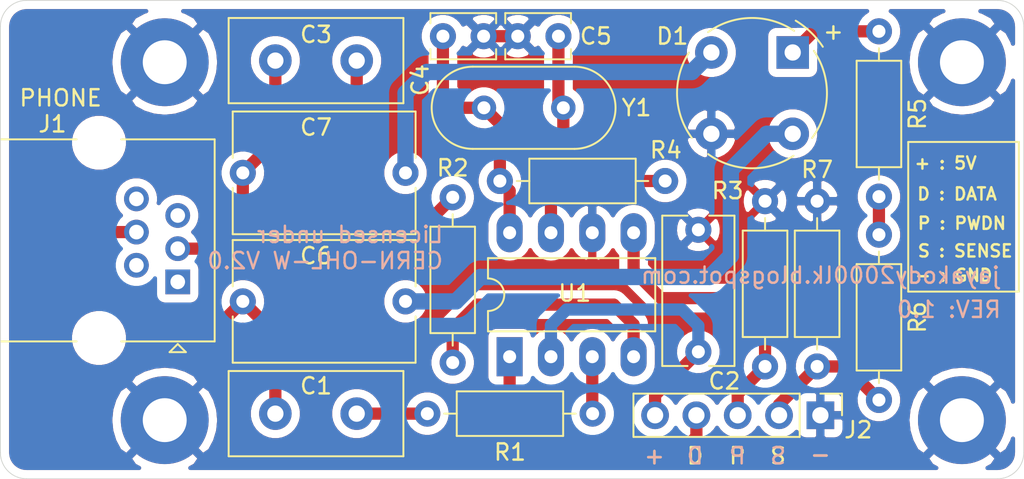
<source format=kicad_pcb>
(kicad_pcb (version 20171130) (host pcbnew 5.1.7-a382d34a8~88~ubuntu20.04.1)

  (general
    (thickness 1.6)
    (drawings 32)
    (tracks 83)
    (zones 0)
    (modules 23)
    (nets 18)
  )

  (page A4)
  (title_block
    (title "HT9032D calling line identification receiver module")
    (date 2021-07-26)
    (rev 1.0.0)
    (company "Dilshan R Jayakody")
    (comment 1 jayakody2000lk@gmail.com)
    (comment 2 jayakody2000lk.blogspot.com)
    (comment 3 https://github.com/dilshan/arduino-caller-id)
    (comment 4 "Licensed under CERN-OHL-W Version 2.0")
  )

  (layers
    (0 F.Cu signal hide)
    (31 B.Cu signal hide)
    (32 B.Adhes user hide)
    (33 F.Adhes user hide)
    (34 B.Paste user)
    (35 F.Paste user hide)
    (36 B.SilkS user)
    (37 F.SilkS user)
    (38 B.Mask user)
    (39 F.Mask user hide)
    (40 Dwgs.User user hide)
    (41 Cmts.User user hide)
    (42 Eco1.User user hide)
    (43 Eco2.User user hide)
    (44 Edge.Cuts user)
    (45 Margin user hide)
    (46 B.CrtYd user)
    (47 F.CrtYd user hide)
    (48 B.Fab user)
    (49 F.Fab user hide)
  )

  (setup
    (last_trace_width 0.25)
    (user_trace_width 0.25)
    (user_trace_width 0.3)
    (user_trace_width 0.35)
    (user_trace_width 0.5)
    (user_trace_width 0.75)
    (user_trace_width 1)
    (user_trace_width 1.25)
    (user_trace_width 1.5)
    (trace_clearance 0.2)
    (zone_clearance 0.508)
    (zone_45_only no)
    (trace_min 0.2)
    (via_size 0.8)
    (via_drill 0.4)
    (via_min_size 0.4)
    (via_min_drill 0.3)
    (uvia_size 0.3)
    (uvia_drill 0.1)
    (uvias_allowed no)
    (uvia_min_size 0.2)
    (uvia_min_drill 0.1)
    (edge_width 0.05)
    (segment_width 0.2)
    (pcb_text_width 0.3)
    (pcb_text_size 1.5 1.5)
    (mod_edge_width 0.12)
    (mod_text_size 1 1)
    (mod_text_width 0.15)
    (pad_size 5.4 5.4)
    (pad_drill 2.7)
    (pad_to_mask_clearance 0)
    (aux_axis_origin 0 0)
    (visible_elements FFFFFF7F)
    (pcbplotparams
      (layerselection 0x010fc_ffffffff)
      (usegerberextensions false)
      (usegerberattributes true)
      (usegerberadvancedattributes true)
      (creategerberjobfile true)
      (excludeedgelayer true)
      (linewidth 0.100000)
      (plotframeref false)
      (viasonmask false)
      (mode 1)
      (useauxorigin false)
      (hpglpennumber 1)
      (hpglpenspeed 20)
      (hpglpendiameter 15.000000)
      (psnegative false)
      (psa4output false)
      (plotreference true)
      (plotvalue true)
      (plotinvisibletext false)
      (padsonsilk false)
      (subtractmaskfromsilk false)
      (outputformat 1)
      (mirror false)
      (drillshape 0)
      (scaleselection 1)
      (outputdirectory "cli-module-26072021A/"))
  )

  (net 0 "")
  (net 1 /TIP)
  (net 2 "Net-(C1-Pad1)")
  (net 3 VDD)
  (net 4 GND)
  (net 5 /RING)
  (net 6 "Net-(C3-Pad1)")
  (net 7 "Net-(C4-Pad1)")
  (net 8 "Net-(C5-Pad1)")
  (net 9 "Net-(C6-Pad1)")
  (net 10 "Net-(C7-Pad1)")
  (net 11 "Net-(D1-Pad1)")
  (net 12 /DATA)
  (net 13 /PWDN)
  (net 14 /RING-SENSE)
  (net 15 "Net-(R1-Pad1)")
  (net 16 "Net-(R2-Pad1)")
  (net 17 "Net-(R5-Pad2)")

  (net_class Default "This is the default net class."
    (clearance 0.2)
    (trace_width 0.25)
    (via_dia 0.8)
    (via_drill 0.4)
    (uvia_dia 0.3)
    (uvia_drill 0.1)
    (add_net /DATA)
    (add_net /PWDN)
    (add_net /RING)
    (add_net /RING-SENSE)
    (add_net /TIP)
    (add_net GND)
    (add_net "Net-(C1-Pad1)")
    (add_net "Net-(C3-Pad1)")
    (add_net "Net-(C4-Pad1)")
    (add_net "Net-(C5-Pad1)")
    (add_net "Net-(C6-Pad1)")
    (add_net "Net-(C7-Pad1)")
    (add_net "Net-(D1-Pad1)")
    (add_net "Net-(R1-Pad1)")
    (add_net "Net-(R2-Pad1)")
    (add_net "Net-(R5-Pad2)")
    (add_net VDD)
  )

  (module Crystal:Crystal_HC49-U_Vertical (layer F.Cu) (tedit 5A1AD3B8) (tstamp 60FECD08)
    (at 133.62 97.8)
    (descr "Crystal THT HC-49/U http://5hertz.com/pdfs/04404_D.pdf")
    (tags "THT crystalHC-49/U")
    (path /60FECAFA)
    (fp_text reference Y1 (at 9.38 0) (layer F.SilkS)
      (effects (font (size 1 1) (thickness 0.15)))
    )
    (fp_text value 3.58MHz (at 8.78 -0.9 90) (layer F.Fab)
      (effects (font (size 1 1) (thickness 0.15)))
    )
    (fp_line (start -0.685 -2.325) (end 5.565 -2.325) (layer F.Fab) (width 0.1))
    (fp_line (start -0.685 2.325) (end 5.565 2.325) (layer F.Fab) (width 0.1))
    (fp_line (start -0.56 -2) (end 5.44 -2) (layer F.Fab) (width 0.1))
    (fp_line (start -0.56 2) (end 5.44 2) (layer F.Fab) (width 0.1))
    (fp_line (start -0.685 -2.525) (end 5.565 -2.525) (layer F.SilkS) (width 0.12))
    (fp_line (start -0.685 2.525) (end 5.565 2.525) (layer F.SilkS) (width 0.12))
    (fp_line (start -3.5 -2.8) (end -3.5 2.8) (layer F.CrtYd) (width 0.05))
    (fp_line (start -3.5 2.8) (end 8.4 2.8) (layer F.CrtYd) (width 0.05))
    (fp_line (start 8.4 2.8) (end 8.4 -2.8) (layer F.CrtYd) (width 0.05))
    (fp_line (start 8.4 -2.8) (end -3.5 -2.8) (layer F.CrtYd) (width 0.05))
    (fp_arc (start 5.565 0) (end 5.565 -2.525) (angle 180) (layer F.SilkS) (width 0.12))
    (fp_arc (start -0.685 0) (end -0.685 -2.525) (angle -180) (layer F.SilkS) (width 0.12))
    (fp_arc (start 5.44 0) (end 5.44 -2) (angle 180) (layer F.Fab) (width 0.1))
    (fp_arc (start -0.56 0) (end -0.56 -2) (angle -180) (layer F.Fab) (width 0.1))
    (fp_arc (start 5.565 0) (end 5.565 -2.325) (angle 180) (layer F.Fab) (width 0.1))
    (fp_arc (start -0.685 0) (end -0.685 -2.325) (angle -180) (layer F.Fab) (width 0.1))
    (fp_text user %R (at 2.44 0) (layer F.Fab)
      (effects (font (size 1 1) (thickness 0.15)))
    )
    (pad 2 thru_hole circle (at 4.88 0) (size 1.5 1.5) (drill 0.8) (layers *.Cu *.Mask)
      (net 8 "Net-(C5-Pad1)"))
    (pad 1 thru_hole circle (at 0 0) (size 1.5 1.5) (drill 0.8) (layers *.Cu *.Mask)
      (net 7 "Net-(C4-Pad1)"))
    (model ${KISYS3DMOD}/Crystal.3dshapes/Crystal_HC49-U_Vertical.wrl
      (at (xyz 0 0 0))
      (scale (xyz 1 1 1))
      (rotate (xyz 0 0 0))
    )
  )

  (module Package_DIP:DIP-8_W7.62mm_LongPads (layer F.Cu) (tedit 5A02E8C5) (tstamp 60FECCF1)
    (at 135.2 113.1 90)
    (descr "8-lead though-hole mounted DIP package, row spacing 7.62 mm (300 mils), LongPads")
    (tags "THT DIP DIL PDIP 2.54mm 7.62mm 300mil LongPads")
    (path /60FEBF0C)
    (fp_text reference U1 (at 3.9 4 180) (layer F.SilkS)
      (effects (font (size 1 1) (thickness 0.15)))
    )
    (fp_text value HT9032D (at 4.9 3.5 180) (layer F.Fab)
      (effects (font (size 1 1) (thickness 0.15)))
    )
    (fp_line (start 1.635 -1.27) (end 6.985 -1.27) (layer F.Fab) (width 0.1))
    (fp_line (start 6.985 -1.27) (end 6.985 8.89) (layer F.Fab) (width 0.1))
    (fp_line (start 6.985 8.89) (end 0.635 8.89) (layer F.Fab) (width 0.1))
    (fp_line (start 0.635 8.89) (end 0.635 -0.27) (layer F.Fab) (width 0.1))
    (fp_line (start 0.635 -0.27) (end 1.635 -1.27) (layer F.Fab) (width 0.1))
    (fp_line (start 2.81 -1.33) (end 1.56 -1.33) (layer F.SilkS) (width 0.12))
    (fp_line (start 1.56 -1.33) (end 1.56 8.95) (layer F.SilkS) (width 0.12))
    (fp_line (start 1.56 8.95) (end 6.06 8.95) (layer F.SilkS) (width 0.12))
    (fp_line (start 6.06 8.95) (end 6.06 -1.33) (layer F.SilkS) (width 0.12))
    (fp_line (start 6.06 -1.33) (end 4.81 -1.33) (layer F.SilkS) (width 0.12))
    (fp_line (start -1.45 -1.55) (end -1.45 9.15) (layer F.CrtYd) (width 0.05))
    (fp_line (start -1.45 9.15) (end 9.1 9.15) (layer F.CrtYd) (width 0.05))
    (fp_line (start 9.1 9.15) (end 9.1 -1.55) (layer F.CrtYd) (width 0.05))
    (fp_line (start 9.1 -1.55) (end -1.45 -1.55) (layer F.CrtYd) (width 0.05))
    (fp_text user %R (at 2.8 3.7 180) (layer F.Fab)
      (effects (font (size 1 1) (thickness 0.15)))
    )
    (fp_arc (start 3.81 -1.33) (end 2.81 -1.33) (angle -180) (layer F.SilkS) (width 0.12))
    (pad 8 thru_hole oval (at 7.62 0 90) (size 2.4 1.6) (drill 0.8) (layers *.Cu *.Mask)
      (net 7 "Net-(C4-Pad1)"))
    (pad 4 thru_hole oval (at 0 7.62 90) (size 2.4 1.6) (drill 0.8) (layers *.Cu *.Mask)
      (net 16 "Net-(R2-Pad1)"))
    (pad 7 thru_hole oval (at 7.62 2.54 90) (size 2.4 1.6) (drill 0.8) (layers *.Cu *.Mask)
      (net 8 "Net-(C5-Pad1)"))
    (pad 3 thru_hole oval (at 0 5.08 90) (size 2.4 1.6) (drill 0.8) (layers *.Cu *.Mask)
      (net 15 "Net-(R1-Pad1)"))
    (pad 6 thru_hole oval (at 7.62 5.08 90) (size 2.4 1.6) (drill 0.8) (layers *.Cu *.Mask)
      (net 4 GND))
    (pad 2 thru_hole oval (at 0 2.54 90) (size 2.4 1.6) (drill 0.8) (layers *.Cu *.Mask)
      (net 3 VDD))
    (pad 5 thru_hole oval (at 7.62 7.62 90) (size 2.4 1.6) (drill 0.8) (layers *.Cu *.Mask)
      (net 13 /PWDN))
    (pad 1 thru_hole rect (at 0 0 90) (size 2.4 1.6) (drill 0.8) (layers *.Cu *.Mask)
      (net 12 /DATA))
    (model ${KISYS3DMOD}/Package_DIP.3dshapes/DIP-8_W7.62mm.wrl
      (at (xyz 0 0 0))
      (scale (xyz 1 1 1))
      (rotate (xyz 0 0 0))
    )
  )

  (module Resistor_THT:R_Axial_DIN0207_L6.3mm_D2.5mm_P10.16mm_Horizontal (layer F.Cu) (tedit 5AE5139B) (tstamp 60FECCD5)
    (at 154.1 113.7 90)
    (descr "Resistor, Axial_DIN0207 series, Axial, Horizontal, pin pitch=10.16mm, 0.25W = 1/4W, length*diameter=6.3*2.5mm^2, http://cdn-reichelt.de/documents/datenblatt/B400/1_4W%23YAG.pdf")
    (tags "Resistor Axial_DIN0207 series Axial Horizontal pin pitch 10.16mm 0.25W = 1/4W length 6.3mm diameter 2.5mm")
    (path /61015D55)
    (fp_text reference R7 (at 12.1 0 180) (layer F.SilkS)
      (effects (font (size 1 1) (thickness 0.15)))
    )
    (fp_text value 15K (at 9.8 1.9 90) (layer F.Fab)
      (effects (font (size 1 1) (thickness 0.15)))
    )
    (fp_line (start 1.93 -1.25) (end 1.93 1.25) (layer F.Fab) (width 0.1))
    (fp_line (start 1.93 1.25) (end 8.23 1.25) (layer F.Fab) (width 0.1))
    (fp_line (start 8.23 1.25) (end 8.23 -1.25) (layer F.Fab) (width 0.1))
    (fp_line (start 8.23 -1.25) (end 1.93 -1.25) (layer F.Fab) (width 0.1))
    (fp_line (start 0 0) (end 1.93 0) (layer F.Fab) (width 0.1))
    (fp_line (start 10.16 0) (end 8.23 0) (layer F.Fab) (width 0.1))
    (fp_line (start 1.81 -1.37) (end 1.81 1.37) (layer F.SilkS) (width 0.12))
    (fp_line (start 1.81 1.37) (end 8.35 1.37) (layer F.SilkS) (width 0.12))
    (fp_line (start 8.35 1.37) (end 8.35 -1.37) (layer F.SilkS) (width 0.12))
    (fp_line (start 8.35 -1.37) (end 1.81 -1.37) (layer F.SilkS) (width 0.12))
    (fp_line (start 1.04 0) (end 1.81 0) (layer F.SilkS) (width 0.12))
    (fp_line (start 9.12 0) (end 8.35 0) (layer F.SilkS) (width 0.12))
    (fp_line (start -1.05 -1.5) (end -1.05 1.5) (layer F.CrtYd) (width 0.05))
    (fp_line (start -1.05 1.5) (end 11.21 1.5) (layer F.CrtYd) (width 0.05))
    (fp_line (start 11.21 1.5) (end 11.21 -1.5) (layer F.CrtYd) (width 0.05))
    (fp_line (start 11.21 -1.5) (end -1.05 -1.5) (layer F.CrtYd) (width 0.05))
    (fp_text user %R (at 5.08 0 90) (layer F.Fab)
      (effects (font (size 1 1) (thickness 0.15)))
    )
    (pad 2 thru_hole oval (at 10.16 0 90) (size 1.6 1.6) (drill 0.8) (layers *.Cu *.Mask)
      (net 4 GND))
    (pad 1 thru_hole circle (at 0 0 90) (size 1.6 1.6) (drill 0.8) (layers *.Cu *.Mask)
      (net 14 /RING-SENSE))
    (model ${KISYS3DMOD}/Resistor_THT.3dshapes/R_Axial_DIN0207_L6.3mm_D2.5mm_P10.16mm_Horizontal.wrl
      (at (xyz 0 0 0))
      (scale (xyz 1 1 1))
      (rotate (xyz 0 0 0))
    )
  )

  (module Resistor_THT:R_Axial_DIN0207_L6.3mm_D2.5mm_P10.16mm_Horizontal (layer F.Cu) (tedit 5AE5139B) (tstamp 60FECCBE)
    (at 157.9 105.6 270)
    (descr "Resistor, Axial_DIN0207 series, Axial, Horizontal, pin pitch=10.16mm, 0.25W = 1/4W, length*diameter=6.3*2.5mm^2, http://cdn-reichelt.de/documents/datenblatt/B400/1_4W%23YAG.pdf")
    (tags "Resistor Axial_DIN0207 series Axial Horizontal pin pitch 10.16mm 0.25W = 1/4W length 6.3mm diameter 2.5mm")
    (path /61015A42)
    (fp_text reference R6 (at 5.08 -2.37 90) (layer F.SilkS)
      (effects (font (size 1 1) (thickness 0.15)))
    )
    (fp_text value 18K (at 5.3 -2.1 90) (layer F.Fab)
      (effects (font (size 1 1) (thickness 0.15)))
    )
    (fp_line (start 1.93 -1.25) (end 1.93 1.25) (layer F.Fab) (width 0.1))
    (fp_line (start 1.93 1.25) (end 8.23 1.25) (layer F.Fab) (width 0.1))
    (fp_line (start 8.23 1.25) (end 8.23 -1.25) (layer F.Fab) (width 0.1))
    (fp_line (start 8.23 -1.25) (end 1.93 -1.25) (layer F.Fab) (width 0.1))
    (fp_line (start 0 0) (end 1.93 0) (layer F.Fab) (width 0.1))
    (fp_line (start 10.16 0) (end 8.23 0) (layer F.Fab) (width 0.1))
    (fp_line (start 1.81 -1.37) (end 1.81 1.37) (layer F.SilkS) (width 0.12))
    (fp_line (start 1.81 1.37) (end 8.35 1.37) (layer F.SilkS) (width 0.12))
    (fp_line (start 8.35 1.37) (end 8.35 -1.37) (layer F.SilkS) (width 0.12))
    (fp_line (start 8.35 -1.37) (end 1.81 -1.37) (layer F.SilkS) (width 0.12))
    (fp_line (start 1.04 0) (end 1.81 0) (layer F.SilkS) (width 0.12))
    (fp_line (start 9.12 0) (end 8.35 0) (layer F.SilkS) (width 0.12))
    (fp_line (start -1.05 -1.5) (end -1.05 1.5) (layer F.CrtYd) (width 0.05))
    (fp_line (start -1.05 1.5) (end 11.21 1.5) (layer F.CrtYd) (width 0.05))
    (fp_line (start 11.21 1.5) (end 11.21 -1.5) (layer F.CrtYd) (width 0.05))
    (fp_line (start 11.21 -1.5) (end -1.05 -1.5) (layer F.CrtYd) (width 0.05))
    (fp_text user %R (at 5.08 0 90) (layer F.Fab)
      (effects (font (size 1 1) (thickness 0.15)))
    )
    (pad 2 thru_hole oval (at 10.16 0 270) (size 1.6 1.6) (drill 0.8) (layers *.Cu *.Mask)
      (net 14 /RING-SENSE))
    (pad 1 thru_hole circle (at 0 0 270) (size 1.6 1.6) (drill 0.8) (layers *.Cu *.Mask)
      (net 17 "Net-(R5-Pad2)"))
    (model ${KISYS3DMOD}/Resistor_THT.3dshapes/R_Axial_DIN0207_L6.3mm_D2.5mm_P10.16mm_Horizontal.wrl
      (at (xyz 0 0 0))
      (scale (xyz 1 1 1))
      (rotate (xyz 0 0 0))
    )
  )

  (module Resistor_THT:R_Axial_DIN0207_L6.3mm_D2.5mm_P10.16mm_Horizontal (layer F.Cu) (tedit 5AE5139B) (tstamp 60FECCA7)
    (at 157.9 93.1 270)
    (descr "Resistor, Axial_DIN0207 series, Axial, Horizontal, pin pitch=10.16mm, 0.25W = 1/4W, length*diameter=6.3*2.5mm^2, http://cdn-reichelt.de/documents/datenblatt/B400/1_4W%23YAG.pdf")
    (tags "Resistor Axial_DIN0207 series Axial Horizontal pin pitch 10.16mm 0.25W = 1/4W length 6.3mm diameter 2.5mm")
    (path /61013A5F)
    (fp_text reference R5 (at 5.08 -2.37 90) (layer F.SilkS)
      (effects (font (size 1 1) (thickness 0.15)))
    )
    (fp_text value 470K (at 5.08 2.37 90) (layer F.Fab)
      (effects (font (size 1 1) (thickness 0.15)))
    )
    (fp_line (start 1.93 -1.25) (end 1.93 1.25) (layer F.Fab) (width 0.1))
    (fp_line (start 1.93 1.25) (end 8.23 1.25) (layer F.Fab) (width 0.1))
    (fp_line (start 8.23 1.25) (end 8.23 -1.25) (layer F.Fab) (width 0.1))
    (fp_line (start 8.23 -1.25) (end 1.93 -1.25) (layer F.Fab) (width 0.1))
    (fp_line (start 0 0) (end 1.93 0) (layer F.Fab) (width 0.1))
    (fp_line (start 10.16 0) (end 8.23 0) (layer F.Fab) (width 0.1))
    (fp_line (start 1.81 -1.37) (end 1.81 1.37) (layer F.SilkS) (width 0.12))
    (fp_line (start 1.81 1.37) (end 8.35 1.37) (layer F.SilkS) (width 0.12))
    (fp_line (start 8.35 1.37) (end 8.35 -1.37) (layer F.SilkS) (width 0.12))
    (fp_line (start 8.35 -1.37) (end 1.81 -1.37) (layer F.SilkS) (width 0.12))
    (fp_line (start 1.04 0) (end 1.81 0) (layer F.SilkS) (width 0.12))
    (fp_line (start 9.12 0) (end 8.35 0) (layer F.SilkS) (width 0.12))
    (fp_line (start -1.05 -1.5) (end -1.05 1.5) (layer F.CrtYd) (width 0.05))
    (fp_line (start -1.05 1.5) (end 11.21 1.5) (layer F.CrtYd) (width 0.05))
    (fp_line (start 11.21 1.5) (end 11.21 -1.5) (layer F.CrtYd) (width 0.05))
    (fp_line (start 11.21 -1.5) (end -1.05 -1.5) (layer F.CrtYd) (width 0.05))
    (fp_text user %R (at 5.08 0 90) (layer F.Fab)
      (effects (font (size 1 1) (thickness 0.15)))
    )
    (pad 2 thru_hole oval (at 10.16 0 270) (size 1.6 1.6) (drill 0.8) (layers *.Cu *.Mask)
      (net 17 "Net-(R5-Pad2)"))
    (pad 1 thru_hole circle (at 0 0 270) (size 1.6 1.6) (drill 0.8) (layers *.Cu *.Mask)
      (net 11 "Net-(D1-Pad1)"))
    (model ${KISYS3DMOD}/Resistor_THT.3dshapes/R_Axial_DIN0207_L6.3mm_D2.5mm_P10.16mm_Horizontal.wrl
      (at (xyz 0 0 0))
      (scale (xyz 1 1 1))
      (rotate (xyz 0 0 0))
    )
  )

  (module Resistor_THT:R_Axial_DIN0207_L6.3mm_D2.5mm_P10.16mm_Horizontal (layer F.Cu) (tedit 5AE5139B) (tstamp 60FECC90)
    (at 144.76 102.3 180)
    (descr "Resistor, Axial_DIN0207 series, Axial, Horizontal, pin pitch=10.16mm, 0.25W = 1/4W, length*diameter=6.3*2.5mm^2, http://cdn-reichelt.de/documents/datenblatt/B400/1_4W%23YAG.pdf")
    (tags "Resistor Axial_DIN0207 series Axial Horizontal pin pitch 10.16mm 0.25W = 1/4W length 6.3mm diameter 2.5mm")
    (path /60FEF410)
    (fp_text reference R4 (at -0.04 1.9) (layer F.SilkS)
      (effects (font (size 1 1) (thickness 0.15)))
    )
    (fp_text value 10M (at -2.94 0) (layer F.Fab)
      (effects (font (size 1 1) (thickness 0.15)))
    )
    (fp_line (start 1.93 -1.25) (end 1.93 1.25) (layer F.Fab) (width 0.1))
    (fp_line (start 1.93 1.25) (end 8.23 1.25) (layer F.Fab) (width 0.1))
    (fp_line (start 8.23 1.25) (end 8.23 -1.25) (layer F.Fab) (width 0.1))
    (fp_line (start 8.23 -1.25) (end 1.93 -1.25) (layer F.Fab) (width 0.1))
    (fp_line (start 0 0) (end 1.93 0) (layer F.Fab) (width 0.1))
    (fp_line (start 10.16 0) (end 8.23 0) (layer F.Fab) (width 0.1))
    (fp_line (start 1.81 -1.37) (end 1.81 1.37) (layer F.SilkS) (width 0.12))
    (fp_line (start 1.81 1.37) (end 8.35 1.37) (layer F.SilkS) (width 0.12))
    (fp_line (start 8.35 1.37) (end 8.35 -1.37) (layer F.SilkS) (width 0.12))
    (fp_line (start 8.35 -1.37) (end 1.81 -1.37) (layer F.SilkS) (width 0.12))
    (fp_line (start 1.04 0) (end 1.81 0) (layer F.SilkS) (width 0.12))
    (fp_line (start 9.12 0) (end 8.35 0) (layer F.SilkS) (width 0.12))
    (fp_line (start -1.05 -1.5) (end -1.05 1.5) (layer F.CrtYd) (width 0.05))
    (fp_line (start -1.05 1.5) (end 11.21 1.5) (layer F.CrtYd) (width 0.05))
    (fp_line (start 11.21 1.5) (end 11.21 -1.5) (layer F.CrtYd) (width 0.05))
    (fp_line (start 11.21 -1.5) (end -1.05 -1.5) (layer F.CrtYd) (width 0.05))
    (fp_text user %R (at 5.08 0) (layer F.Fab)
      (effects (font (size 1 1) (thickness 0.15)))
    )
    (pad 2 thru_hole oval (at 10.16 0 180) (size 1.6 1.6) (drill 0.8) (layers *.Cu *.Mask)
      (net 7 "Net-(C4-Pad1)"))
    (pad 1 thru_hole circle (at 0 0 180) (size 1.6 1.6) (drill 0.8) (layers *.Cu *.Mask)
      (net 8 "Net-(C5-Pad1)"))
    (model ${KISYS3DMOD}/Resistor_THT.3dshapes/R_Axial_DIN0207_L6.3mm_D2.5mm_P10.16mm_Horizontal.wrl
      (at (xyz 0 0 0))
      (scale (xyz 1 1 1))
      (rotate (xyz 0 0 0))
    )
  )

  (module Resistor_THT:R_Axial_DIN0207_L6.3mm_D2.5mm_P10.16mm_Horizontal (layer F.Cu) (tedit 5AE5139B) (tstamp 60FECC79)
    (at 150.9 103.54 270)
    (descr "Resistor, Axial_DIN0207 series, Axial, Horizontal, pin pitch=10.16mm, 0.25W = 1/4W, length*diameter=6.3*2.5mm^2, http://cdn-reichelt.de/documents/datenblatt/B400/1_4W%23YAG.pdf")
    (tags "Resistor Axial_DIN0207 series Axial Horizontal pin pitch 10.16mm 0.25W = 1/4W length 6.3mm diameter 2.5mm")
    (path /60FF8A0F)
    (fp_text reference R3 (at -0.64 2.3 180) (layer F.SilkS)
      (effects (font (size 1 1) (thickness 0.15)))
    )
    (fp_text value 22K (at -1.54 -1.7 180) (layer F.Fab)
      (effects (font (size 1 1) (thickness 0.15)))
    )
    (fp_line (start 1.93 -1.25) (end 1.93 1.25) (layer F.Fab) (width 0.1))
    (fp_line (start 1.93 1.25) (end 8.23 1.25) (layer F.Fab) (width 0.1))
    (fp_line (start 8.23 1.25) (end 8.23 -1.25) (layer F.Fab) (width 0.1))
    (fp_line (start 8.23 -1.25) (end 1.93 -1.25) (layer F.Fab) (width 0.1))
    (fp_line (start 0 0) (end 1.93 0) (layer F.Fab) (width 0.1))
    (fp_line (start 10.16 0) (end 8.23 0) (layer F.Fab) (width 0.1))
    (fp_line (start 1.81 -1.37) (end 1.81 1.37) (layer F.SilkS) (width 0.12))
    (fp_line (start 1.81 1.37) (end 8.35 1.37) (layer F.SilkS) (width 0.12))
    (fp_line (start 8.35 1.37) (end 8.35 -1.37) (layer F.SilkS) (width 0.12))
    (fp_line (start 8.35 -1.37) (end 1.81 -1.37) (layer F.SilkS) (width 0.12))
    (fp_line (start 1.04 0) (end 1.81 0) (layer F.SilkS) (width 0.12))
    (fp_line (start 9.12 0) (end 8.35 0) (layer F.SilkS) (width 0.12))
    (fp_line (start -1.05 -1.5) (end -1.05 1.5) (layer F.CrtYd) (width 0.05))
    (fp_line (start -1.05 1.5) (end 11.21 1.5) (layer F.CrtYd) (width 0.05))
    (fp_line (start 11.21 1.5) (end 11.21 -1.5) (layer F.CrtYd) (width 0.05))
    (fp_line (start 11.21 -1.5) (end -1.05 -1.5) (layer F.CrtYd) (width 0.05))
    (fp_text user %R (at 5.08 0 90) (layer F.Fab)
      (effects (font (size 1 1) (thickness 0.15)))
    )
    (pad 2 thru_hole oval (at 10.16 0 270) (size 1.6 1.6) (drill 0.8) (layers *.Cu *.Mask)
      (net 13 /PWDN))
    (pad 1 thru_hole circle (at 0 0 270) (size 1.6 1.6) (drill 0.8) (layers *.Cu *.Mask)
      (net 4 GND))
    (model ${KISYS3DMOD}/Resistor_THT.3dshapes/R_Axial_DIN0207_L6.3mm_D2.5mm_P10.16mm_Horizontal.wrl
      (at (xyz 0 0 0))
      (scale (xyz 1 1 1))
      (rotate (xyz 0 0 0))
    )
  )

  (module Resistor_THT:R_Axial_DIN0207_L6.3mm_D2.5mm_P10.16mm_Horizontal (layer F.Cu) (tedit 5AE5139B) (tstamp 60FECC62)
    (at 131.7 113.46 90)
    (descr "Resistor, Axial_DIN0207 series, Axial, Horizontal, pin pitch=10.16mm, 0.25W = 1/4W, length*diameter=6.3*2.5mm^2, http://cdn-reichelt.de/documents/datenblatt/B400/1_4W%23YAG.pdf")
    (tags "Resistor Axial_DIN0207 series Axial Horizontal pin pitch 10.16mm 0.25W = 1/4W length 6.3mm diameter 2.5mm")
    (path /60FF2594)
    (fp_text reference R2 (at 11.96 0 180) (layer F.SilkS)
      (effects (font (size 1 1) (thickness 0.15)))
    )
    (fp_text value 200K (at 5.06 1.8 90) (layer F.Fab)
      (effects (font (size 1 1) (thickness 0.15)))
    )
    (fp_line (start 1.93 -1.25) (end 1.93 1.25) (layer F.Fab) (width 0.1))
    (fp_line (start 1.93 1.25) (end 8.23 1.25) (layer F.Fab) (width 0.1))
    (fp_line (start 8.23 1.25) (end 8.23 -1.25) (layer F.Fab) (width 0.1))
    (fp_line (start 8.23 -1.25) (end 1.93 -1.25) (layer F.Fab) (width 0.1))
    (fp_line (start 0 0) (end 1.93 0) (layer F.Fab) (width 0.1))
    (fp_line (start 10.16 0) (end 8.23 0) (layer F.Fab) (width 0.1))
    (fp_line (start 1.81 -1.37) (end 1.81 1.37) (layer F.SilkS) (width 0.12))
    (fp_line (start 1.81 1.37) (end 8.35 1.37) (layer F.SilkS) (width 0.12))
    (fp_line (start 8.35 1.37) (end 8.35 -1.37) (layer F.SilkS) (width 0.12))
    (fp_line (start 8.35 -1.37) (end 1.81 -1.37) (layer F.SilkS) (width 0.12))
    (fp_line (start 1.04 0) (end 1.81 0) (layer F.SilkS) (width 0.12))
    (fp_line (start 9.12 0) (end 8.35 0) (layer F.SilkS) (width 0.12))
    (fp_line (start -1.05 -1.5) (end -1.05 1.5) (layer F.CrtYd) (width 0.05))
    (fp_line (start -1.05 1.5) (end 11.21 1.5) (layer F.CrtYd) (width 0.05))
    (fp_line (start 11.21 1.5) (end 11.21 -1.5) (layer F.CrtYd) (width 0.05))
    (fp_line (start 11.21 -1.5) (end -1.05 -1.5) (layer F.CrtYd) (width 0.05))
    (fp_text user %R (at 5.08 0 90) (layer F.Fab)
      (effects (font (size 1 1) (thickness 0.15)))
    )
    (pad 2 thru_hole oval (at 10.16 0 90) (size 1.6 1.6) (drill 0.8) (layers *.Cu *.Mask)
      (net 6 "Net-(C3-Pad1)"))
    (pad 1 thru_hole circle (at 0 0 90) (size 1.6 1.6) (drill 0.8) (layers *.Cu *.Mask)
      (net 16 "Net-(R2-Pad1)"))
    (model ${KISYS3DMOD}/Resistor_THT.3dshapes/R_Axial_DIN0207_L6.3mm_D2.5mm_P10.16mm_Horizontal.wrl
      (at (xyz 0 0 0))
      (scale (xyz 1 1 1))
      (rotate (xyz 0 0 0))
    )
  )

  (module Resistor_THT:R_Axial_DIN0207_L6.3mm_D2.5mm_P10.16mm_Horizontal (layer F.Cu) (tedit 5AE5139B) (tstamp 60FECC4B)
    (at 140.3 116.6 180)
    (descr "Resistor, Axial_DIN0207 series, Axial, Horizontal, pin pitch=10.16mm, 0.25W = 1/4W, length*diameter=6.3*2.5mm^2, http://cdn-reichelt.de/documents/datenblatt/B400/1_4W%23YAG.pdf")
    (tags "Resistor Axial_DIN0207 series Axial Horizontal pin pitch 10.16mm 0.25W = 1/4W length 6.3mm diameter 2.5mm")
    (path /60FF2D2E)
    (fp_text reference R1 (at 5.08 -2.37) (layer F.SilkS)
      (effects (font (size 1 1) (thickness 0.15)))
    )
    (fp_text value 200K (at 4.8 -2.3) (layer F.Fab)
      (effects (font (size 1 1) (thickness 0.15)))
    )
    (fp_line (start 1.93 -1.25) (end 1.93 1.25) (layer F.Fab) (width 0.1))
    (fp_line (start 1.93 1.25) (end 8.23 1.25) (layer F.Fab) (width 0.1))
    (fp_line (start 8.23 1.25) (end 8.23 -1.25) (layer F.Fab) (width 0.1))
    (fp_line (start 8.23 -1.25) (end 1.93 -1.25) (layer F.Fab) (width 0.1))
    (fp_line (start 0 0) (end 1.93 0) (layer F.Fab) (width 0.1))
    (fp_line (start 10.16 0) (end 8.23 0) (layer F.Fab) (width 0.1))
    (fp_line (start 1.81 -1.37) (end 1.81 1.37) (layer F.SilkS) (width 0.12))
    (fp_line (start 1.81 1.37) (end 8.35 1.37) (layer F.SilkS) (width 0.12))
    (fp_line (start 8.35 1.37) (end 8.35 -1.37) (layer F.SilkS) (width 0.12))
    (fp_line (start 8.35 -1.37) (end 1.81 -1.37) (layer F.SilkS) (width 0.12))
    (fp_line (start 1.04 0) (end 1.81 0) (layer F.SilkS) (width 0.12))
    (fp_line (start 9.12 0) (end 8.35 0) (layer F.SilkS) (width 0.12))
    (fp_line (start -1.05 -1.5) (end -1.05 1.5) (layer F.CrtYd) (width 0.05))
    (fp_line (start -1.05 1.5) (end 11.21 1.5) (layer F.CrtYd) (width 0.05))
    (fp_line (start 11.21 1.5) (end 11.21 -1.5) (layer F.CrtYd) (width 0.05))
    (fp_line (start 11.21 -1.5) (end -1.05 -1.5) (layer F.CrtYd) (width 0.05))
    (fp_text user %R (at 5.08 0) (layer F.Fab)
      (effects (font (size 1 1) (thickness 0.15)))
    )
    (pad 2 thru_hole oval (at 10.16 0 180) (size 1.6 1.6) (drill 0.8) (layers *.Cu *.Mask)
      (net 2 "Net-(C1-Pad1)"))
    (pad 1 thru_hole circle (at 0 0 180) (size 1.6 1.6) (drill 0.8) (layers *.Cu *.Mask)
      (net 15 "Net-(R1-Pad1)"))
    (model ${KISYS3DMOD}/Resistor_THT.3dshapes/R_Axial_DIN0207_L6.3mm_D2.5mm_P10.16mm_Horizontal.wrl
      (at (xyz 0 0 0))
      (scale (xyz 1 1 1))
      (rotate (xyz 0 0 0))
    )
  )

  (module Connector_PinHeader_2.54mm:PinHeader_1x05_P2.54mm_Vertical (layer F.Cu) (tedit 59FED5CC) (tstamp 60FEE07D)
    (at 154.3 116.7 270)
    (descr "Through hole straight pin header, 1x05, 2.54mm pitch, single row")
    (tags "Through hole pin header THT 1x05 2.54mm single row")
    (path /60FF2FE6)
    (fp_text reference J2 (at 0.9 -2.33 180) (layer F.SilkS)
      (effects (font (size 1 1) (thickness 0.15)))
    )
    (fp_text value "2.54mm Header" (at 2.3 4.9 180) (layer F.Fab)
      (effects (font (size 1 1) (thickness 0.15)))
    )
    (fp_line (start -0.635 -1.27) (end 1.27 -1.27) (layer F.Fab) (width 0.1))
    (fp_line (start 1.27 -1.27) (end 1.27 11.43) (layer F.Fab) (width 0.1))
    (fp_line (start 1.27 11.43) (end -1.27 11.43) (layer F.Fab) (width 0.1))
    (fp_line (start -1.27 11.43) (end -1.27 -0.635) (layer F.Fab) (width 0.1))
    (fp_line (start -1.27 -0.635) (end -0.635 -1.27) (layer F.Fab) (width 0.1))
    (fp_line (start -1.33 11.49) (end 1.33 11.49) (layer F.SilkS) (width 0.12))
    (fp_line (start -1.33 1.27) (end -1.33 11.49) (layer F.SilkS) (width 0.12))
    (fp_line (start 1.33 1.27) (end 1.33 11.49) (layer F.SilkS) (width 0.12))
    (fp_line (start -1.33 1.27) (end 1.33 1.27) (layer F.SilkS) (width 0.12))
    (fp_line (start -1.33 0) (end -1.33 -1.33) (layer F.SilkS) (width 0.12))
    (fp_line (start -1.33 -1.33) (end 0 -1.33) (layer F.SilkS) (width 0.12))
    (fp_line (start -1.8 -1.8) (end -1.8 11.95) (layer F.CrtYd) (width 0.05))
    (fp_line (start -1.8 11.95) (end 1.8 11.95) (layer F.CrtYd) (width 0.05))
    (fp_line (start 1.8 11.95) (end 1.8 -1.8) (layer F.CrtYd) (width 0.05))
    (fp_line (start 1.8 -1.8) (end -1.8 -1.8) (layer F.CrtYd) (width 0.05))
    (fp_text user %R (at 0 5.08) (layer F.Fab)
      (effects (font (size 1 1) (thickness 0.15)))
    )
    (pad 5 thru_hole oval (at 0 10.16 270) (size 1.7 1.7) (drill 1) (layers *.Cu *.Mask)
      (net 3 VDD))
    (pad 4 thru_hole oval (at 0 7.62 270) (size 1.7 1.7) (drill 1) (layers *.Cu *.Mask)
      (net 12 /DATA))
    (pad 3 thru_hole oval (at 0 5.08 270) (size 1.7 1.7) (drill 1) (layers *.Cu *.Mask)
      (net 13 /PWDN))
    (pad 2 thru_hole oval (at 0 2.54 270) (size 1.7 1.7) (drill 1) (layers *.Cu *.Mask)
      (net 14 /RING-SENSE))
    (pad 1 thru_hole rect (at 0 0 270) (size 1.7 1.7) (drill 1) (layers *.Cu *.Mask)
      (net 4 GND))
    (model ${KISYS3DMOD}/Connector_PinHeader_2.54mm.3dshapes/PinHeader_1x05_P2.54mm_Vertical.wrl
      (at (xyz 0 0 0))
      (scale (xyz 1 1 1))
      (rotate (xyz 0 0 0))
    )
  )

  (module Connector_RJ:RJ25_Wayconn_MJEA-660X1_Horizontal (layer F.Cu) (tedit 5DC188C6) (tstamp 60FECC1B)
    (at 114.8 108.5 270)
    (descr "RJ25 6P6C Socket 90 degrees, https://wayconn.com/wp-content/themes/way/datasheet/MJEA-660X1XXX_RJ25_6P6C_PCB_RA.pdf")
    (tags "RJ12 RJ18 RJ25 jack connector 6P6C")
    (path /610256F6)
    (fp_text reference J1 (at -9.7 7.7 180) (layer F.SilkS)
      (effects (font (size 1 1) (thickness 0.15)))
    )
    (fp_text value "6P6C - RJ11" (at -2.4 9.7 90) (layer F.Fab)
      (effects (font (size 1 1) (thickness 0.15)))
    )
    (fp_line (start -8.76 -2.27) (end -8.76 3.47) (layer F.SilkS) (width 0.12))
    (fp_line (start 3.66 -2.27) (end 3.66 3.47) (layer F.SilkS) (width 0.12))
    (fp_line (start -8.76 10.95) (end 3.66 10.95) (layer F.SilkS) (width 0.12))
    (fp_line (start -8.76 -2.27) (end 3.66 -2.27) (layer F.SilkS) (width 0.12))
    (fp_line (start -8.76 6.22) (end -8.76 10.95) (layer F.SilkS) (width 0.12))
    (fp_line (start 3.66 6.22) (end 3.66 10.95) (layer F.SilkS) (width 0.12))
    (fp_line (start -10.2 -2.66) (end 5.1 -2.66) (layer F.CrtYd) (width 0.05))
    (fp_line (start -10.2 -2.66) (end -10.2 11.34) (layer F.CrtYd) (width 0.05))
    (fp_line (start 5.1 11.34) (end 5.1 -2.66) (layer F.CrtYd) (width 0.05))
    (fp_line (start 5.1 11.34) (end -10.2 11.34) (layer F.CrtYd) (width 0.05))
    (fp_line (start -8.65 -2.16) (end -8.65 3.47) (layer F.Fab) (width 0.1))
    (fp_line (start -8.65 10.84) (end 3.55 10.84) (layer F.Fab) (width 0.1))
    (fp_line (start 3.55 6.22) (end 3.55 10.84) (layer F.Fab) (width 0.1))
    (fp_line (start -8.65 6.22) (end -8.65 10.84) (layer F.Fab) (width 0.1))
    (fp_line (start -8.65 -2.16) (end 3.55 -2.16) (layer F.Fab) (width 0.1))
    (fp_line (start 3.55 0.5) (end 3.55 3.47) (layer F.Fab) (width 0.1))
    (fp_line (start 3.55 -2.16) (end 3.55 -0.5) (layer F.Fab) (width 0.1))
    (fp_line (start 3.55 -0.5) (end 3.05 0) (layer F.Fab) (width 0.1))
    (fp_line (start 3.05 0) (end 3.55 0.5) (layer F.Fab) (width 0.1))
    (fp_line (start 3.82 0) (end 4.32 0.5) (layer F.SilkS) (width 0.12))
    (fp_line (start 4.32 -0.5) (end 3.82 0) (layer F.SilkS) (width 0.12))
    (fp_line (start 4.32 -0.5) (end 4.32 0.5) (layer F.SilkS) (width 0.12))
    (fp_text user %R (at -2.55 4.445 90) (layer F.Fab)
      (effects (font (size 1 1) (thickness 0.15)))
    )
    (pad "" np_thru_hole circle (at -8.55 4.84 270) (size 2.3 2.3) (drill 2.3) (layers *.Cu *.Mask))
    (pad "" np_thru_hole circle (at 3.45 4.84 270) (size 2.3 2.3) (drill 2.3) (layers *.Cu *.Mask))
    (pad 6 thru_hole circle (at -5.1 2.54 270) (size 1.52 1.52) (drill 0.9) (layers *.Cu *.Mask))
    (pad 5 thru_hole circle (at -4.08 0 270) (size 1.52 1.52) (drill 0.9) (layers *.Cu *.Mask))
    (pad 4 thru_hole circle (at -3.06 2.54 270) (size 1.52 1.52) (drill 0.9) (layers *.Cu *.Mask)
      (net 1 /TIP))
    (pad 3 thru_hole circle (at -2.04 0 270) (size 1.52 1.52) (drill 0.9) (layers *.Cu *.Mask)
      (net 5 /RING))
    (pad 2 thru_hole circle (at -1.02 2.54 270) (size 1.52 1.52) (drill 0.9) (layers *.Cu *.Mask))
    (pad 1 thru_hole rect (at 0 0 270) (size 1.52 1.52) (drill 0.9) (layers *.Cu *.Mask))
    (model /home/dilshan/kicad/3d_conn_misc/walter/conn_misc/6p6c.wrl
      (offset (xyz -2.5 -7 -1.5))
      (scale (xyz 0.9 0.9 0.9))
      (rotate (xyz 0 0 0))
    )
  )

  (module MountingHole:MountingHole_2.7mm_Pad (layer F.Cu) (tedit 56D1B4CB) (tstamp 60FECBF8)
    (at 163 117)
    (descr "Mounting Hole 2.7mm")
    (tags "mounting hole 2.7mm")
    (path /6103C256)
    (attr virtual)
    (fp_text reference H4 (at 0 -3.7) (layer F.SilkS) hide
      (effects (font (size 1 1) (thickness 0.15)))
    )
    (fp_text value M2.6 (at 0 3.7) (layer F.Fab) hide
      (effects (font (size 1 1) (thickness 0.15)))
    )
    (fp_circle (center 0 0) (end 2.7 0) (layer Cmts.User) (width 0.15))
    (fp_circle (center 0 0) (end 2.95 0) (layer F.CrtYd) (width 0.05))
    (fp_text user %R (at 0.3 0) (layer F.Fab)
      (effects (font (size 1 1) (thickness 0.15)))
    )
    (pad 1 thru_hole circle (at 0 0) (size 5.4 5.4) (drill 2.7) (layers *.Cu *.Mask)
      (net 4 GND))
  )

  (module MountingHole:MountingHole_2.7mm_Pad (layer F.Cu) (tedit 56D1B4CB) (tstamp 60FECBF0)
    (at 114 95)
    (descr "Mounting Hole 2.7mm")
    (tags "mounting hole 2.7mm")
    (path /6103BFE4)
    (attr virtual)
    (fp_text reference H3 (at 0 -3.7) (layer F.SilkS) hide
      (effects (font (size 1 1) (thickness 0.15)))
    )
    (fp_text value M2.6 (at 0 3.7) (layer F.Fab) hide
      (effects (font (size 1 1) (thickness 0.15)))
    )
    (fp_circle (center 0 0) (end 2.7 0) (layer Cmts.User) (width 0.15))
    (fp_circle (center 0 0) (end 2.95 0) (layer F.CrtYd) (width 0.05))
    (fp_text user %R (at 0.3 0) (layer F.Fab)
      (effects (font (size 1 1) (thickness 0.15)))
    )
    (pad 1 thru_hole circle (at 0 0) (size 5.4 5.4) (drill 2.7) (layers *.Cu *.Mask)
      (net 4 GND))
  )

  (module MountingHole:MountingHole_2.7mm_Pad (layer F.Cu) (tedit 56D1B4CB) (tstamp 60FECBE8)
    (at 163 95)
    (descr "Mounting Hole 2.7mm")
    (tags "mounting hole 2.7mm")
    (path /610383E0)
    (attr virtual)
    (fp_text reference H2 (at 0 -3.7) (layer F.SilkS) hide
      (effects (font (size 1 1) (thickness 0.15)))
    )
    (fp_text value M2.6 (at 0 3.7) (layer F.Fab) hide
      (effects (font (size 1 1) (thickness 0.15)))
    )
    (fp_circle (center 0 0) (end 2.7 0) (layer Cmts.User) (width 0.15))
    (fp_circle (center 0 0) (end 2.95 0) (layer F.CrtYd) (width 0.05))
    (fp_text user %R (at 0.3 0) (layer F.Fab)
      (effects (font (size 1 1) (thickness 0.15)))
    )
    (pad 1 thru_hole circle (at 0 0) (size 5.4 5.4) (drill 2.7) (layers *.Cu *.Mask)
      (net 4 GND))
  )

  (module MountingHole:MountingHole_2.7mm_Pad (layer F.Cu) (tedit 56D1B4CB) (tstamp 60FECBE0)
    (at 114 117)
    (descr "Mounting Hole 2.7mm")
    (tags "mounting hole 2.7mm")
    (path /61037047)
    (attr virtual)
    (fp_text reference H1 (at 0 -3.7) (layer F.SilkS) hide
      (effects (font (size 1 1) (thickness 0.15)))
    )
    (fp_text value M2.6 (at 0 3.7) (layer F.Fab) hide
      (effects (font (size 1 1) (thickness 0.15)))
    )
    (fp_circle (center 0 0) (end 2.7 0) (layer Cmts.User) (width 0.15))
    (fp_circle (center 0 0) (end 2.95 0) (layer F.CrtYd) (width 0.05))
    (fp_text user %R (at 0.3 0) (layer F.Fab)
      (effects (font (size 1 1) (thickness 0.15)))
    )
    (pad 1 thru_hole circle (at 0 0) (size 5.4 5.4) (drill 2.7) (layers *.Cu *.Mask)
      (net 4 GND))
  )

  (module Diode_THT:Diode_Bridge_Round_D9.0mm (layer F.Cu) (tedit 5A4E75FD) (tstamp 60FECBD8)
    (at 152.6 94.4 270)
    (descr "4-lead round diode bridge package, diameter 9.0mm, pin pitch 5.0mm, see https://diotec.com/tl_files/diotec/files/pdf/datasheets/b40r.pdf")
    (tags "diode bridge 9.0mm 8.85mm WOB pitch 5.0mm")
    (path /61002630)
    (fp_text reference D1 (at -1 7.4 180) (layer F.SilkS)
      (effects (font (size 1 1) (thickness 0.15)))
    )
    (fp_text value 2W10 (at 1.9 8 90) (layer F.Fab)
      (effects (font (size 1 1) (thickness 0.15)))
    )
    (fp_circle (center 2.5 2.5) (end -1.3 -1.2) (layer F.CrtYd) (width 0.05))
    (fp_arc (start 2.5 2.5) (end -2 2.5) (angle 360) (layer F.Fab) (width 0.12))
    (fp_arc (start 2.5 2.5) (end -0.1 -1.3) (angle 71.12781967) (layer F.SilkS) (width 0.12))
    (fp_arc (start 2.5 2.5) (end 6.35 -0.05) (angle 69.27189832) (layer F.SilkS) (width 0.12))
    (fp_arc (start 2.5 2.5) (end 5.25 6.2) (angle 69.33515029) (layer F.SilkS) (width 0.12))
    (fp_text user %R (at 2.5 2.5 90) (layer F.Fab)
      (effects (font (size 1 1) (thickness 0.15)))
    )
    (fp_arc (start 2.5 2.5) (end -1.25 5.2) (angle 69.7860092) (layer F.SilkS) (width 0.12))
    (fp_arc (start 2.5 2.5) (end -0.35 -1.85) (angle -25.7) (layer F.SilkS) (width 0.12))
    (pad 1 thru_hole rect (at 0 0 270) (size 2 2) (drill 1) (layers *.Cu *.Mask)
      (net 11 "Net-(D1-Pad1)"))
    (pad 3 thru_hole oval (at 5 5 270) (size 2 2) (drill 1) (layers *.Cu *.Mask)
      (net 4 GND))
    (pad 2 thru_hole oval (at 0 5 270) (size 2 2) (drill 1) (layers *.Cu *.Mask)
      (net 10 "Net-(C7-Pad1)"))
    (pad 4 thru_hole oval (at 5 0 270) (size 2 2) (drill 1) (layers *.Cu *.Mask)
      (net 9 "Net-(C6-Pad1)"))
    (model ${KISYS3DMOD}/Diode_THT.3dshapes/Diode_Bridge_Round_D9.0mm.wrl
      (at (xyz 0 0 0))
      (scale (xyz 1 1 1))
      (rotate (xyz 0 0 0))
    )
  )

  (module Capacitor_THT:C_Rect_L11.0mm_W7.3mm_P10.00mm_MKT (layer F.Cu) (tedit 5AE50EF0) (tstamp 60FECBC8)
    (at 128.8 101.8 180)
    (descr "C, Rect series, Radial, pin pitch=10.00mm, , length*width=11.0*7.3mm^2, Capacitor, https://en.tdk.eu/inf/20/20/db/fc_2009/MKT_B32560_564.pdf")
    (tags "C Rect series Radial pin pitch 10.00mm  length 11.0mm width 7.3mm Capacitor")
    (path /61003FA7)
    (fp_text reference C7 (at 5.5 2.8) (layer F.SilkS)
      (effects (font (size 1 1) (thickness 0.15)))
    )
    (fp_text value 0.22MFD (at 5 1.9) (layer F.Fab)
      (effects (font (size 1 1) (thickness 0.15)))
    )
    (fp_line (start -0.5 -3.65) (end -0.5 3.65) (layer F.Fab) (width 0.1))
    (fp_line (start -0.5 3.65) (end 10.5 3.65) (layer F.Fab) (width 0.1))
    (fp_line (start 10.5 3.65) (end 10.5 -3.65) (layer F.Fab) (width 0.1))
    (fp_line (start 10.5 -3.65) (end -0.5 -3.65) (layer F.Fab) (width 0.1))
    (fp_line (start -0.62 -3.77) (end 10.62 -3.77) (layer F.SilkS) (width 0.12))
    (fp_line (start -0.62 3.77) (end 10.62 3.77) (layer F.SilkS) (width 0.12))
    (fp_line (start -0.62 -3.77) (end -0.62 -0.925) (layer F.SilkS) (width 0.12))
    (fp_line (start -0.62 0.925) (end -0.62 3.77) (layer F.SilkS) (width 0.12))
    (fp_line (start 10.62 -3.77) (end 10.62 -0.925) (layer F.SilkS) (width 0.12))
    (fp_line (start 10.62 0.925) (end 10.62 3.77) (layer F.SilkS) (width 0.12))
    (fp_line (start -1.05 -3.9) (end -1.05 3.9) (layer F.CrtYd) (width 0.05))
    (fp_line (start -1.05 3.9) (end 11.05 3.9) (layer F.CrtYd) (width 0.05))
    (fp_line (start 11.05 3.9) (end 11.05 -3.9) (layer F.CrtYd) (width 0.05))
    (fp_line (start 11.05 -3.9) (end -1.05 -3.9) (layer F.CrtYd) (width 0.05))
    (fp_text user %R (at 5 0) (layer F.Fab)
      (effects (font (size 1 1) (thickness 0.15)))
    )
    (pad 2 thru_hole circle (at 10 0 180) (size 1.6 1.6) (drill 0.8) (layers *.Cu *.Mask)
      (net 5 /RING))
    (pad 1 thru_hole circle (at 0 0 180) (size 1.6 1.6) (drill 0.8) (layers *.Cu *.Mask)
      (net 10 "Net-(C7-Pad1)"))
    (model ${KISYS3DMOD}/Capacitor_THT.3dshapes/C_Rect_L11.0mm_W7.3mm_P10.00mm_MKT.wrl
      (at (xyz 0 0 0))
      (scale (xyz 1 1 1))
      (rotate (xyz 0 0 0))
    )
  )

  (module Capacitor_THT:C_Rect_L11.0mm_W7.3mm_P10.00mm_MKT (layer F.Cu) (tedit 5AE50EF0) (tstamp 60FECBB3)
    (at 128.8 109.7 180)
    (descr "C, Rect series, Radial, pin pitch=10.00mm, , length*width=11.0*7.3mm^2, Capacitor, https://en.tdk.eu/inf/20/20/db/fc_2009/MKT_B32560_564.pdf")
    (tags "C Rect series Radial pin pitch 10.00mm  length 11.0mm width 7.3mm Capacitor")
    (path /6100377D)
    (fp_text reference C6 (at 5.5 2.8) (layer F.SilkS)
      (effects (font (size 1 1) (thickness 0.15)))
    )
    (fp_text value 0.22MFD (at 4.9 1.9) (layer F.Fab)
      (effects (font (size 1 1) (thickness 0.15)))
    )
    (fp_line (start -0.5 -3.65) (end -0.5 3.65) (layer F.Fab) (width 0.1))
    (fp_line (start -0.5 3.65) (end 10.5 3.65) (layer F.Fab) (width 0.1))
    (fp_line (start 10.5 3.65) (end 10.5 -3.65) (layer F.Fab) (width 0.1))
    (fp_line (start 10.5 -3.65) (end -0.5 -3.65) (layer F.Fab) (width 0.1))
    (fp_line (start -0.62 -3.77) (end 10.62 -3.77) (layer F.SilkS) (width 0.12))
    (fp_line (start -0.62 3.77) (end 10.62 3.77) (layer F.SilkS) (width 0.12))
    (fp_line (start -0.62 -3.77) (end -0.62 -0.925) (layer F.SilkS) (width 0.12))
    (fp_line (start -0.62 0.925) (end -0.62 3.77) (layer F.SilkS) (width 0.12))
    (fp_line (start 10.62 -3.77) (end 10.62 -0.925) (layer F.SilkS) (width 0.12))
    (fp_line (start 10.62 0.925) (end 10.62 3.77) (layer F.SilkS) (width 0.12))
    (fp_line (start -1.05 -3.9) (end -1.05 3.9) (layer F.CrtYd) (width 0.05))
    (fp_line (start -1.05 3.9) (end 11.05 3.9) (layer F.CrtYd) (width 0.05))
    (fp_line (start 11.05 3.9) (end 11.05 -3.9) (layer F.CrtYd) (width 0.05))
    (fp_line (start 11.05 -3.9) (end -1.05 -3.9) (layer F.CrtYd) (width 0.05))
    (fp_text user %R (at 5 0) (layer F.Fab)
      (effects (font (size 1 1) (thickness 0.15)))
    )
    (pad 2 thru_hole circle (at 10 0 180) (size 1.6 1.6) (drill 0.8) (layers *.Cu *.Mask)
      (net 1 /TIP))
    (pad 1 thru_hole circle (at 0 0 180) (size 1.6 1.6) (drill 0.8) (layers *.Cu *.Mask)
      (net 9 "Net-(C6-Pad1)"))
    (model ${KISYS3DMOD}/Capacitor_THT.3dshapes/C_Rect_L11.0mm_W7.3mm_P10.00mm_MKT.wrl
      (at (xyz 0 0 0))
      (scale (xyz 1 1 1))
      (rotate (xyz 0 0 0))
    )
  )

  (module Capacitor_THT:C_Disc_D3.8mm_W2.6mm_P2.50mm (layer F.Cu) (tedit 5AE50EF0) (tstamp 60FECB9E)
    (at 138.2 93.4 180)
    (descr "C, Disc series, Radial, pin pitch=2.50mm, , diameter*width=3.8*2.6mm^2, Capacitor, http://www.vishay.com/docs/45233/krseries.pdf")
    (tags "C Disc series Radial pin pitch 2.50mm  diameter 3.8mm width 2.6mm Capacitor")
    (path /60FED90D)
    (fp_text reference C5 (at -2.3 0) (layer F.SilkS)
      (effects (font (size 1 1) (thickness 0.15)))
    )
    (fp_text value 33pF (at -2.9 1.1 180) (layer F.Fab)
      (effects (font (size 1 1) (thickness 0.15)))
    )
    (fp_line (start -0.65 -1.3) (end -0.65 1.3) (layer F.Fab) (width 0.1))
    (fp_line (start -0.65 1.3) (end 3.15 1.3) (layer F.Fab) (width 0.1))
    (fp_line (start 3.15 1.3) (end 3.15 -1.3) (layer F.Fab) (width 0.1))
    (fp_line (start 3.15 -1.3) (end -0.65 -1.3) (layer F.Fab) (width 0.1))
    (fp_line (start -0.77 -1.42) (end 3.27 -1.42) (layer F.SilkS) (width 0.12))
    (fp_line (start -0.77 1.42) (end 3.27 1.42) (layer F.SilkS) (width 0.12))
    (fp_line (start -0.77 -1.42) (end -0.77 -0.795) (layer F.SilkS) (width 0.12))
    (fp_line (start -0.77 0.795) (end -0.77 1.42) (layer F.SilkS) (width 0.12))
    (fp_line (start 3.27 -1.42) (end 3.27 -0.795) (layer F.SilkS) (width 0.12))
    (fp_line (start 3.27 0.795) (end 3.27 1.42) (layer F.SilkS) (width 0.12))
    (fp_line (start -1.05 -1.55) (end -1.05 1.55) (layer F.CrtYd) (width 0.05))
    (fp_line (start -1.05 1.55) (end 3.55 1.55) (layer F.CrtYd) (width 0.05))
    (fp_line (start 3.55 1.55) (end 3.55 -1.55) (layer F.CrtYd) (width 0.05))
    (fp_line (start 3.55 -1.55) (end -1.05 -1.55) (layer F.CrtYd) (width 0.05))
    (fp_text user %R (at 1.25 0) (layer F.Fab)
      (effects (font (size 0.76 0.76) (thickness 0.114)))
    )
    (pad 2 thru_hole circle (at 2.5 0 180) (size 1.6 1.6) (drill 0.8) (layers *.Cu *.Mask)
      (net 4 GND))
    (pad 1 thru_hole circle (at 0 0 180) (size 1.6 1.6) (drill 0.8) (layers *.Cu *.Mask)
      (net 8 "Net-(C5-Pad1)"))
    (model ${KISYS3DMOD}/Capacitor_THT.3dshapes/C_Disc_D3.8mm_W2.6mm_P2.50mm.wrl
      (at (xyz 0 0 0))
      (scale (xyz 1 1 1))
      (rotate (xyz 0 0 0))
    )
  )

  (module Capacitor_THT:C_Disc_D3.8mm_W2.6mm_P2.50mm (layer F.Cu) (tedit 5AE50EF0) (tstamp 60FECB89)
    (at 131.1 93.4)
    (descr "C, Disc series, Radial, pin pitch=2.50mm, , diameter*width=3.8*2.6mm^2, Capacitor, http://www.vishay.com/docs/45233/krseries.pdf")
    (tags "C Disc series Radial pin pitch 2.50mm  diameter 3.8mm width 2.6mm Capacitor")
    (path /60FEE241)
    (fp_text reference C4 (at -1.4 2.7 90) (layer F.SilkS)
      (effects (font (size 1 1) (thickness 0.15)))
    )
    (fp_text value 33pF (at -1.7 -0.2 90) (layer F.Fab)
      (effects (font (size 1 1) (thickness 0.15)))
    )
    (fp_line (start -0.65 -1.3) (end -0.65 1.3) (layer F.Fab) (width 0.1))
    (fp_line (start -0.65 1.3) (end 3.15 1.3) (layer F.Fab) (width 0.1))
    (fp_line (start 3.15 1.3) (end 3.15 -1.3) (layer F.Fab) (width 0.1))
    (fp_line (start 3.15 -1.3) (end -0.65 -1.3) (layer F.Fab) (width 0.1))
    (fp_line (start -0.77 -1.42) (end 3.27 -1.42) (layer F.SilkS) (width 0.12))
    (fp_line (start -0.77 1.42) (end 3.27 1.42) (layer F.SilkS) (width 0.12))
    (fp_line (start -0.77 -1.42) (end -0.77 -0.795) (layer F.SilkS) (width 0.12))
    (fp_line (start -0.77 0.795) (end -0.77 1.42) (layer F.SilkS) (width 0.12))
    (fp_line (start 3.27 -1.42) (end 3.27 -0.795) (layer F.SilkS) (width 0.12))
    (fp_line (start 3.27 0.795) (end 3.27 1.42) (layer F.SilkS) (width 0.12))
    (fp_line (start -1.05 -1.55) (end -1.05 1.55) (layer F.CrtYd) (width 0.05))
    (fp_line (start -1.05 1.55) (end 3.55 1.55) (layer F.CrtYd) (width 0.05))
    (fp_line (start 3.55 1.55) (end 3.55 -1.55) (layer F.CrtYd) (width 0.05))
    (fp_line (start 3.55 -1.55) (end -1.05 -1.55) (layer F.CrtYd) (width 0.05))
    (fp_text user %R (at 1.25 0) (layer F.Fab)
      (effects (font (size 0.76 0.76) (thickness 0.114)))
    )
    (pad 2 thru_hole circle (at 2.5 0) (size 1.6 1.6) (drill 0.8) (layers *.Cu *.Mask)
      (net 4 GND))
    (pad 1 thru_hole circle (at 0 0) (size 1.6 1.6) (drill 0.8) (layers *.Cu *.Mask)
      (net 7 "Net-(C4-Pad1)"))
    (model ${KISYS3DMOD}/Capacitor_THT.3dshapes/C_Disc_D3.8mm_W2.6mm_P2.50mm.wrl
      (at (xyz 0 0 0))
      (scale (xyz 1 1 1))
      (rotate (xyz 0 0 0))
    )
  )

  (module Capacitor_THT:C_Disc_D10.5mm_W5.0mm_P5.00mm (layer F.Cu) (tedit 5AE50EF0) (tstamp 60FECB74)
    (at 125.8 94.9 180)
    (descr "C, Disc series, Radial, pin pitch=5.00mm, , diameter*width=10.5*5.0mm^2, Capacitor, http://www.vishay.com/docs/28535/vy2series.pdf")
    (tags "C Disc series Radial pin pitch 5.00mm  diameter 10.5mm width 5.0mm Capacitor")
    (path /60FF3CA7)
    (fp_text reference C3 (at 2.5 1.6) (layer F.SilkS)
      (effects (font (size 1 1) (thickness 0.15)))
    )
    (fp_text value 0.01MFD (at 2.6 3.1) (layer F.Fab)
      (effects (font (size 1 1) (thickness 0.15)))
    )
    (fp_line (start -2.75 -2.5) (end -2.75 2.5) (layer F.Fab) (width 0.1))
    (fp_line (start -2.75 2.5) (end 7.75 2.5) (layer F.Fab) (width 0.1))
    (fp_line (start 7.75 2.5) (end 7.75 -2.5) (layer F.Fab) (width 0.1))
    (fp_line (start 7.75 -2.5) (end -2.75 -2.5) (layer F.Fab) (width 0.1))
    (fp_line (start -2.87 -2.62) (end 7.87 -2.62) (layer F.SilkS) (width 0.12))
    (fp_line (start -2.87 2.62) (end 7.87 2.62) (layer F.SilkS) (width 0.12))
    (fp_line (start -2.87 -2.62) (end -2.87 2.62) (layer F.SilkS) (width 0.12))
    (fp_line (start 7.87 -2.62) (end 7.87 2.62) (layer F.SilkS) (width 0.12))
    (fp_line (start -3 -2.75) (end -3 2.75) (layer F.CrtYd) (width 0.05))
    (fp_line (start -3 2.75) (end 8 2.75) (layer F.CrtYd) (width 0.05))
    (fp_line (start 8 2.75) (end 8 -2.75) (layer F.CrtYd) (width 0.05))
    (fp_line (start 8 -2.75) (end -3 -2.75) (layer F.CrtYd) (width 0.05))
    (fp_text user %R (at 2.5 0) (layer F.Fab)
      (effects (font (size 1 1) (thickness 0.15)))
    )
    (pad 2 thru_hole circle (at 5 0 180) (size 2 2) (drill 1) (layers *.Cu *.Mask)
      (net 5 /RING))
    (pad 1 thru_hole circle (at 0 0 180) (size 2 2) (drill 1) (layers *.Cu *.Mask)
      (net 6 "Net-(C3-Pad1)"))
    (model ${KISYS3DMOD}/Capacitor_THT.3dshapes/C_Disc_D10.5mm_W5.0mm_P5.00mm.wrl
      (at (xyz 0 0 0))
      (scale (xyz 1 1 1))
      (rotate (xyz 0 0 0))
    )
  )

  (module Capacitor_THT:C_Rect_L9.0mm_W4.2mm_P7.50mm_MKT (layer F.Cu) (tedit 5AE50EF0) (tstamp 60FECB61)
    (at 146.8 105.3 270)
    (descr "C, Rect series, Radial, pin pitch=7.50mm, , length*width=9*4.2mm^2, Capacitor, https://en.tdk.eu/inf/20/20/db/fc_2009/MKT_B32560_564.pdf")
    (tags "C Rect series Radial pin pitch 7.50mm  length 9mm width 4.2mm Capacitor")
    (path /60FEE745)
    (fp_text reference C2 (at 9.3 -1.6 180) (layer F.SilkS)
      (effects (font (size 1 1) (thickness 0.15)))
    )
    (fp_text value 0.1MFD (at 3.8 1.1 90) (layer F.Fab)
      (effects (font (size 1 1) (thickness 0.15)))
    )
    (fp_line (start -0.75 -2.1) (end -0.75 2.1) (layer F.Fab) (width 0.1))
    (fp_line (start -0.75 2.1) (end 8.25 2.1) (layer F.Fab) (width 0.1))
    (fp_line (start 8.25 2.1) (end 8.25 -2.1) (layer F.Fab) (width 0.1))
    (fp_line (start 8.25 -2.1) (end -0.75 -2.1) (layer F.Fab) (width 0.1))
    (fp_line (start -0.87 -2.22) (end 8.37 -2.22) (layer F.SilkS) (width 0.12))
    (fp_line (start -0.87 2.22) (end 8.37 2.22) (layer F.SilkS) (width 0.12))
    (fp_line (start -0.87 -2.22) (end -0.87 -0.665) (layer F.SilkS) (width 0.12))
    (fp_line (start -0.87 0.665) (end -0.87 2.22) (layer F.SilkS) (width 0.12))
    (fp_line (start 8.37 -2.22) (end 8.37 -0.665) (layer F.SilkS) (width 0.12))
    (fp_line (start 8.37 0.665) (end 8.37 2.22) (layer F.SilkS) (width 0.12))
    (fp_line (start -1.05 -2.35) (end -1.05 2.35) (layer F.CrtYd) (width 0.05))
    (fp_line (start -1.05 2.35) (end 8.55 2.35) (layer F.CrtYd) (width 0.05))
    (fp_line (start 8.55 2.35) (end 8.55 -2.35) (layer F.CrtYd) (width 0.05))
    (fp_line (start 8.55 -2.35) (end -1.05 -2.35) (layer F.CrtYd) (width 0.05))
    (fp_text user %R (at 4 -1.1 90) (layer F.Fab)
      (effects (font (size 1 1) (thickness 0.15)))
    )
    (pad 2 thru_hole circle (at 7.5 0 270) (size 1.6 1.6) (drill 0.8) (layers *.Cu *.Mask)
      (net 3 VDD))
    (pad 1 thru_hole circle (at 0 0 270) (size 1.6 1.6) (drill 0.8) (layers *.Cu *.Mask)
      (net 4 GND))
    (model ${KISYS3DMOD}/Capacitor_THT.3dshapes/C_Rect_L9.0mm_W4.2mm_P7.50mm_MKT.wrl
      (at (xyz 0 0 0))
      (scale (xyz 1 1 1))
      (rotate (xyz 0 0 0))
    )
  )

  (module Capacitor_THT:C_Disc_D10.5mm_W5.0mm_P5.00mm (layer F.Cu) (tedit 5AE50EF0) (tstamp 60FECB4C)
    (at 125.8 116.6 180)
    (descr "C, Disc series, Radial, pin pitch=5.00mm, , diameter*width=10.5*5.0mm^2, Capacitor, http://www.vishay.com/docs/28535/vy2series.pdf")
    (tags "C Disc series Radial pin pitch 5.00mm  diameter 10.5mm width 5.0mm Capacitor")
    (path /60FF38CF)
    (fp_text reference C1 (at 2.5 1.7) (layer F.SilkS)
      (effects (font (size 1 1) (thickness 0.15)))
    )
    (fp_text value 0.01MFD (at 2.2 -3.3) (layer F.Fab)
      (effects (font (size 1 1) (thickness 0.15)))
    )
    (fp_line (start -2.75 -2.5) (end -2.75 2.5) (layer F.Fab) (width 0.1))
    (fp_line (start -2.75 2.5) (end 7.75 2.5) (layer F.Fab) (width 0.1))
    (fp_line (start 7.75 2.5) (end 7.75 -2.5) (layer F.Fab) (width 0.1))
    (fp_line (start 7.75 -2.5) (end -2.75 -2.5) (layer F.Fab) (width 0.1))
    (fp_line (start -2.87 -2.62) (end 7.87 -2.62) (layer F.SilkS) (width 0.12))
    (fp_line (start -2.87 2.62) (end 7.87 2.62) (layer F.SilkS) (width 0.12))
    (fp_line (start -2.87 -2.62) (end -2.87 2.62) (layer F.SilkS) (width 0.12))
    (fp_line (start 7.87 -2.62) (end 7.87 2.62) (layer F.SilkS) (width 0.12))
    (fp_line (start -3 -2.75) (end -3 2.75) (layer F.CrtYd) (width 0.05))
    (fp_line (start -3 2.75) (end 8 2.75) (layer F.CrtYd) (width 0.05))
    (fp_line (start 8 2.75) (end 8 -2.75) (layer F.CrtYd) (width 0.05))
    (fp_line (start 8 -2.75) (end -3 -2.75) (layer F.CrtYd) (width 0.05))
    (fp_text user %R (at 2.5 0) (layer F.Fab)
      (effects (font (size 1 1) (thickness 0.15)))
    )
    (pad 2 thru_hole circle (at 5 0 180) (size 2 2) (drill 1) (layers *.Cu *.Mask)
      (net 1 /TIP))
    (pad 1 thru_hole circle (at 0 0 180) (size 2 2) (drill 1) (layers *.Cu *.Mask)
      (net 2 "Net-(C1-Pad1)"))
    (model ${KISYS3DMOD}/Capacitor_THT.3dshapes/C_Disc_D10.5mm_W5.0mm_P5.00mm.wrl
      (at (xyz 0 0 0))
      (scale (xyz 1 1 1))
      (rotate (xyz 0 0 0))
    )
  )

  (gr_text - (at 154.3 119.1) (layer B.SilkS)
    (effects (font (size 1 1) (thickness 0.15)) (justify mirror))
  )
  (gr_text S (at 151.7 119.2) (layer B.SilkS)
    (effects (font (size 1 1) (thickness 0.15)) (justify mirror))
  )
  (gr_text P (at 149.2 119.2) (layer B.SilkS)
    (effects (font (size 1 1) (thickness 0.15)) (justify mirror))
  )
  (gr_text D (at 146.6 119.2) (layer B.SilkS)
    (effects (font (size 1 1) (thickness 0.15)) (justify mirror))
  )
  (gr_text + (at 144.1 119.2) (layer B.SilkS)
    (effects (font (size 1 1) (thickness 0.15)) (justify mirror))
  )
  (gr_text "Licensed under \nCERN-OHL-W V2.0" (at 131.2 106.4) (layer B.SilkS)
    (effects (font (size 1 1) (thickness 0.15)) (justify left mirror))
  )
  (gr_text "REV: 1.0" (at 162.2 110.2) (layer B.SilkS)
    (effects (font (size 1 1) (thickness 0.15)) (justify mirror))
  )
  (gr_text jayakody2000lk.blogspot.com (at 154.3 108.1) (layer B.SilkS)
    (effects (font (size 1 1) (thickness 0.15)) (justify mirror))
  )
  (gr_line (start 166.5 99.9) (end 166.5 109.1) (layer F.SilkS) (width 0.12) (tstamp 60FEE814))
  (gr_line (start 159.7 109.1) (end 166.5 109.1) (layer F.SilkS) (width 0.12))
  (gr_line (start 159.7 99.9) (end 159.7 109.1) (layer F.SilkS) (width 0.12))
  (gr_line (start 159.7 99.9) (end 166.5 99.9) (layer F.SilkS) (width 0.12))
  (gr_text "- : GND" (at 162.5 108.1) (layer F.SilkS)
    (effects (font (size 0.75 0.75) (thickness 0.15)))
  )
  (gr_text "+ : 5V" (at 162 101.2) (layer F.SilkS)
    (effects (font (size 0.75 0.75) (thickness 0.15)))
  )
  (gr_text "S : SENSE" (at 163.2 106.6) (layer F.SilkS)
    (effects (font (size 0.75 0.75) (thickness 0.15)))
  )
  (gr_text "P : PWDN" (at 163 104.9) (layer F.SilkS)
    (effects (font (size 0.75 0.75) (thickness 0.15)))
  )
  (gr_text "D : DATA" (at 162.7 103.1) (layer F.SilkS)
    (effects (font (size 0.75 0.75) (thickness 0.15)))
  )
  (gr_text - (at 154.3 119.1) (layer F.SilkS)
    (effects (font (size 1 1) (thickness 0.15)))
  )
  (gr_text S (at 151.7 119.2) (layer F.SilkS)
    (effects (font (size 1 1) (thickness 0.15)))
  )
  (gr_text P (at 149.2 119.2) (layer F.SilkS)
    (effects (font (size 1 1) (thickness 0.15)))
  )
  (gr_text D (at 146.6 119.2) (layer F.SilkS)
    (effects (font (size 1 1) (thickness 0.15)))
  )
  (gr_text + (at 144.1 119.2) (layer F.SilkS)
    (effects (font (size 1 1) (thickness 0.15)))
  )
  (gr_text PHONE (at 107.6 97.2) (layer F.SilkS)
    (effects (font (size 1 1) (thickness 0.15)))
  )
  (gr_text + (at 155.1 93.1) (layer F.SilkS)
    (effects (font (size 1 1) (thickness 0.15)))
  )
  (gr_arc (start 105.5 119) (end 103.9 119) (angle -90) (layer Edge.Cuts) (width 0.05) (tstamp 60FEDAE6))
  (gr_arc (start 105.5 92.8) (end 105.5 91.2) (angle -90) (layer Edge.Cuts) (width 0.05) (tstamp 60FEDAD9))
  (gr_arc (start 165.2 92.8) (end 166.8 92.8) (angle -90) (layer Edge.Cuts) (width 0.05) (tstamp 60FEDAC0))
  (gr_arc (start 165.2 119) (end 165.2 120.6) (angle -90) (layer Edge.Cuts) (width 0.05))
  (gr_line (start 103.9 119) (end 103.9 92.8) (layer Edge.Cuts) (width 0.05) (tstamp 60FEDAA7))
  (gr_line (start 165.2 120.6) (end 105.5 120.6) (layer Edge.Cuts) (width 0.05))
  (gr_line (start 166.8 92.8) (end 166.8 119) (layer Edge.Cuts) (width 0.05))
  (gr_line (start 105.5 91.2) (end 165.2 91.2) (layer Edge.Cuts) (width 0.05))

  (segment (start 112.26 105.44) (end 110.36 105.44) (width 0.75) (layer F.Cu) (net 1))
  (segment (start 110.36 105.44) (end 109.5 106.3) (width 0.75) (layer F.Cu) (net 1))
  (segment (start 109.5 106.3) (end 109.5 108.4) (width 0.75) (layer F.Cu) (net 1))
  (segment (start 109.5 108.4) (end 110.9 109.8) (width 0.75) (layer F.Cu) (net 1))
  (segment (start 110.9 109.8) (end 112.3 109.8) (width 0.75) (layer F.Cu) (net 1))
  (segment (start 112.3 109.8) (end 113.5 111) (width 0.75) (layer F.Cu) (net 1))
  (segment (start 117.5 111) (end 118.8 109.7) (width 0.75) (layer F.Cu) (net 1))
  (segment (start 113.5 111) (end 117.5 111) (width 0.75) (layer F.Cu) (net 1))
  (segment (start 120.8 111.7) (end 118.8 109.7) (width 0.75) (layer F.Cu) (net 1))
  (segment (start 120.8 116.6) (end 120.8 111.7) (width 0.75) (layer F.Cu) (net 1))
  (segment (start 125.8 116.6) (end 130.14 116.6) (width 0.75) (layer F.Cu) (net 2))
  (segment (start 144.14 115.46) (end 146.8 112.8) (width 0.75) (layer F.Cu) (net 3))
  (segment (start 144.14 116.7) (end 144.14 115.46) (width 0.75) (layer F.Cu) (net 3))
  (segment (start 137.74 111.16) (end 138.7 110.2) (width 0.75) (layer B.Cu) (net 3))
  (segment (start 137.74 113.1) (end 137.74 111.16) (width 0.75) (layer B.Cu) (net 3))
  (segment (start 145.8 110.2) (end 146.8 111.2) (width 0.75) (layer B.Cu) (net 3))
  (segment (start 138.7 110.2) (end 145.8 110.2) (width 0.75) (layer B.Cu) (net 3))
  (segment (start 146.8 111.2) (end 146.8 112.8) (width 0.75) (layer B.Cu) (net 3))
  (segment (start 133.6 93.4) (end 135.7 93.4) (width 0.75) (layer F.Cu) (net 4))
  (segment (start 147.6 102.58) (end 148.56 103.54) (width 0.75) (layer F.Cu) (net 4))
  (segment (start 114.8 106.46) (end 117.74 106.46) (width 0.75) (layer F.Cu) (net 5))
  (segment (start 118.8 105.4) (end 118.8 101.8) (width 0.75) (layer F.Cu) (net 5))
  (segment (start 117.74 106.46) (end 118.8 105.4) (width 0.75) (layer F.Cu) (net 5))
  (segment (start 120.8 99.8) (end 118.8 101.8) (width 0.75) (layer F.Cu) (net 5))
  (segment (start 120.8 94.9) (end 120.8 99.8) (width 0.75) (layer F.Cu) (net 5))
  (segment (start 125.8 94.9) (end 125.8 103.6) (width 0.75) (layer F.Cu) (net 6))
  (segment (start 125.8 103.6) (end 127.2 105) (width 0.75) (layer F.Cu) (net 6))
  (segment (start 130 105) (end 131.7 103.3) (width 0.75) (layer F.Cu) (net 6))
  (segment (start 127.2 105) (end 130 105) (width 0.75) (layer F.Cu) (net 6))
  (segment (start 131.1 96.9) (end 132 97.8) (width 0.75) (layer F.Cu) (net 7))
  (segment (start 131.1 93.4) (end 131.1 96.9) (width 0.75) (layer F.Cu) (net 7))
  (segment (start 132 97.8) (end 133.62 97.8) (width 0.75) (layer F.Cu) (net 7))
  (segment (start 135.2 102.9) (end 134.6 102.3) (width 0.75) (layer F.Cu) (net 7))
  (segment (start 135.2 105.48) (end 135.2 102.9) (width 0.75) (layer F.Cu) (net 7))
  (segment (start 133.62 97.8) (end 134.6 98.78) (width 0.75) (layer F.Cu) (net 7))
  (segment (start 134.6 98.78) (end 134.6 102.3) (width 0.75) (layer F.Cu) (net 7))
  (segment (start 138.2 97.5) (end 138.5 97.8) (width 0.75) (layer F.Cu) (net 8))
  (segment (start 138.2 93.4) (end 138.2 97.5) (width 0.75) (layer F.Cu) (net 8))
  (segment (start 138.5 101.7) (end 139.1 102.3) (width 0.75) (layer F.Cu) (net 8))
  (segment (start 138.5 97.8) (end 138.5 101.7) (width 0.75) (layer F.Cu) (net 8))
  (segment (start 139.1 102.3) (end 144.76 102.3) (width 0.75) (layer F.Cu) (net 8))
  (segment (start 137.74 103.66) (end 139.1 102.3) (width 0.75) (layer F.Cu) (net 8))
  (segment (start 137.74 105.48) (end 137.74 103.66) (width 0.75) (layer F.Cu) (net 8))
  (segment (start 131.9 109.7) (end 133.4 108.2) (width 1) (layer B.Cu) (net 9))
  (segment (start 128.8 109.7) (end 131.9 109.7) (width 1) (layer B.Cu) (net 9))
  (segment (start 147.5 108.2) (end 148.8 106.9) (width 1) (layer B.Cu) (net 9))
  (segment (start 133.4 108.2) (end 147.5 108.2) (width 1) (layer B.Cu) (net 9))
  (segment (start 148.8 101.6) (end 151 99.4) (width 1) (layer B.Cu) (net 9))
  (segment (start 148.8 106.9) (end 148.8 101.6) (width 1) (layer B.Cu) (net 9))
  (segment (start 151 99.4) (end 152.6 99.4) (width 1) (layer B.Cu) (net 9))
  (segment (start 128.8 96.9) (end 130.1 95.6) (width 1) (layer B.Cu) (net 10))
  (segment (start 128.8 101.8) (end 128.8 96.9) (width 1) (layer B.Cu) (net 10))
  (segment (start 146.4 95.6) (end 147.6 94.4) (width 1) (layer B.Cu) (net 10))
  (segment (start 130.1 95.6) (end 146.4 95.6) (width 1) (layer B.Cu) (net 10))
  (segment (start 153.9 93.1) (end 152.6 94.4) (width 0.75) (layer F.Cu) (net 11))
  (segment (start 157.9 93.1) (end 153.9 93.1) (width 0.75) (layer F.Cu) (net 11))
  (segment (start 135.2 117) (end 136.9 118.7) (width 0.75) (layer F.Cu) (net 12))
  (segment (start 135.2 113.1) (end 135.2 117) (width 0.75) (layer F.Cu) (net 12))
  (segment (start 146 118.7) (end 146.68 118.02) (width 0.75) (layer F.Cu) (net 12))
  (segment (start 136.9 118.7) (end 146 118.7) (width 0.75) (layer F.Cu) (net 12))
  (segment (start 146.68 118.02) (end 146.68 116.7) (width 0.75) (layer F.Cu) (net 12))
  (segment (start 149.22 115.38) (end 150.9 113.7) (width 0.75) (layer F.Cu) (net 13))
  (segment (start 149.22 116.7) (end 149.22 115.38) (width 0.75) (layer F.Cu) (net 13))
  (segment (start 150.9 110.9) (end 149.5 109.5) (width 0.75) (layer F.Cu) (net 13))
  (segment (start 150.9 113.7) (end 150.9 110.9) (width 0.75) (layer F.Cu) (net 13))
  (segment (start 149.5 109.5) (end 144.5 109.5) (width 0.75) (layer F.Cu) (net 13))
  (segment (start 142.82 107.82) (end 143.05 108.05) (width 0.5) (layer F.Cu) (net 13))
  (segment (start 142.82 107.82) (end 143.35 108.35) (width 0.75) (layer F.Cu) (net 13))
  (segment (start 142.82 105.48) (end 142.82 107.82) (width 0.75) (layer F.Cu) (net 13))
  (segment (start 143.35 108.35) (end 143.05 108.05) (width 0.75) (layer F.Cu) (net 13))
  (segment (start 144.5 109.5) (end 143.35 108.35) (width 0.75) (layer F.Cu) (net 13))
  (segment (start 155.84 113.7) (end 157.9 115.76) (width 0.75) (layer F.Cu) (net 14))
  (segment (start 154.1 113.7) (end 155.84 113.7) (width 0.75) (layer F.Cu) (net 14))
  (segment (start 151.76 116.04) (end 154.1 113.7) (width 0.75) (layer F.Cu) (net 14))
  (segment (start 151.76 116.7) (end 151.76 116.04) (width 0.75) (layer F.Cu) (net 14))
  (segment (start 140.28 116.58) (end 140.3 116.6) (width 0.75) (layer F.Cu) (net 15))
  (segment (start 140.28 113.1) (end 140.28 116.58) (width 0.75) (layer F.Cu) (net 15))
  (segment (start 131.7 113.46) (end 131.7 111.4) (width 0.75) (layer F.Cu) (net 16))
  (segment (start 131.7 111.4) (end 133.2 109.9) (width 0.75) (layer F.Cu) (net 16))
  (segment (start 141.6 109.9) (end 142.82 111.12) (width 0.75) (layer F.Cu) (net 16))
  (segment (start 133.2 109.9) (end 141.6 109.9) (width 0.75) (layer F.Cu) (net 16))
  (segment (start 142.82 111.12) (end 142.82 113.1) (width 0.75) (layer F.Cu) (net 16))
  (segment (start 157.9 103.26) (end 157.9 105.6) (width 0.75) (layer F.Cu) (net 17))

  (zone (net 4) (net_name GND) (layer B.Cu) (tstamp 60FEEFA0) (hatch edge 0.508)
    (priority 50)
    (connect_pads (clearance 0.508))
    (min_thickness 0.254)
    (fill yes (arc_segments 32) (thermal_gap 0.508) (thermal_bridge_width 0.508))
    (polygon
      (pts
        (xy 166.8 120.6) (xy 103.9 120.6) (xy 103.9 91.2) (xy 166.8 91.2)
      )
    )
    (filled_polygon
      (pts
        (xy 112.721797 91.902208) (xy 112.142008 92.211096) (xy 112.134411 92.216172) (xy 111.834231 92.654626) (xy 114 94.820395)
        (xy 116.165769 92.654626) (xy 115.865589 92.216172) (xy 115.286644 91.905704) (xy 115.136714 91.86) (xy 157.17286 91.86)
        (xy 156.985241 91.985363) (xy 156.785363 92.185241) (xy 156.62832 92.420273) (xy 156.520147 92.681426) (xy 156.465 92.958665)
        (xy 156.465 93.241335) (xy 156.520147 93.518574) (xy 156.62832 93.779727) (xy 156.785363 94.014759) (xy 156.985241 94.214637)
        (xy 157.220273 94.37168) (xy 157.481426 94.479853) (xy 157.758665 94.535) (xy 158.041335 94.535) (xy 158.318574 94.479853)
        (xy 158.579727 94.37168) (xy 158.814759 94.214637) (xy 159.014637 94.014759) (xy 159.17168 93.779727) (xy 159.279853 93.518574)
        (xy 159.335 93.241335) (xy 159.335 92.958665) (xy 159.279853 92.681426) (xy 159.17168 92.420273) (xy 159.014637 92.185241)
        (xy 158.814759 91.985363) (xy 158.62714 91.86) (xy 161.861624 91.86) (xy 161.721797 91.902208) (xy 161.142008 92.211096)
        (xy 161.134411 92.216172) (xy 160.834231 92.654626) (xy 163 94.820395) (xy 165.165769 92.654626) (xy 164.865589 92.216172)
        (xy 164.286644 91.905704) (xy 164.136714 91.86) (xy 165.167721 91.86) (xy 165.381967 91.881007) (xy 165.556998 91.933852)
        (xy 165.718435 92.01969) (xy 165.860127 92.13525) (xy 165.976671 92.276127) (xy 166.063633 92.43696) (xy 166.117701 92.611625)
        (xy 166.14 92.823788) (xy 166.14 93.861624) (xy 166.097792 93.721797) (xy 165.788904 93.142008) (xy 165.783828 93.134411)
        (xy 165.345374 92.834231) (xy 163.179605 95) (xy 165.345374 97.165769) (xy 165.783828 96.865589) (xy 166.094296 96.286644)
        (xy 166.14 96.136714) (xy 166.140001 115.861627) (xy 166.097792 115.721797) (xy 165.788904 115.142008) (xy 165.783828 115.134411)
        (xy 165.345374 114.834231) (xy 163.179605 117) (xy 165.345374 119.165769) (xy 165.783828 118.865589) (xy 166.094296 118.286644)
        (xy 166.140001 118.136711) (xy 166.140001 118.967711) (xy 166.118993 119.181968) (xy 166.066149 119.356997) (xy 165.980309 119.518436)
        (xy 165.86475 119.660126) (xy 165.723869 119.776673) (xy 165.56304 119.863633) (xy 165.388374 119.917701) (xy 165.176213 119.94)
        (xy 164.574382 119.94) (xy 164.857992 119.788904) (xy 164.865589 119.783828) (xy 165.165769 119.345374) (xy 163 117.179605)
        (xy 160.834231 119.345374) (xy 161.134411 119.783828) (xy 161.425633 119.94) (xy 115.574382 119.94) (xy 115.857992 119.788904)
        (xy 115.865589 119.783828) (xy 116.165769 119.345374) (xy 114 117.179605) (xy 111.834231 119.345374) (xy 112.134411 119.783828)
        (xy 112.425633 119.94) (xy 105.532279 119.94) (xy 105.318032 119.918993) (xy 105.143003 119.866149) (xy 104.981564 119.780309)
        (xy 104.839874 119.66475) (xy 104.723327 119.523869) (xy 104.636367 119.36304) (xy 104.582299 119.188374) (xy 104.56 118.976213)
        (xy 104.56 116.995431) (xy 110.648866 116.995431) (xy 110.712366 117.649293) (xy 110.902208 118.278203) (xy 111.211096 118.857992)
        (xy 111.216172 118.865589) (xy 111.654626 119.165769) (xy 113.820395 117) (xy 114.179605 117) (xy 116.345374 119.165769)
        (xy 116.783828 118.865589) (xy 117.094296 118.286644) (xy 117.285852 117.658254) (xy 117.351134 117.004569) (xy 117.296206 116.438967)
        (xy 119.165 116.438967) (xy 119.165 116.761033) (xy 119.227832 117.076912) (xy 119.351082 117.374463) (xy 119.530013 117.642252)
        (xy 119.757748 117.869987) (xy 120.025537 118.048918) (xy 120.323088 118.172168) (xy 120.638967 118.235) (xy 120.961033 118.235)
        (xy 121.276912 118.172168) (xy 121.574463 118.048918) (xy 121.842252 117.869987) (xy 122.069987 117.642252) (xy 122.248918 117.374463)
        (xy 122.372168 117.076912) (xy 122.435 116.761033) (xy 122.435 116.438967) (xy 124.165 116.438967) (xy 124.165 116.761033)
        (xy 124.227832 117.076912) (xy 124.351082 117.374463) (xy 124.530013 117.642252) (xy 124.757748 117.869987) (xy 125.025537 118.048918)
        (xy 125.323088 118.172168) (xy 125.638967 118.235) (xy 125.961033 118.235) (xy 126.276912 118.172168) (xy 126.574463 118.048918)
        (xy 126.842252 117.869987) (xy 127.069987 117.642252) (xy 127.248918 117.374463) (xy 127.372168 117.076912) (xy 127.435 116.761033)
        (xy 127.435 116.458665) (xy 128.705 116.458665) (xy 128.705 116.741335) (xy 128.760147 117.018574) (xy 128.86832 117.279727)
        (xy 129.025363 117.514759) (xy 129.225241 117.714637) (xy 129.460273 117.87168) (xy 129.721426 117.979853) (xy 129.998665 118.035)
        (xy 130.281335 118.035) (xy 130.558574 117.979853) (xy 130.819727 117.87168) (xy 131.054759 117.714637) (xy 131.254637 117.514759)
        (xy 131.41168 117.279727) (xy 131.519853 117.018574) (xy 131.575 116.741335) (xy 131.575 116.458665) (xy 138.865 116.458665)
        (xy 138.865 116.741335) (xy 138.920147 117.018574) (xy 139.02832 117.279727) (xy 139.185363 117.514759) (xy 139.385241 117.714637)
        (xy 139.620273 117.87168) (xy 139.881426 117.979853) (xy 140.158665 118.035) (xy 140.441335 118.035) (xy 140.718574 117.979853)
        (xy 140.979727 117.87168) (xy 141.214759 117.714637) (xy 141.414637 117.514759) (xy 141.57168 117.279727) (xy 141.679853 117.018574)
        (xy 141.735 116.741335) (xy 141.735 116.55374) (xy 142.655 116.55374) (xy 142.655 116.84626) (xy 142.712068 117.133158)
        (xy 142.82401 117.403411) (xy 142.986525 117.646632) (xy 143.193368 117.853475) (xy 143.436589 118.01599) (xy 143.706842 118.127932)
        (xy 143.99374 118.185) (xy 144.28626 118.185) (xy 144.573158 118.127932) (xy 144.843411 118.01599) (xy 145.086632 117.853475)
        (xy 145.293475 117.646632) (xy 145.41 117.47224) (xy 145.526525 117.646632) (xy 145.733368 117.853475) (xy 145.976589 118.01599)
        (xy 146.246842 118.127932) (xy 146.53374 118.185) (xy 146.82626 118.185) (xy 147.113158 118.127932) (xy 147.383411 118.01599)
        (xy 147.626632 117.853475) (xy 147.833475 117.646632) (xy 147.95 117.47224) (xy 148.066525 117.646632) (xy 148.273368 117.853475)
        (xy 148.516589 118.01599) (xy 148.786842 118.127932) (xy 149.07374 118.185) (xy 149.36626 118.185) (xy 149.653158 118.127932)
        (xy 149.923411 118.01599) (xy 150.166632 117.853475) (xy 150.373475 117.646632) (xy 150.49 117.47224) (xy 150.606525 117.646632)
        (xy 150.813368 117.853475) (xy 151.056589 118.01599) (xy 151.326842 118.127932) (xy 151.61374 118.185) (xy 151.90626 118.185)
        (xy 152.193158 118.127932) (xy 152.463411 118.01599) (xy 152.706632 117.853475) (xy 152.838487 117.72162) (xy 152.860498 117.79418)
        (xy 152.919463 117.904494) (xy 152.998815 118.001185) (xy 153.095506 118.080537) (xy 153.20582 118.139502) (xy 153.325518 118.175812)
        (xy 153.45 118.188072) (xy 154.01425 118.185) (xy 154.173 118.02625) (xy 154.173 116.827) (xy 154.427 116.827)
        (xy 154.427 118.02625) (xy 154.58575 118.185) (xy 155.15 118.188072) (xy 155.274482 118.175812) (xy 155.39418 118.139502)
        (xy 155.504494 118.080537) (xy 155.601185 118.001185) (xy 155.680537 117.904494) (xy 155.739502 117.79418) (xy 155.775812 117.674482)
        (xy 155.788072 117.55) (xy 155.785 116.98575) (xy 155.62625 116.827) (xy 154.427 116.827) (xy 154.173 116.827)
        (xy 154.153 116.827) (xy 154.153 116.573) (xy 154.173 116.573) (xy 154.173 115.37375) (xy 154.427 115.37375)
        (xy 154.427 116.573) (xy 155.62625 116.573) (xy 155.785 116.41425) (xy 155.788072 115.85) (xy 155.775812 115.725518)
        (xy 155.743399 115.618665) (xy 156.465 115.618665) (xy 156.465 115.901335) (xy 156.520147 116.178574) (xy 156.62832 116.439727)
        (xy 156.785363 116.674759) (xy 156.985241 116.874637) (xy 157.220273 117.03168) (xy 157.481426 117.139853) (xy 157.758665 117.195)
        (xy 158.041335 117.195) (xy 158.318574 117.139853) (xy 158.579727 117.03168) (xy 158.633977 116.995431) (xy 159.648866 116.995431)
        (xy 159.712366 117.649293) (xy 159.902208 118.278203) (xy 160.211096 118.857992) (xy 160.216172 118.865589) (xy 160.654626 119.165769)
        (xy 162.820395 117) (xy 160.654626 114.834231) (xy 160.216172 115.134411) (xy 159.905704 115.713356) (xy 159.714148 116.341746)
        (xy 159.648866 116.995431) (xy 158.633977 116.995431) (xy 158.814759 116.874637) (xy 159.014637 116.674759) (xy 159.17168 116.439727)
        (xy 159.279853 116.178574) (xy 159.335 115.901335) (xy 159.335 115.618665) (xy 159.279853 115.341426) (xy 159.17168 115.080273)
        (xy 159.014637 114.845241) (xy 158.824022 114.654626) (xy 160.834231 114.654626) (xy 163 116.820395) (xy 165.165769 114.654626)
        (xy 164.865589 114.216172) (xy 164.286644 113.905704) (xy 163.658254 113.714148) (xy 163.004569 113.648866) (xy 162.350707 113.712366)
        (xy 161.721797 113.902208) (xy 161.142008 114.211096) (xy 161.134411 114.216172) (xy 160.834231 114.654626) (xy 158.824022 114.654626)
        (xy 158.814759 114.645363) (xy 158.579727 114.48832) (xy 158.318574 114.380147) (xy 158.041335 114.325) (xy 157.758665 114.325)
        (xy 157.481426 114.380147) (xy 157.220273 114.48832) (xy 156.985241 114.645363) (xy 156.785363 114.845241) (xy 156.62832 115.080273)
        (xy 156.520147 115.341426) (xy 156.465 115.618665) (xy 155.743399 115.618665) (xy 155.739502 115.60582) (xy 155.680537 115.495506)
        (xy 155.601185 115.398815) (xy 155.504494 115.319463) (xy 155.39418 115.260498) (xy 155.274482 115.224188) (xy 155.15 115.211928)
        (xy 154.58575 115.215) (xy 154.427 115.37375) (xy 154.173 115.37375) (xy 154.01425 115.215) (xy 153.45 115.211928)
        (xy 153.325518 115.224188) (xy 153.20582 115.260498) (xy 153.095506 115.319463) (xy 152.998815 115.398815) (xy 152.919463 115.495506)
        (xy 152.860498 115.60582) (xy 152.838487 115.67838) (xy 152.706632 115.546525) (xy 152.463411 115.38401) (xy 152.193158 115.272068)
        (xy 151.90626 115.215) (xy 151.61374 115.215) (xy 151.326842 115.272068) (xy 151.056589 115.38401) (xy 150.813368 115.546525)
        (xy 150.606525 115.753368) (xy 150.49 115.92776) (xy 150.373475 115.753368) (xy 150.166632 115.546525) (xy 149.923411 115.38401)
        (xy 149.653158 115.272068) (xy 149.36626 115.215) (xy 149.07374 115.215) (xy 148.786842 115.272068) (xy 148.516589 115.38401)
        (xy 148.273368 115.546525) (xy 148.066525 115.753368) (xy 147.95 115.92776) (xy 147.833475 115.753368) (xy 147.626632 115.546525)
        (xy 147.383411 115.38401) (xy 147.113158 115.272068) (xy 146.82626 115.215) (xy 146.53374 115.215) (xy 146.246842 115.272068)
        (xy 145.976589 115.38401) (xy 145.733368 115.546525) (xy 145.526525 115.753368) (xy 145.41 115.92776) (xy 145.293475 115.753368)
        (xy 145.086632 115.546525) (xy 144.843411 115.38401) (xy 144.573158 115.272068) (xy 144.28626 115.215) (xy 143.99374 115.215)
        (xy 143.706842 115.272068) (xy 143.436589 115.38401) (xy 143.193368 115.546525) (xy 142.986525 115.753368) (xy 142.82401 115.996589)
        (xy 142.712068 116.266842) (xy 142.655 116.55374) (xy 141.735 116.55374) (xy 141.735 116.458665) (xy 141.679853 116.181426)
        (xy 141.57168 115.920273) (xy 141.414637 115.685241) (xy 141.214759 115.485363) (xy 140.979727 115.32832) (xy 140.718574 115.220147)
        (xy 140.441335 115.165) (xy 140.158665 115.165) (xy 139.881426 115.220147) (xy 139.620273 115.32832) (xy 139.385241 115.485363)
        (xy 139.185363 115.685241) (xy 139.02832 115.920273) (xy 138.920147 116.181426) (xy 138.865 116.458665) (xy 131.575 116.458665)
        (xy 131.519853 116.181426) (xy 131.41168 115.920273) (xy 131.254637 115.685241) (xy 131.054759 115.485363) (xy 130.819727 115.32832)
        (xy 130.558574 115.220147) (xy 130.281335 115.165) (xy 129.998665 115.165) (xy 129.721426 115.220147) (xy 129.460273 115.32832)
        (xy 129.225241 115.485363) (xy 129.025363 115.685241) (xy 128.86832 115.920273) (xy 128.760147 116.181426) (xy 128.705 116.458665)
        (xy 127.435 116.458665) (xy 127.435 116.438967) (xy 127.372168 116.123088) (xy 127.248918 115.825537) (xy 127.069987 115.557748)
        (xy 126.842252 115.330013) (xy 126.574463 115.151082) (xy 126.276912 115.027832) (xy 125.961033 114.965) (xy 125.638967 114.965)
        (xy 125.323088 115.027832) (xy 125.025537 115.151082) (xy 124.757748 115.330013) (xy 124.530013 115.557748) (xy 124.351082 115.825537)
        (xy 124.227832 116.123088) (xy 124.165 116.438967) (xy 122.435 116.438967) (xy 122.372168 116.123088) (xy 122.248918 115.825537)
        (xy 122.069987 115.557748) (xy 121.842252 115.330013) (xy 121.574463 115.151082) (xy 121.276912 115.027832) (xy 120.961033 114.965)
        (xy 120.638967 114.965) (xy 120.323088 115.027832) (xy 120.025537 115.151082) (xy 119.757748 115.330013) (xy 119.530013 115.557748)
        (xy 119.351082 115.825537) (xy 119.227832 116.123088) (xy 119.165 116.438967) (xy 117.296206 116.438967) (xy 117.287634 116.350707)
        (xy 117.097792 115.721797) (xy 116.788904 115.142008) (xy 116.783828 115.134411) (xy 116.345374 114.834231) (xy 114.179605 117)
        (xy 113.820395 117) (xy 111.654626 114.834231) (xy 111.216172 115.134411) (xy 110.905704 115.713356) (xy 110.714148 116.341746)
        (xy 110.648866 116.995431) (xy 104.56 116.995431) (xy 104.56 114.654626) (xy 111.834231 114.654626) (xy 114 116.820395)
        (xy 116.165769 114.654626) (xy 115.865589 114.216172) (xy 115.286644 113.905704) (xy 114.658254 113.714148) (xy 114.004569 113.648866)
        (xy 113.350707 113.712366) (xy 112.721797 113.902208) (xy 112.142008 114.211096) (xy 112.134411 114.216172) (xy 111.834231 114.654626)
        (xy 104.56 114.654626) (xy 104.56 111.774193) (xy 108.175 111.774193) (xy 108.175 112.125807) (xy 108.243596 112.470665)
        (xy 108.378153 112.795515) (xy 108.5735 113.087871) (xy 108.822129 113.3365) (xy 109.114485 113.531847) (xy 109.439335 113.666404)
        (xy 109.784193 113.735) (xy 110.135807 113.735) (xy 110.480665 113.666404) (xy 110.805515 113.531847) (xy 111.097871 113.3365)
        (xy 111.115706 113.318665) (xy 130.265 113.318665) (xy 130.265 113.601335) (xy 130.320147 113.878574) (xy 130.42832 114.139727)
        (xy 130.585363 114.374759) (xy 130.785241 114.574637) (xy 131.020273 114.73168) (xy 131.281426 114.839853) (xy 131.558665 114.895)
        (xy 131.841335 114.895) (xy 132.118574 114.839853) (xy 132.379727 114.73168) (xy 132.614759 114.574637) (xy 132.814637 114.374759)
        (xy 132.97168 114.139727) (xy 133.079853 113.878574) (xy 133.135 113.601335) (xy 133.135 113.318665) (xy 133.079853 113.041426)
        (xy 132.97168 112.780273) (xy 132.814637 112.545241) (xy 132.614759 112.345363) (xy 132.379727 112.18832) (xy 132.118574 112.080147)
        (xy 131.841335 112.025) (xy 131.558665 112.025) (xy 131.281426 112.080147) (xy 131.020273 112.18832) (xy 130.785241 112.345363)
        (xy 130.585363 112.545241) (xy 130.42832 112.780273) (xy 130.320147 113.041426) (xy 130.265 113.318665) (xy 111.115706 113.318665)
        (xy 111.3465 113.087871) (xy 111.541847 112.795515) (xy 111.676404 112.470665) (xy 111.745 112.125807) (xy 111.745 111.774193)
        (xy 111.676404 111.429335) (xy 111.541847 111.104485) (xy 111.3465 110.812129) (xy 111.097871 110.5635) (xy 110.805515 110.368153)
        (xy 110.480665 110.233596) (xy 110.135807 110.165) (xy 109.784193 110.165) (xy 109.439335 110.233596) (xy 109.114485 110.368153)
        (xy 108.822129 110.5635) (xy 108.5735 110.812129) (xy 108.378153 111.104485) (xy 108.243596 111.429335) (xy 108.175 111.774193)
        (xy 104.56 111.774193) (xy 104.56 103.262604) (xy 110.865 103.262604) (xy 110.865 103.537396) (xy 110.918609 103.806907)
        (xy 111.023767 104.06078) (xy 111.176433 104.289261) (xy 111.307172 104.42) (xy 111.176433 104.550739) (xy 111.023767 104.77922)
        (xy 110.918609 105.033093) (xy 110.865 105.302604) (xy 110.865 105.577396) (xy 110.918609 105.846907) (xy 111.023767 106.10078)
        (xy 111.176433 106.329261) (xy 111.307172 106.46) (xy 111.176433 106.590739) (xy 111.023767 106.81922) (xy 110.918609 107.073093)
        (xy 110.865 107.342604) (xy 110.865 107.617396) (xy 110.918609 107.886907) (xy 111.023767 108.14078) (xy 111.176433 108.369261)
        (xy 111.370739 108.563567) (xy 111.59922 108.716233) (xy 111.853093 108.821391) (xy 112.122604 108.875) (xy 112.397396 108.875)
        (xy 112.666907 108.821391) (xy 112.92078 108.716233) (xy 113.149261 108.563567) (xy 113.343567 108.369261) (xy 113.401928 108.281918)
        (xy 113.401928 109.26) (xy 113.414188 109.384482) (xy 113.450498 109.50418) (xy 113.509463 109.614494) (xy 113.588815 109.711185)
        (xy 113.685506 109.790537) (xy 113.79582 109.849502) (xy 113.915518 109.885812) (xy 114.04 109.898072) (xy 115.56 109.898072)
        (xy 115.684482 109.885812) (xy 115.80418 109.849502) (xy 115.914494 109.790537) (xy 116.011185 109.711185) (xy 116.090537 109.614494)
        (xy 116.120378 109.558665) (xy 117.365 109.558665) (xy 117.365 109.841335) (xy 117.420147 110.118574) (xy 117.52832 110.379727)
        (xy 117.685363 110.614759) (xy 117.885241 110.814637) (xy 118.120273 110.97168) (xy 118.381426 111.079853) (xy 118.658665 111.135)
        (xy 118.941335 111.135) (xy 119.218574 111.079853) (xy 119.479727 110.97168) (xy 119.714759 110.814637) (xy 119.914637 110.614759)
        (xy 120.07168 110.379727) (xy 120.179853 110.118574) (xy 120.235 109.841335) (xy 120.235 109.558665) (xy 127.365 109.558665)
        (xy 127.365 109.841335) (xy 127.420147 110.118574) (xy 127.52832 110.379727) (xy 127.685363 110.614759) (xy 127.885241 110.814637)
        (xy 128.120273 110.97168) (xy 128.381426 111.079853) (xy 128.658665 111.135) (xy 128.941335 111.135) (xy 129.218574 111.079853)
        (xy 129.479727 110.97168) (xy 129.684284 110.835) (xy 131.844249 110.835) (xy 131.9 110.840491) (xy 131.955751 110.835)
        (xy 131.955752 110.835) (xy 132.122499 110.818577) (xy 132.336447 110.753676) (xy 132.533623 110.648284) (xy 132.706449 110.506449)
        (xy 132.741996 110.463135) (xy 133.870132 109.335) (xy 138.175735 109.335) (xy 138.13616 109.356153) (xy 137.982367 109.482367)
        (xy 137.950739 109.520906) (xy 137.060901 110.410744) (xy 137.022368 110.442367) (xy 136.990745 110.4809) (xy 136.990744 110.480901)
        (xy 136.896154 110.59616) (xy 136.802368 110.771621) (xy 136.744615 110.962006) (xy 136.725114 111.16) (xy 136.730001 111.209617)
        (xy 136.730001 111.672507) (xy 136.720392 111.680393) (xy 136.627581 111.793483) (xy 136.625812 111.775518) (xy 136.589502 111.65582)
        (xy 136.530537 111.545506) (xy 136.451185 111.448815) (xy 136.354494 111.369463) (xy 136.24418 111.310498) (xy 136.124482 111.274188)
        (xy 136 111.261928) (xy 134.4 111.261928) (xy 134.275518 111.274188) (xy 134.15582 111.310498) (xy 134.045506 111.369463)
        (xy 133.948815 111.448815) (xy 133.869463 111.545506) (xy 133.810498 111.65582) (xy 133.774188 111.775518) (xy 133.761928 111.9)
        (xy 133.761928 114.3) (xy 133.774188 114.424482) (xy 133.810498 114.54418) (xy 133.869463 114.654494) (xy 133.948815 114.751185)
        (xy 134.045506 114.830537) (xy 134.15582 114.889502) (xy 134.275518 114.925812) (xy 134.4 114.938072) (xy 136 114.938072)
        (xy 136.124482 114.925812) (xy 136.24418 114.889502) (xy 136.354494 114.830537) (xy 136.451185 114.751185) (xy 136.530537 114.654494)
        (xy 136.589502 114.54418) (xy 136.625812 114.424482) (xy 136.627581 114.406517) (xy 136.720393 114.519608) (xy 136.9389 114.698932)
        (xy 137.188193 114.832182) (xy 137.458692 114.914236) (xy 137.74 114.941943) (xy 138.021309 114.914236) (xy 138.291808 114.832182)
        (xy 138.541101 114.698932) (xy 138.759608 114.519608) (xy 138.938932 114.301101) (xy 139.01 114.168142) (xy 139.081068 114.301101)
        (xy 139.260393 114.519608) (xy 139.4789 114.698932) (xy 139.728193 114.832182) (xy 139.998692 114.914236) (xy 140.28 114.941943)
        (xy 140.561309 114.914236) (xy 140.831808 114.832182) (xy 141.081101 114.698932) (xy 141.299608 114.519608) (xy 141.478932 114.301101)
        (xy 141.55 114.168142) (xy 141.621068 114.301101) (xy 141.800393 114.519608) (xy 142.0189 114.698932) (xy 142.268193 114.832182)
        (xy 142.538692 114.914236) (xy 142.82 114.941943) (xy 143.101309 114.914236) (xy 143.371808 114.832182) (xy 143.621101 114.698932)
        (xy 143.839608 114.519608) (xy 144.018932 114.301101) (xy 144.152182 114.051808) (xy 144.234236 113.781309) (xy 144.255 113.570491)
        (xy 144.255 112.629508) (xy 144.234236 112.418691) (xy 144.152182 112.148192) (xy 144.018932 111.898899) (xy 143.839607 111.680392)
        (xy 143.6211 111.501068) (xy 143.371807 111.367818) (xy 143.101308 111.285764) (xy 142.82 111.258057) (xy 142.538691 111.285764)
        (xy 142.268192 111.367818) (xy 142.018899 111.501068) (xy 141.800392 111.680393) (xy 141.621068 111.8989) (xy 141.55 112.031858)
        (xy 141.478932 111.898899) (xy 141.299607 111.680392) (xy 141.0811 111.501068) (xy 140.831807 111.367818) (xy 140.561308 111.285764)
        (xy 140.28 111.258057) (xy 139.998691 111.285764) (xy 139.728192 111.367818) (xy 139.478899 111.501068) (xy 139.260392 111.680393)
        (xy 139.081068 111.8989) (xy 139.01 112.031858) (xy 138.938932 111.898899) (xy 138.759607 111.680392) (xy 138.75 111.672508)
        (xy 138.75 111.578355) (xy 139.118355 111.21) (xy 145.381645 111.21) (xy 145.79 111.618356) (xy 145.79 111.780604)
        (xy 145.685363 111.885241) (xy 145.52832 112.120273) (xy 145.420147 112.381426) (xy 145.365 112.658665) (xy 145.365 112.941335)
        (xy 145.420147 113.218574) (xy 145.52832 113.479727) (xy 145.685363 113.714759) (xy 145.885241 113.914637) (xy 146.120273 114.07168)
        (xy 146.381426 114.179853) (xy 146.658665 114.235) (xy 146.941335 114.235) (xy 147.218574 114.179853) (xy 147.479727 114.07168)
        (xy 147.714759 113.914637) (xy 147.914637 113.714759) (xy 148.018935 113.558665) (xy 149.465 113.558665) (xy 149.465 113.841335)
        (xy 149.520147 114.118574) (xy 149.62832 114.379727) (xy 149.785363 114.614759) (xy 149.985241 114.814637) (xy 150.220273 114.97168)
        (xy 150.481426 115.079853) (xy 150.758665 115.135) (xy 151.041335 115.135) (xy 151.318574 115.079853) (xy 151.579727 114.97168)
        (xy 151.814759 114.814637) (xy 152.014637 114.614759) (xy 152.17168 114.379727) (xy 152.279853 114.118574) (xy 152.335 113.841335)
        (xy 152.335 113.558665) (xy 152.665 113.558665) (xy 152.665 113.841335) (xy 152.720147 114.118574) (xy 152.82832 114.379727)
        (xy 152.985363 114.614759) (xy 153.185241 114.814637) (xy 153.420273 114.97168) (xy 153.681426 115.079853) (xy 153.958665 115.135)
        (xy 154.241335 115.135) (xy 154.518574 115.079853) (xy 154.779727 114.97168) (xy 155.014759 114.814637) (xy 155.214637 114.614759)
        (xy 155.37168 114.379727) (xy 155.479853 114.118574) (xy 155.535 113.841335) (xy 155.535 113.558665) (xy 155.479853 113.281426)
        (xy 155.37168 113.020273) (xy 155.214637 112.785241) (xy 155.014759 112.585363) (xy 154.779727 112.42832) (xy 154.518574 112.320147)
        (xy 154.241335 112.265) (xy 153.958665 112.265) (xy 153.681426 112.320147) (xy 153.420273 112.42832) (xy 153.185241 112.585363)
        (xy 152.985363 112.785241) (xy 152.82832 113.020273) (xy 152.720147 113.281426) (xy 152.665 113.558665) (xy 152.335 113.558665)
        (xy 152.279853 113.281426) (xy 152.17168 113.020273) (xy 152.014637 112.785241) (xy 151.814759 112.585363) (xy 151.579727 112.42832)
        (xy 151.318574 112.320147) (xy 151.041335 112.265) (xy 150.758665 112.265) (xy 150.481426 112.320147) (xy 150.220273 112.42832)
        (xy 149.985241 112.585363) (xy 149.785363 112.785241) (xy 149.62832 113.020273) (xy 149.520147 113.281426) (xy 149.465 113.558665)
        (xy 148.018935 113.558665) (xy 148.07168 113.479727) (xy 148.179853 113.218574) (xy 148.235 112.941335) (xy 148.235 112.658665)
        (xy 148.179853 112.381426) (xy 148.07168 112.120273) (xy 147.914637 111.885241) (xy 147.81 111.780604) (xy 147.81 111.249608)
        (xy 147.814886 111.2) (xy 147.795385 111.002005) (xy 147.737632 110.81162) (xy 147.650327 110.648284) (xy 147.643847 110.63616)
        (xy 147.517633 110.482367) (xy 147.479099 110.450743) (xy 146.549261 109.520906) (xy 146.517633 109.482367) (xy 146.36384 109.356153)
        (xy 146.324265 109.335) (xy 147.444249 109.335) (xy 147.5 109.340491) (xy 147.555751 109.335) (xy 147.555752 109.335)
        (xy 147.722499 109.318577) (xy 147.936447 109.253676) (xy 148.133623 109.148284) (xy 148.306449 109.006449) (xy 148.341995 108.963136)
        (xy 149.563146 107.741987) (xy 149.606449 107.706449) (xy 149.681075 107.615518) (xy 149.748284 107.533623) (xy 149.853676 107.336447)
        (xy 149.918577 107.122499) (xy 149.940491 106.9) (xy 149.935 106.844248) (xy 149.935 104.613347) (xy 149.97063 104.648977)
        (xy 150.086903 104.532704) (xy 150.158486 104.776671) (xy 150.413996 104.897571) (xy 150.688184 104.9663) (xy 150.970512 104.980217)
        (xy 151.25013 104.938787) (xy 151.516292 104.843603) (xy 151.641514 104.776671) (xy 151.713097 104.532702) (xy 150.9 103.719605)
        (xy 150.885858 103.733748) (xy 150.706253 103.554143) (xy 150.720395 103.54) (xy 151.079605 103.54) (xy 151.892702 104.353097)
        (xy 152.136671 104.281514) (xy 152.257571 104.026004) (xy 152.291902 103.88904) (xy 152.708091 103.88904) (xy 152.80293 104.153881)
        (xy 152.947615 104.395131) (xy 153.136586 104.603519) (xy 153.36258 104.771037) (xy 153.616913 104.891246) (xy 153.750961 104.931904)
        (xy 153.973 104.809915) (xy 153.973 103.667) (xy 154.227 103.667) (xy 154.227 104.809915) (xy 154.449039 104.931904)
        (xy 154.583087 104.891246) (xy 154.83742 104.771037) (xy 155.063414 104.603519) (xy 155.252385 104.395131) (xy 155.39707 104.153881)
        (xy 155.491909 103.88904) (xy 155.370624 103.667) (xy 154.227 103.667) (xy 153.973 103.667) (xy 152.829376 103.667)
        (xy 152.708091 103.88904) (xy 152.291902 103.88904) (xy 152.3263 103.751816) (xy 152.340217 103.469488) (xy 152.298949 103.19096)
        (xy 152.708091 103.19096) (xy 152.829376 103.413) (xy 153.973 103.413) (xy 153.973 102.270085) (xy 154.227 102.270085)
        (xy 154.227 103.413) (xy 155.370624 103.413) (xy 155.491909 103.19096) (xy 155.466021 103.118665) (xy 156.465 103.118665)
        (xy 156.465 103.401335) (xy 156.520147 103.678574) (xy 156.62832 103.939727) (xy 156.785363 104.174759) (xy 156.985241 104.374637)
        (xy 157.068098 104.43) (xy 156.985241 104.485363) (xy 156.785363 104.685241) (xy 156.62832 104.920273) (xy 156.520147 105.181426)
        (xy 156.465 105.458665) (xy 156.465 105.741335) (xy 156.520147 106.018574) (xy 156.62832 106.279727) (xy 156.785363 106.514759)
        (xy 156.985241 106.714637) (xy 157.220273 106.87168) (xy 157.481426 106.979853) (xy 157.758665 107.035) (xy 158.041335 107.035)
        (xy 158.318574 106.979853) (xy 158.579727 106.87168) (xy 158.814759 106.714637) (xy 159.014637 106.514759) (xy 159.17168 106.279727)
        (xy 159.279853 106.018574) (xy 159.335 105.741335) (xy 159.335 105.458665) (xy 159.279853 105.181426) (xy 159.17168 104.920273)
        (xy 159.014637 104.685241) (xy 158.814759 104.485363) (xy 158.731902 104.43) (xy 158.814759 104.374637) (xy 159.014637 104.174759)
        (xy 159.17168 103.939727) (xy 159.279853 103.678574) (xy 159.335 103.401335) (xy 159.335 103.118665) (xy 159.279853 102.841426)
        (xy 159.17168 102.580273) (xy 159.014637 102.345241) (xy 158.814759 102.145363) (xy 158.579727 101.98832) (xy 158.318574 101.880147)
        (xy 158.041335 101.825) (xy 157.758665 101.825) (xy 157.481426 101.880147) (xy 157.220273 101.98832) (xy 156.985241 102.145363)
        (xy 156.785363 102.345241) (xy 156.62832 102.580273) (xy 156.520147 102.841426) (xy 156.465 103.118665) (xy 155.466021 103.118665)
        (xy 155.39707 102.926119) (xy 155.252385 102.684869) (xy 155.063414 102.476481) (xy 154.83742 102.308963) (xy 154.583087 102.188754)
        (xy 154.449039 102.148096) (xy 154.227 102.270085) (xy 153.973 102.270085) (xy 153.750961 102.148096) (xy 153.616913 102.188754)
        (xy 153.36258 102.308963) (xy 153.136586 102.476481) (xy 152.947615 102.684869) (xy 152.80293 102.926119) (xy 152.708091 103.19096)
        (xy 152.298949 103.19096) (xy 152.298787 103.18987) (xy 152.203603 102.923708) (xy 152.136671 102.798486) (xy 151.892702 102.726903)
        (xy 151.079605 103.54) (xy 150.720395 103.54) (xy 150.706253 103.525858) (xy 150.885858 103.346253) (xy 150.9 103.360395)
        (xy 151.713097 102.547298) (xy 151.641514 102.303329) (xy 151.386004 102.182429) (xy 151.111816 102.1137) (xy 150.829488 102.099783)
        (xy 150.54987 102.141213) (xy 150.283708 102.236397) (xy 150.158486 102.303329) (xy 150.086903 102.547296) (xy 149.97063 102.431023)
        (xy 149.935 102.466653) (xy 149.935 102.070131) (xy 151.446446 100.558685) (xy 151.557748 100.669987) (xy 151.825537 100.848918)
        (xy 152.123088 100.972168) (xy 152.438967 101.035) (xy 152.761033 101.035) (xy 153.076912 100.972168) (xy 153.374463 100.848918)
        (xy 153.642252 100.669987) (xy 153.869987 100.442252) (xy 154.048918 100.174463) (xy 154.172168 99.876912) (xy 154.235 99.561033)
        (xy 154.235 99.238967) (xy 154.172168 98.923088) (xy 154.048918 98.625537) (xy 153.869987 98.357748) (xy 153.642252 98.130013)
        (xy 153.374463 97.951082) (xy 153.076912 97.827832) (xy 152.761033 97.765) (xy 152.438967 97.765) (xy 152.123088 97.827832)
        (xy 151.825537 97.951082) (xy 151.557748 98.130013) (xy 151.422761 98.265) (xy 151.055752 98.265) (xy 151 98.259509)
        (xy 150.944248 98.265) (xy 150.777501 98.281423) (xy 150.563553 98.346324) (xy 150.366377 98.451716) (xy 150.193551 98.593551)
        (xy 150.158009 98.636859) (xy 149.134051 99.660818) (xy 149.071315 99.527) (xy 147.727 99.527) (xy 147.727 100.870777)
        (xy 147.87354 100.939786) (xy 147.851717 100.966377) (xy 147.848622 100.972168) (xy 147.746324 101.163554) (xy 147.681423 101.377502)
        (xy 147.659509 101.6) (xy 147.665001 101.655761) (xy 147.665 104.255393) (xy 147.613097 104.307296) (xy 147.541514 104.063329)
        (xy 147.286004 103.942429) (xy 147.011816 103.8737) (xy 146.729488 103.859783) (xy 146.44987 103.901213) (xy 146.183708 103.996397)
        (xy 146.058486 104.063329) (xy 145.986903 104.307298) (xy 146.8 105.120395) (xy 146.814143 105.106253) (xy 146.993748 105.285858)
        (xy 146.979605 105.3) (xy 146.993748 105.314143) (xy 146.814143 105.493748) (xy 146.8 105.479605) (xy 145.986903 106.292702)
        (xy 146.058486 106.536671) (xy 146.313996 106.657571) (xy 146.588184 106.7263) (xy 146.870512 106.740217) (xy 147.15013 106.698787)
        (xy 147.416292 106.603603) (xy 147.541514 106.536671) (xy 147.613097 106.292704) (xy 147.665 106.344607) (xy 147.665 106.429867)
        (xy 147.029868 107.065) (xy 143.638077 107.065) (xy 143.839608 106.899608) (xy 144.018932 106.681101) (xy 144.152182 106.431808)
        (xy 144.234236 106.161309) (xy 144.255 105.950491) (xy 144.255 105.370512) (xy 145.359783 105.370512) (xy 145.401213 105.65013)
        (xy 145.496397 105.916292) (xy 145.563329 106.041514) (xy 145.807298 106.113097) (xy 146.620395 105.3) (xy 145.807298 104.486903)
        (xy 145.563329 104.558486) (xy 145.442429 104.813996) (xy 145.3737 105.088184) (xy 145.359783 105.370512) (xy 144.255 105.370512)
        (xy 144.255 105.009508) (xy 144.234236 104.798691) (xy 144.152182 104.528192) (xy 144.018932 104.278899) (xy 143.839607 104.060392)
        (xy 143.6211 103.881068) (xy 143.371807 103.747818) (xy 143.101308 103.665764) (xy 142.82 103.638057) (xy 142.538691 103.665764)
        (xy 142.268192 103.747818) (xy 142.018899 103.881068) (xy 141.800392 104.060393) (xy 141.621068 104.2789) (xy 141.552735 104.406742)
        (xy 141.402601 104.177161) (xy 141.204895 103.9755) (xy 140.971646 103.816285) (xy 140.711818 103.705633) (xy 140.629039 103.688096)
        (xy 140.407 103.810085) (xy 140.407 105.353) (xy 140.427 105.353) (xy 140.427 105.607) (xy 140.407 105.607)
        (xy 140.407 105.627) (xy 140.153 105.627) (xy 140.153 105.607) (xy 140.133 105.607) (xy 140.133 105.353)
        (xy 140.153 105.353) (xy 140.153 103.810085) (xy 139.930961 103.688096) (xy 139.848182 103.705633) (xy 139.588354 103.816285)
        (xy 139.355105 103.9755) (xy 139.157399 104.177161) (xy 139.007265 104.406741) (xy 138.938932 104.278899) (xy 138.759607 104.060392)
        (xy 138.5411 103.881068) (xy 138.291807 103.747818) (xy 138.021308 103.665764) (xy 137.74 103.638057) (xy 137.458691 103.665764)
        (xy 137.188192 103.747818) (xy 136.938899 103.881068) (xy 136.720392 104.060393) (xy 136.541068 104.2789) (xy 136.47 104.411858)
        (xy 136.398932 104.278899) (xy 136.219607 104.060392) (xy 136.0011 103.881068) (xy 135.751807 103.747818) (xy 135.481308 103.665764)
        (xy 135.2 103.638057) (xy 135.094359 103.648462) (xy 135.279727 103.57168) (xy 135.514759 103.414637) (xy 135.714637 103.214759)
        (xy 135.87168 102.979727) (xy 135.979853 102.718574) (xy 136.035 102.441335) (xy 136.035 102.158665) (xy 143.325 102.158665)
        (xy 143.325 102.441335) (xy 143.380147 102.718574) (xy 143.48832 102.979727) (xy 143.645363 103.214759) (xy 143.845241 103.414637)
        (xy 144.080273 103.57168) (xy 144.341426 103.679853) (xy 144.618665 103.735) (xy 144.901335 103.735) (xy 145.178574 103.679853)
        (xy 145.439727 103.57168) (xy 145.674759 103.414637) (xy 145.874637 103.214759) (xy 146.03168 102.979727) (xy 146.139853 102.718574)
        (xy 146.195 102.441335) (xy 146.195 102.158665) (xy 146.139853 101.881426) (xy 146.03168 101.620273) (xy 145.874637 101.385241)
        (xy 145.674759 101.185363) (xy 145.439727 101.02832) (xy 145.178574 100.920147) (xy 144.901335 100.865) (xy 144.618665 100.865)
        (xy 144.341426 100.920147) (xy 144.080273 101.02832) (xy 143.845241 101.185363) (xy 143.645363 101.385241) (xy 143.48832 101.620273)
        (xy 143.380147 101.881426) (xy 143.325 102.158665) (xy 136.035 102.158665) (xy 135.979853 101.881426) (xy 135.87168 101.620273)
        (xy 135.714637 101.385241) (xy 135.514759 101.185363) (xy 135.279727 101.02832) (xy 135.018574 100.920147) (xy 134.741335 100.865)
        (xy 134.458665 100.865) (xy 134.181426 100.920147) (xy 133.920273 101.02832) (xy 133.685241 101.185363) (xy 133.485363 101.385241)
        (xy 133.32832 101.620273) (xy 133.220147 101.881426) (xy 133.165 102.158665) (xy 133.165 102.441335) (xy 133.220147 102.718574)
        (xy 133.32832 102.979727) (xy 133.485363 103.214759) (xy 133.685241 103.414637) (xy 133.920273 103.57168) (xy 134.181426 103.679853)
        (xy 134.458665 103.735) (xy 134.690448 103.735) (xy 134.648192 103.747818) (xy 134.398899 103.881068) (xy 134.180392 104.060393)
        (xy 134.001068 104.2789) (xy 133.867818 104.528193) (xy 133.785764 104.798692) (xy 133.765 105.009509) (xy 133.765 105.950492)
        (xy 133.785764 106.161309) (xy 133.867818 106.431808) (xy 134.001068 106.681101) (xy 134.180393 106.899608) (xy 134.381924 107.065)
        (xy 133.455741 107.065) (xy 133.399999 107.05951) (xy 133.344257 107.065) (xy 133.344248 107.065) (xy 133.177501 107.081423)
        (xy 132.963553 107.146324) (xy 132.766377 107.251716) (xy 132.593551 107.393551) (xy 132.558011 107.436857) (xy 131.429869 108.565)
        (xy 129.684284 108.565) (xy 129.479727 108.42832) (xy 129.218574 108.320147) (xy 128.941335 108.265) (xy 128.658665 108.265)
        (xy 128.381426 108.320147) (xy 128.120273 108.42832) (xy 127.885241 108.585363) (xy 127.685363 108.785241) (xy 127.52832 109.020273)
        (xy 127.420147 109.281426) (xy 127.365 109.558665) (xy 120.235 109.558665) (xy 120.179853 109.281426) (xy 120.07168 109.020273)
        (xy 119.914637 108.785241) (xy 119.714759 108.585363) (xy 119.479727 108.42832) (xy 119.218574 108.320147) (xy 118.941335 108.265)
        (xy 118.658665 108.265) (xy 118.381426 108.320147) (xy 118.120273 108.42832) (xy 117.885241 108.585363) (xy 117.685363 108.785241)
        (xy 117.52832 109.020273) (xy 117.420147 109.281426) (xy 117.365 109.558665) (xy 116.120378 109.558665) (xy 116.149502 109.50418)
        (xy 116.185812 109.384482) (xy 116.198072 109.26) (xy 116.198072 107.74) (xy 116.185812 107.615518) (xy 116.149502 107.49582)
        (xy 116.090537 107.385506) (xy 116.011185 107.288815) (xy 115.954848 107.242581) (xy 116.036233 107.12078) (xy 116.141391 106.866907)
        (xy 116.195 106.597396) (xy 116.195 106.322604) (xy 116.141391 106.053093) (xy 116.036233 105.79922) (xy 115.883567 105.570739)
        (xy 115.752828 105.44) (xy 115.883567 105.309261) (xy 116.036233 105.08078) (xy 116.141391 104.826907) (xy 116.195 104.557396)
        (xy 116.195 104.282604) (xy 116.141391 104.013093) (xy 116.036233 103.75922) (xy 115.883567 103.530739) (xy 115.689261 103.336433)
        (xy 115.46078 103.183767) (xy 115.206907 103.078609) (xy 114.937396 103.025) (xy 114.662604 103.025) (xy 114.393093 103.078609)
        (xy 114.13922 103.183767) (xy 113.910739 103.336433) (xy 113.716433 103.530739) (xy 113.630845 103.65883) (xy 113.655 103.537396)
        (xy 113.655 103.262604) (xy 113.601391 102.993093) (xy 113.496233 102.73922) (xy 113.343567 102.510739) (xy 113.149261 102.316433)
        (xy 112.92078 102.163767) (xy 112.666907 102.058609) (xy 112.397396 102.005) (xy 112.122604 102.005) (xy 111.853093 102.058609)
        (xy 111.59922 102.163767) (xy 111.370739 102.316433) (xy 111.176433 102.510739) (xy 111.023767 102.73922) (xy 110.918609 102.993093)
        (xy 110.865 103.262604) (xy 104.56 103.262604) (xy 104.56 99.774193) (xy 108.175 99.774193) (xy 108.175 100.125807)
        (xy 108.243596 100.470665) (xy 108.378153 100.795515) (xy 108.5735 101.087871) (xy 108.822129 101.3365) (xy 109.114485 101.531847)
        (xy 109.439335 101.666404) (xy 109.784193 101.735) (xy 110.135807 101.735) (xy 110.480665 101.666404) (xy 110.499348 101.658665)
        (xy 117.365 101.658665) (xy 117.365 101.941335) (xy 117.420147 102.218574) (xy 117.52832 102.479727) (xy 117.685363 102.714759)
        (xy 117.885241 102.914637) (xy 118.120273 103.07168) (xy 118.381426 103.179853) (xy 118.658665 103.235) (xy 118.941335 103.235)
        (xy 119.218574 103.179853) (xy 119.479727 103.07168) (xy 119.714759 102.914637) (xy 119.914637 102.714759) (xy 120.07168 102.479727)
        (xy 120.179853 102.218574) (xy 120.235 101.941335) (xy 120.235 101.658665) (xy 127.365 101.658665) (xy 127.365 101.941335)
        (xy 127.420147 102.218574) (xy 127.52832 102.479727) (xy 127.685363 102.714759) (xy 127.885241 102.914637) (xy 128.120273 103.07168)
        (xy 128.381426 103.179853) (xy 128.658665 103.235) (xy 128.941335 103.235) (xy 129.218574 103.179853) (xy 129.269726 103.158665)
        (xy 130.265 103.158665) (xy 130.265 103.441335) (xy 130.320147 103.718574) (xy 130.42832 103.979727) (xy 130.585363 104.214759)
        (xy 130.785241 104.414637) (xy 131.020273 104.57168) (xy 131.281426 104.679853) (xy 131.558665 104.735) (xy 131.841335 104.735)
        (xy 132.118574 104.679853) (xy 132.379727 104.57168) (xy 132.614759 104.414637) (xy 132.814637 104.214759) (xy 132.97168 103.979727)
        (xy 133.079853 103.718574) (xy 133.135 103.441335) (xy 133.135 103.158665) (xy 133.079853 102.881426) (xy 132.97168 102.620273)
        (xy 132.814637 102.385241) (xy 132.614759 102.185363) (xy 132.379727 102.02832) (xy 132.118574 101.920147) (xy 131.841335 101.865)
        (xy 131.558665 101.865) (xy 131.281426 101.920147) (xy 131.020273 102.02832) (xy 130.785241 102.185363) (xy 130.585363 102.385241)
        (xy 130.42832 102.620273) (xy 130.320147 102.881426) (xy 130.265 103.158665) (xy 129.269726 103.158665) (xy 129.479727 103.07168)
        (xy 129.714759 102.914637) (xy 129.914637 102.714759) (xy 130.07168 102.479727) (xy 130.179853 102.218574) (xy 130.235 101.941335)
        (xy 130.235 101.658665) (xy 130.179853 101.381426) (xy 130.07168 101.120273) (xy 129.935 100.915716) (xy 129.935 99.780435)
        (xy 146.009871 99.780435) (xy 146.114644 100.083344) (xy 146.276499 100.359992) (xy 146.489215 100.599748) (xy 146.744618 100.793399)
        (xy 147.032893 100.933502) (xy 147.219566 100.990124) (xy 147.473 100.870777) (xy 147.473 99.527) (xy 146.128685 99.527)
        (xy 146.009871 99.780435) (xy 129.935 99.780435) (xy 129.935 97.370132) (xy 130.570132 96.735) (xy 132.726315 96.735)
        (xy 132.544201 96.917114) (xy 132.392629 97.143957) (xy 132.288225 97.396011) (xy 132.235 97.663589) (xy 132.235 97.936411)
        (xy 132.288225 98.203989) (xy 132.392629 98.456043) (xy 132.544201 98.682886) (xy 132.737114 98.875799) (xy 132.963957 99.027371)
        (xy 133.216011 99.131775) (xy 133.483589 99.185) (xy 133.756411 99.185) (xy 134.023989 99.131775) (xy 134.276043 99.027371)
        (xy 134.502886 98.875799) (xy 134.695799 98.682886) (xy 134.847371 98.456043) (xy 134.951775 98.203989) (xy 135.005 97.936411)
        (xy 135.005 97.663589) (xy 134.951775 97.396011) (xy 134.847371 97.143957) (xy 134.695799 96.917114) (xy 134.513685 96.735)
        (xy 137.606315 96.735) (xy 137.424201 96.917114) (xy 137.272629 97.143957) (xy 137.168225 97.396011) (xy 137.115 97.663589)
        (xy 137.115 97.936411) (xy 137.168225 98.203989) (xy 137.272629 98.456043) (xy 137.424201 98.682886) (xy 137.617114 98.875799)
        (xy 137.843957 99.027371) (xy 138.096011 99.131775) (xy 138.363589 99.185) (xy 138.636411 99.185) (xy 138.903989 99.131775)
        (xy 139.156043 99.027371) (xy 139.167725 99.019565) (xy 146.009871 99.019565) (xy 146.128685 99.273) (xy 147.473 99.273)
        (xy 147.473 97.929223) (xy 147.727 97.929223) (xy 147.727 99.273) (xy 149.071315 99.273) (xy 149.190129 99.019565)
        (xy 149.085356 98.716656) (xy 148.923501 98.440008) (xy 148.710785 98.200252) (xy 148.455382 98.006601) (xy 148.167107 97.866498)
        (xy 147.980434 97.809876) (xy 147.727 97.929223) (xy 147.473 97.929223) (xy 147.219566 97.809876) (xy 147.032893 97.866498)
        (xy 146.744618 98.006601) (xy 146.489215 98.200252) (xy 146.276499 98.440008) (xy 146.114644 98.716656) (xy 146.009871 99.019565)
        (xy 139.167725 99.019565) (xy 139.382886 98.875799) (xy 139.575799 98.682886) (xy 139.727371 98.456043) (xy 139.831775 98.203989)
        (xy 139.885 97.936411) (xy 139.885 97.663589) (xy 139.831775 97.396011) (xy 139.810801 97.345374) (xy 160.834231 97.345374)
        (xy 161.134411 97.783828) (xy 161.713356 98.094296) (xy 162.341746 98.285852) (xy 162.995431 98.351134) (xy 163.649293 98.287634)
        (xy 164.278203 98.097792) (xy 164.857992 97.788904) (xy 164.865589 97.783828) (xy 165.165769 97.345374) (xy 163 95.179605)
        (xy 160.834231 97.345374) (xy 139.810801 97.345374) (xy 139.727371 97.143957) (xy 139.575799 96.917114) (xy 139.393685 96.735)
        (xy 146.344249 96.735) (xy 146.4 96.740491) (xy 146.455751 96.735) (xy 146.455752 96.735) (xy 146.622499 96.718577)
        (xy 146.836447 96.653676) (xy 147.033623 96.548284) (xy 147.206449 96.406449) (xy 147.241996 96.363135) (xy 147.570131 96.035)
        (xy 147.761033 96.035) (xy 148.076912 95.972168) (xy 148.374463 95.848918) (xy 148.642252 95.669987) (xy 148.869987 95.442252)
        (xy 149.048918 95.174463) (xy 149.172168 94.876912) (xy 149.235 94.561033) (xy 149.235 94.238967) (xy 149.172168 93.923088)
        (xy 149.048918 93.625537) (xy 148.898219 93.4) (xy 150.961928 93.4) (xy 150.961928 95.4) (xy 150.974188 95.524482)
        (xy 151.010498 95.64418) (xy 151.069463 95.754494) (xy 151.148815 95.851185) (xy 151.245506 95.930537) (xy 151.35582 95.989502)
        (xy 151.475518 96.025812) (xy 151.6 96.038072) (xy 153.6 96.038072) (xy 153.724482 96.025812) (xy 153.84418 95.989502)
        (xy 153.954494 95.930537) (xy 154.051185 95.851185) (xy 154.130537 95.754494) (xy 154.189502 95.64418) (xy 154.225812 95.524482)
        (xy 154.238072 95.4) (xy 154.238072 94.995431) (xy 159.648866 94.995431) (xy 159.712366 95.649293) (xy 159.902208 96.278203)
        (xy 160.211096 96.857992) (xy 160.216172 96.865589) (xy 160.654626 97.165769) (xy 162.820395 95) (xy 160.654626 92.834231)
        (xy 160.216172 93.134411) (xy 159.905704 93.713356) (xy 159.714148 94.341746) (xy 159.648866 94.995431) (xy 154.238072 94.995431)
        (xy 154.238072 93.4) (xy 154.225812 93.275518) (xy 154.189502 93.15582) (xy 154.130537 93.045506) (xy 154.051185 92.948815)
        (xy 153.954494 92.869463) (xy 153.84418 92.810498) (xy 153.724482 92.774188) (xy 153.6 92.761928) (xy 151.6 92.761928)
        (xy 151.475518 92.774188) (xy 151.35582 92.810498) (xy 151.245506 92.869463) (xy 151.148815 92.948815) (xy 151.069463 93.045506)
        (xy 151.010498 93.15582) (xy 150.974188 93.275518) (xy 150.961928 93.4) (xy 148.898219 93.4) (xy 148.869987 93.357748)
        (xy 148.642252 93.130013) (xy 148.374463 92.951082) (xy 148.076912 92.827832) (xy 147.761033 92.765) (xy 147.438967 92.765)
        (xy 147.123088 92.827832) (xy 146.825537 92.951082) (xy 146.557748 93.130013) (xy 146.330013 93.357748) (xy 146.151082 93.625537)
        (xy 146.027832 93.923088) (xy 145.965 94.238967) (xy 145.965 94.429869) (xy 145.929869 94.465) (xy 139.164396 94.465)
        (xy 139.314637 94.314759) (xy 139.47168 94.079727) (xy 139.579853 93.818574) (xy 139.635 93.541335) (xy 139.635 93.258665)
        (xy 139.579853 92.981426) (xy 139.47168 92.720273) (xy 139.314637 92.485241) (xy 139.114759 92.285363) (xy 138.879727 92.12832)
        (xy 138.618574 92.020147) (xy 138.341335 91.965) (xy 138.058665 91.965) (xy 137.781426 92.020147) (xy 137.520273 92.12832)
        (xy 137.285241 92.285363) (xy 137.085363 92.485241) (xy 136.951308 92.685869) (xy 136.936671 92.658486) (xy 136.692702 92.586903)
        (xy 135.879605 93.4) (xy 136.692702 94.213097) (xy 136.936671 94.141514) (xy 136.950324 94.112659) (xy 137.085363 94.314759)
        (xy 137.235604 94.465) (xy 136.491884 94.465) (xy 136.513097 94.392702) (xy 135.7 93.579605) (xy 134.886903 94.392702)
        (xy 134.908116 94.465) (xy 134.391884 94.465) (xy 134.413097 94.392702) (xy 133.6 93.579605) (xy 132.786903 94.392702)
        (xy 132.808116 94.465) (xy 132.064396 94.465) (xy 132.214637 94.314759) (xy 132.348692 94.114131) (xy 132.363329 94.141514)
        (xy 132.607298 94.213097) (xy 133.420395 93.4) (xy 133.779605 93.4) (xy 134.396971 94.017366) (xy 134.463329 94.141514)
        (xy 134.545116 94.165511) (xy 134.592702 94.213097) (xy 134.65 94.196285) (xy 134.707298 94.213097) (xy 134.754884 94.165511)
        (xy 134.836671 94.141514) (xy 134.888575 94.03182) (xy 135.520395 93.4) (xy 134.903029 92.782634) (xy 134.836671 92.658486)
        (xy 134.754884 92.634489) (xy 134.707298 92.586903) (xy 134.65 92.603715) (xy 134.592702 92.586903) (xy 134.545116 92.634489)
        (xy 134.463329 92.658486) (xy 134.411425 92.76818) (xy 133.779605 93.4) (xy 133.420395 93.4) (xy 132.607298 92.586903)
        (xy 132.363329 92.658486) (xy 132.349676 92.687341) (xy 132.214637 92.485241) (xy 132.136694 92.407298) (xy 132.786903 92.407298)
        (xy 133.6 93.220395) (xy 134.413097 92.407298) (xy 134.886903 92.407298) (xy 135.7 93.220395) (xy 136.513097 92.407298)
        (xy 136.441514 92.163329) (xy 136.186004 92.042429) (xy 135.911816 91.9737) (xy 135.629488 91.959783) (xy 135.34987 92.001213)
        (xy 135.083708 92.096397) (xy 134.958486 92.163329) (xy 134.886903 92.407298) (xy 134.413097 92.407298) (xy 134.341514 92.163329)
        (xy 134.086004 92.042429) (xy 133.811816 91.9737) (xy 133.529488 91.959783) (xy 133.24987 92.001213) (xy 132.983708 92.096397)
        (xy 132.858486 92.163329) (xy 132.786903 92.407298) (xy 132.136694 92.407298) (xy 132.014759 92.285363) (xy 131.779727 92.12832)
        (xy 131.518574 92.020147) (xy 131.241335 91.965) (xy 130.958665 91.965) (xy 130.681426 92.020147) (xy 130.420273 92.12832)
        (xy 130.185241 92.285363) (xy 129.985363 92.485241) (xy 129.82832 92.720273) (xy 129.720147 92.981426) (xy 129.665 93.258665)
        (xy 129.665 93.541335) (xy 129.720147 93.818574) (xy 129.82832 94.079727) (xy 129.985363 94.314759) (xy 130.133403 94.462799)
        (xy 130.1 94.459509) (xy 129.877501 94.481423) (xy 129.663553 94.546324) (xy 129.466377 94.651716) (xy 129.336856 94.758011)
        (xy 129.336854 94.758013) (xy 129.293551 94.793551) (xy 129.258013 94.836854) (xy 128.03686 96.058009) (xy 127.993552 96.093551)
        (xy 127.851717 96.266377) (xy 127.807598 96.348918) (xy 127.746324 96.463554) (xy 127.681423 96.677502) (xy 127.659509 96.9)
        (xy 127.665001 96.955761) (xy 127.665 100.915716) (xy 127.52832 101.120273) (xy 127.420147 101.381426) (xy 127.365 101.658665)
        (xy 120.235 101.658665) (xy 120.179853 101.381426) (xy 120.07168 101.120273) (xy 119.914637 100.885241) (xy 119.714759 100.685363)
        (xy 119.479727 100.52832) (xy 119.218574 100.420147) (xy 118.941335 100.365) (xy 118.658665 100.365) (xy 118.381426 100.420147)
        (xy 118.120273 100.52832) (xy 117.885241 100.685363) (xy 117.685363 100.885241) (xy 117.52832 101.120273) (xy 117.420147 101.381426)
        (xy 117.365 101.658665) (xy 110.499348 101.658665) (xy 110.805515 101.531847) (xy 111.097871 101.3365) (xy 111.3465 101.087871)
        (xy 111.541847 100.795515) (xy 111.676404 100.470665) (xy 111.745 100.125807) (xy 111.745 99.774193) (xy 111.676404 99.429335)
        (xy 111.541847 99.104485) (xy 111.3465 98.812129) (xy 111.097871 98.5635) (xy 110.805515 98.368153) (xy 110.480665 98.233596)
        (xy 110.135807 98.165) (xy 109.784193 98.165) (xy 109.439335 98.233596) (xy 109.114485 98.368153) (xy 108.822129 98.5635)
        (xy 108.5735 98.812129) (xy 108.378153 99.104485) (xy 108.243596 99.429335) (xy 108.175 99.774193) (xy 104.56 99.774193)
        (xy 104.56 97.345374) (xy 111.834231 97.345374) (xy 112.134411 97.783828) (xy 112.713356 98.094296) (xy 113.341746 98.285852)
        (xy 113.995431 98.351134) (xy 114.649293 98.287634) (xy 115.278203 98.097792) (xy 115.857992 97.788904) (xy 115.865589 97.783828)
        (xy 116.165769 97.345374) (xy 114 95.179605) (xy 111.834231 97.345374) (xy 104.56 97.345374) (xy 104.56 94.995431)
        (xy 110.648866 94.995431) (xy 110.712366 95.649293) (xy 110.902208 96.278203) (xy 111.211096 96.857992) (xy 111.216172 96.865589)
        (xy 111.654626 97.165769) (xy 113.820395 95) (xy 114.179605 95) (xy 116.345374 97.165769) (xy 116.783828 96.865589)
        (xy 117.094296 96.286644) (xy 117.285852 95.658254) (xy 117.351134 95.004569) (xy 117.32534 94.738967) (xy 119.165 94.738967)
        (xy 119.165 95.061033) (xy 119.227832 95.376912) (xy 119.351082 95.674463) (xy 119.530013 95.942252) (xy 119.757748 96.169987)
        (xy 120.025537 96.348918) (xy 120.323088 96.472168) (xy 120.638967 96.535) (xy 120.961033 96.535) (xy 121.276912 96.472168)
        (xy 121.574463 96.348918) (xy 121.842252 96.169987) (xy 122.069987 95.942252) (xy 122.248918 95.674463) (xy 122.372168 95.376912)
        (xy 122.435 95.061033) (xy 122.435 94.738967) (xy 124.165 94.738967) (xy 124.165 95.061033) (xy 124.227832 95.376912)
        (xy 124.351082 95.674463) (xy 124.530013 95.942252) (xy 124.757748 96.169987) (xy 125.025537 96.348918) (xy 125.323088 96.472168)
        (xy 125.638967 96.535) (xy 125.961033 96.535) (xy 126.276912 96.472168) (xy 126.574463 96.348918) (xy 126.842252 96.169987)
        (xy 127.069987 95.942252) (xy 127.248918 95.674463) (xy 127.372168 95.376912) (xy 127.435 95.061033) (xy 127.435 94.738967)
        (xy 127.372168 94.423088) (xy 127.248918 94.125537) (xy 127.069987 93.857748) (xy 126.842252 93.630013) (xy 126.574463 93.451082)
        (xy 126.276912 93.327832) (xy 125.961033 93.265) (xy 125.638967 93.265) (xy 125.323088 93.327832) (xy 125.025537 93.451082)
        (xy 124.757748 93.630013) (xy 124.530013 93.857748) (xy 124.351082 94.125537) (xy 124.227832 94.423088) (xy 124.165 94.738967)
        (xy 122.435 94.738967) (xy 122.372168 94.423088) (xy 122.248918 94.125537) (xy 122.069987 93.857748) (xy 121.842252 93.630013)
        (xy 121.574463 93.451082) (xy 121.276912 93.327832) (xy 120.961033 93.265) (xy 120.638967 93.265) (xy 120.323088 93.327832)
        (xy 120.025537 93.451082) (xy 119.757748 93.630013) (xy 119.530013 93.857748) (xy 119.351082 94.125537) (xy 119.227832 94.423088)
        (xy 119.165 94.738967) (xy 117.32534 94.738967) (xy 117.287634 94.350707) (xy 117.097792 93.721797) (xy 116.788904 93.142008)
        (xy 116.783828 93.134411) (xy 116.345374 92.834231) (xy 114.179605 95) (xy 113.820395 95) (xy 111.654626 92.834231)
        (xy 111.216172 93.134411) (xy 110.905704 93.713356) (xy 110.714148 94.341746) (xy 110.648866 94.995431) (xy 104.56 94.995431)
        (xy 104.56 92.832279) (xy 104.581007 92.618033) (xy 104.633852 92.443002) (xy 104.71969 92.281565) (xy 104.83525 92.139873)
        (xy 104.976127 92.023329) (xy 105.13696 91.936367) (xy 105.311625 91.882299) (xy 105.523787 91.86) (xy 112.861624 91.86)
      )
    )
  )
  (zone (net 4) (net_name GND) (layer F.Cu) (tstamp 60FEEF9D) (hatch edge 0.508)
    (priority 100)
    (connect_pads (clearance 0.508))
    (min_thickness 0.254)
    (fill yes (arc_segments 32) (thermal_gap 0.508) (thermal_bridge_width 0.508))
    (polygon
      (pts
        (xy 166.8 120.6) (xy 103.9 120.6) (xy 103.9 91.2) (xy 166.8 91.2)
      )
    )
    (filled_polygon
      (pts
        (xy 112.721797 91.902208) (xy 112.142008 92.211096) (xy 112.134411 92.216172) (xy 111.834231 92.654626) (xy 114 94.820395)
        (xy 116.165769 92.654626) (xy 115.865589 92.216172) (xy 115.286644 91.905704) (xy 115.136714 91.86) (xy 157.17286 91.86)
        (xy 156.985241 91.985363) (xy 156.880604 92.09) (xy 153.949608 92.09) (xy 153.9 92.085114) (xy 153.702005 92.104615)
        (xy 153.579255 92.141851) (xy 153.51162 92.162368) (xy 153.33616 92.256153) (xy 153.182367 92.382367) (xy 153.150743 92.420901)
        (xy 152.809716 92.761928) (xy 151.6 92.761928) (xy 151.475518 92.774188) (xy 151.35582 92.810498) (xy 151.245506 92.869463)
        (xy 151.148815 92.948815) (xy 151.069463 93.045506) (xy 151.010498 93.15582) (xy 150.974188 93.275518) (xy 150.961928 93.4)
        (xy 150.961928 95.4) (xy 150.974188 95.524482) (xy 151.010498 95.64418) (xy 151.069463 95.754494) (xy 151.148815 95.851185)
        (xy 151.245506 95.930537) (xy 151.35582 95.989502) (xy 151.475518 96.025812) (xy 151.6 96.038072) (xy 153.6 96.038072)
        (xy 153.724482 96.025812) (xy 153.84418 95.989502) (xy 153.954494 95.930537) (xy 154.051185 95.851185) (xy 154.130537 95.754494)
        (xy 154.189502 95.64418) (xy 154.225812 95.524482) (xy 154.238072 95.4) (xy 154.238072 94.995431) (xy 159.648866 94.995431)
        (xy 159.712366 95.649293) (xy 159.902208 96.278203) (xy 160.211096 96.857992) (xy 160.216172 96.865589) (xy 160.654626 97.165769)
        (xy 162.820395 95) (xy 160.654626 92.834231) (xy 160.216172 93.134411) (xy 159.905704 93.713356) (xy 159.714148 94.341746)
        (xy 159.648866 94.995431) (xy 154.238072 94.995431) (xy 154.238072 94.190284) (xy 154.318356 94.11) (xy 156.880604 94.11)
        (xy 156.985241 94.214637) (xy 157.220273 94.37168) (xy 157.481426 94.479853) (xy 157.758665 94.535) (xy 158.041335 94.535)
        (xy 158.318574 94.479853) (xy 158.579727 94.37168) (xy 158.814759 94.214637) (xy 159.014637 94.014759) (xy 159.17168 93.779727)
        (xy 159.279853 93.518574) (xy 159.335 93.241335) (xy 159.335 92.958665) (xy 159.279853 92.681426) (xy 159.17168 92.420273)
        (xy 159.014637 92.185241) (xy 158.814759 91.985363) (xy 158.62714 91.86) (xy 161.861624 91.86) (xy 161.721797 91.902208)
        (xy 161.142008 92.211096) (xy 161.134411 92.216172) (xy 160.834231 92.654626) (xy 163 94.820395) (xy 165.165769 92.654626)
        (xy 164.865589 92.216172) (xy 164.286644 91.905704) (xy 164.136714 91.86) (xy 165.167721 91.86) (xy 165.381967 91.881007)
        (xy 165.556998 91.933852) (xy 165.718435 92.01969) (xy 165.860127 92.13525) (xy 165.976671 92.276127) (xy 166.063633 92.43696)
        (xy 166.117701 92.611625) (xy 166.14 92.823788) (xy 166.14 93.861624) (xy 166.097792 93.721797) (xy 165.788904 93.142008)
        (xy 165.783828 93.134411) (xy 165.345374 92.834231) (xy 163.179605 95) (xy 165.345374 97.165769) (xy 165.783828 96.865589)
        (xy 166.094296 96.286644) (xy 166.14 96.136714) (xy 166.140001 115.861627) (xy 166.097792 115.721797) (xy 165.788904 115.142008)
        (xy 165.783828 115.134411) (xy 165.345374 114.834231) (xy 163.179605 117) (xy 165.345374 119.165769) (xy 165.783828 118.865589)
        (xy 166.094296 118.286644) (xy 166.140001 118.136711) (xy 166.140001 118.967711) (xy 166.118993 119.181968) (xy 166.066149 119.356997)
        (xy 165.980309 119.518436) (xy 165.86475 119.660126) (xy 165.723869 119.776673) (xy 165.56304 119.863633) (xy 165.388374 119.917701)
        (xy 165.176213 119.94) (xy 164.574382 119.94) (xy 164.857992 119.788904) (xy 164.865589 119.783828) (xy 165.165769 119.345374)
        (xy 163 117.179605) (xy 160.834231 119.345374) (xy 161.134411 119.783828) (xy 161.425633 119.94) (xy 115.574382 119.94)
        (xy 115.857992 119.788904) (xy 115.865589 119.783828) (xy 116.165769 119.345374) (xy 114 117.179605) (xy 111.834231 119.345374)
        (xy 112.134411 119.783828) (xy 112.425633 119.94) (xy 105.532279 119.94) (xy 105.318032 119.918993) (xy 105.143003 119.866149)
        (xy 104.981564 119.780309) (xy 104.839874 119.66475) (xy 104.723327 119.523869) (xy 104.636367 119.36304) (xy 104.582299 119.188374)
        (xy 104.56 118.976213) (xy 104.56 116.995431) (xy 110.648866 116.995431) (xy 110.712366 117.649293) (xy 110.902208 118.278203)
        (xy 111.211096 118.857992) (xy 111.216172 118.865589) (xy 111.654626 119.165769) (xy 113.820395 117) (xy 114.179605 117)
        (xy 116.345374 119.165769) (xy 116.783828 118.865589) (xy 117.094296 118.286644) (xy 117.285852 117.658254) (xy 117.351134 117.004569)
        (xy 117.287634 116.350707) (xy 117.097792 115.721797) (xy 116.788904 115.142008) (xy 116.783828 115.134411) (xy 116.345374 114.834231)
        (xy 114.179605 117) (xy 113.820395 117) (xy 111.654626 114.834231) (xy 111.216172 115.134411) (xy 110.905704 115.713356)
        (xy 110.714148 116.341746) (xy 110.648866 116.995431) (xy 104.56 116.995431) (xy 104.56 114.654626) (xy 111.834231 114.654626)
        (xy 114 116.820395) (xy 116.165769 114.654626) (xy 115.865589 114.216172) (xy 115.286644 113.905704) (xy 114.658254 113.714148)
        (xy 114.004569 113.648866) (xy 113.350707 113.712366) (xy 112.721797 113.902208) (xy 112.142008 114.211096) (xy 112.134411 114.216172)
        (xy 111.834231 114.654626) (xy 104.56 114.654626) (xy 104.56 111.774193) (xy 108.175 111.774193) (xy 108.175 112.125807)
        (xy 108.243596 112.470665) (xy 108.378153 112.795515) (xy 108.5735 113.087871) (xy 108.822129 113.3365) (xy 109.114485 113.531847)
        (xy 109.439335 113.666404) (xy 109.784193 113.735) (xy 110.135807 113.735) (xy 110.480665 113.666404) (xy 110.805515 113.531847)
        (xy 111.097871 113.3365) (xy 111.3465 113.087871) (xy 111.541847 112.795515) (xy 111.676404 112.470665) (xy 111.745 112.125807)
        (xy 111.745 111.774193) (xy 111.676404 111.429335) (xy 111.541847 111.104485) (xy 111.3465 110.812129) (xy 111.344371 110.81)
        (xy 111.881645 110.81) (xy 112.750739 111.679094) (xy 112.782367 111.717633) (xy 112.93616 111.843847) (xy 113.11162 111.937632)
        (xy 113.302006 111.995385) (xy 113.450392 112.01) (xy 113.450394 112.01) (xy 113.499999 112.014886) (xy 113.549604 112.01)
        (xy 117.450392 112.01) (xy 117.5 112.014886) (xy 117.697994 111.995385) (xy 117.801964 111.963846) (xy 117.88838 111.937632)
        (xy 118.06384 111.843847) (xy 118.217633 111.717633) (xy 118.249261 111.679094) (xy 118.793355 111.135) (xy 118.806645 111.135)
        (xy 119.790001 112.118356) (xy 119.79 115.308463) (xy 119.757748 115.330013) (xy 119.530013 115.557748) (xy 119.351082 115.825537)
        (xy 119.227832 116.123088) (xy 119.165 116.438967) (xy 119.165 116.761033) (xy 119.227832 117.076912) (xy 119.351082 117.374463)
        (xy 119.530013 117.642252) (xy 119.757748 117.869987) (xy 120.025537 118.048918) (xy 120.323088 118.172168) (xy 120.638967 118.235)
        (xy 120.961033 118.235) (xy 121.276912 118.172168) (xy 121.574463 118.048918) (xy 121.842252 117.869987) (xy 122.069987 117.642252)
        (xy 122.248918 117.374463) (xy 122.372168 117.076912) (xy 122.435 116.761033) (xy 122.435 116.438967) (xy 124.165 116.438967)
        (xy 124.165 116.761033) (xy 124.227832 117.076912) (xy 124.351082 117.374463) (xy 124.530013 117.642252) (xy 124.757748 117.869987)
        (xy 125.025537 118.048918) (xy 125.323088 118.172168) (xy 125.638967 118.235) (xy 125.961033 118.235) (xy 126.276912 118.172168)
        (xy 126.574463 118.048918) (xy 126.842252 117.869987) (xy 127.069987 117.642252) (xy 127.091537 117.61) (xy 129.120604 117.61)
        (xy 129.225241 117.714637) (xy 129.460273 117.87168) (xy 129.721426 117.979853) (xy 129.998665 118.035) (xy 130.281335 118.035)
        (xy 130.558574 117.979853) (xy 130.819727 117.87168) (xy 131.054759 117.714637) (xy 131.254637 117.514759) (xy 131.41168 117.279727)
        (xy 131.519853 117.018574) (xy 131.575 116.741335) (xy 131.575 116.458665) (xy 131.519853 116.181426) (xy 131.41168 115.920273)
        (xy 131.254637 115.685241) (xy 131.054759 115.485363) (xy 130.819727 115.32832) (xy 130.558574 115.220147) (xy 130.281335 115.165)
        (xy 129.998665 115.165) (xy 129.721426 115.220147) (xy 129.460273 115.32832) (xy 129.225241 115.485363) (xy 129.120604 115.59)
        (xy 127.091537 115.59) (xy 127.069987 115.557748) (xy 126.842252 115.330013) (xy 126.574463 115.151082) (xy 126.276912 115.027832)
        (xy 125.961033 114.965) (xy 125.638967 114.965) (xy 125.323088 115.027832) (xy 125.025537 115.151082) (xy 124.757748 115.330013)
        (xy 124.530013 115.557748) (xy 124.351082 115.825537) (xy 124.227832 116.123088) (xy 124.165 116.438967) (xy 122.435 116.438967)
        (xy 122.372168 116.123088) (xy 122.248918 115.825537) (xy 122.069987 115.557748) (xy 121.842252 115.330013) (xy 121.81 115.308463)
        (xy 121.81 113.318665) (xy 130.265 113.318665) (xy 130.265 113.601335) (xy 130.320147 113.878574) (xy 130.42832 114.139727)
        (xy 130.585363 114.374759) (xy 130.785241 114.574637) (xy 131.020273 114.73168) (xy 131.281426 114.839853) (xy 131.558665 114.895)
        (xy 131.841335 114.895) (xy 132.118574 114.839853) (xy 132.379727 114.73168) (xy 132.614759 114.574637) (xy 132.814637 114.374759)
        (xy 132.97168 114.139727) (xy 133.079853 113.878574) (xy 133.135 113.601335) (xy 133.135 113.318665) (xy 133.079853 113.041426)
        (xy 132.97168 112.780273) (xy 132.814637 112.545241) (xy 132.71 112.440604) (xy 132.71 111.818355) (xy 133.618355 110.91)
        (xy 141.181645 110.91) (xy 141.81 111.538356) (xy 141.81 111.672508) (xy 141.800392 111.680393) (xy 141.621068 111.8989)
        (xy 141.55 112.031858) (xy 141.478932 111.898899) (xy 141.299607 111.680392) (xy 141.0811 111.501068) (xy 140.831807 111.367818)
        (xy 140.561308 111.285764) (xy 140.28 111.258057) (xy 139.998691 111.285764) (xy 139.728192 111.367818) (xy 139.478899 111.501068)
        (xy 139.260392 111.680393) (xy 139.081068 111.8989) (xy 139.01 112.031858) (xy 138.938932 111.898899) (xy 138.759607 111.680392)
        (xy 138.5411 111.501068) (xy 138.291807 111.367818) (xy 138.021308 111.285764) (xy 137.74 111.258057) (xy 137.458691 111.285764)
        (xy 137.188192 111.367818) (xy 136.938899 111.501068) (xy 136.720392 111.680393) (xy 136.627581 111.793483) (xy 136.625812 111.775518)
        (xy 136.589502 111.65582) (xy 136.530537 111.545506) (xy 136.451185 111.448815) (xy 136.354494 111.369463) (xy 136.24418 111.310498)
        (xy 136.124482 111.274188) (xy 136 111.261928) (xy 134.4 111.261928) (xy 134.275518 111.274188) (xy 134.15582 111.310498)
        (xy 134.045506 111.369463) (xy 133.948815 111.448815) (xy 133.869463 111.545506) (xy 133.810498 111.65582) (xy 133.774188 111.775518)
        (xy 133.761928 111.9) (xy 133.761928 114.3) (xy 133.774188 114.424482) (xy 133.810498 114.54418) (xy 133.869463 114.654494)
        (xy 133.948815 114.751185) (xy 134.045506 114.830537) (xy 134.15582 114.889502) (xy 134.19 114.899871) (xy 134.190001 116.950382)
        (xy 134.185114 117) (xy 134.204615 117.197994) (xy 134.262368 117.388379) (xy 134.298598 117.45616) (xy 134.356154 117.56384)
        (xy 134.482368 117.717633) (xy 134.520901 117.749256) (xy 136.150739 119.379094) (xy 136.182367 119.417633) (xy 136.33616 119.543847)
        (xy 136.51162 119.637632) (xy 136.702006 119.695385) (xy 136.850392 119.71) (xy 136.850394 119.71) (xy 136.899999 119.714886)
        (xy 136.949604 119.71) (xy 145.950392 119.71) (xy 146 119.714886) (xy 146.197994 119.695385) (xy 146.249232 119.679842)
        (xy 146.38838 119.637632) (xy 146.56384 119.543847) (xy 146.717633 119.417633) (xy 146.749261 119.379094) (xy 147.359094 118.769261)
        (xy 147.397633 118.737633) (xy 147.523847 118.58384) (xy 147.617632 118.40838) (xy 147.675385 118.217994) (xy 147.69 118.069608)
        (xy 147.69 118.069606) (xy 147.694886 118.020001) (xy 147.69 117.970396) (xy 147.69 117.790107) (xy 147.833475 117.646632)
        (xy 147.95 117.47224) (xy 148.066525 117.646632) (xy 148.273368 117.853475) (xy 148.516589 118.01599) (xy 148.786842 118.127932)
        (xy 149.07374 118.185) (xy 149.36626 118.185) (xy 149.653158 118.127932) (xy 149.923411 118.01599) (xy 150.166632 117.853475)
        (xy 150.373475 117.646632) (xy 150.49 117.47224) (xy 150.606525 117.646632) (xy 150.813368 117.853475) (xy 151.056589 118.01599)
        (xy 151.326842 118.127932) (xy 151.61374 118.185) (xy 151.90626 118.185) (xy 152.193158 118.127932) (xy 152.463411 118.01599)
        (xy 152.706632 117.853475) (xy 152.838487 117.72162) (xy 152.860498 117.79418) (xy 152.919463 117.904494) (xy 152.998815 118.001185)
        (xy 153.095506 118.080537) (xy 153.20582 118.139502) (xy 153.325518 118.175812) (xy 153.45 118.188072) (xy 154.01425 118.185)
        (xy 154.173 118.02625) (xy 154.173 116.827) (xy 154.427 116.827) (xy 154.427 118.02625) (xy 154.58575 118.185)
        (xy 155.15 118.188072) (xy 155.274482 118.175812) (xy 155.39418 118.139502) (xy 155.504494 118.080537) (xy 155.601185 118.001185)
        (xy 155.680537 117.904494) (xy 155.739502 117.79418) (xy 155.775812 117.674482) (xy 155.788072 117.55) (xy 155.785 116.98575)
        (xy 155.62625 116.827) (xy 154.427 116.827) (xy 154.173 116.827) (xy 154.153 116.827) (xy 154.153 116.573)
        (xy 154.173 116.573) (xy 154.173 115.37375) (xy 154.427 115.37375) (xy 154.427 116.573) (xy 155.62625 116.573)
        (xy 155.785 116.41425) (xy 155.788072 115.85) (xy 155.775812 115.725518) (xy 155.739502 115.60582) (xy 155.680537 115.495506)
        (xy 155.601185 115.398815) (xy 155.504494 115.319463) (xy 155.39418 115.260498) (xy 155.274482 115.224188) (xy 155.15 115.211928)
        (xy 154.58575 115.215) (xy 154.427 115.37375) (xy 154.173 115.37375) (xy 154.01425 115.215) (xy 154.01336 115.214995)
        (xy 154.093356 115.135) (xy 154.241335 115.135) (xy 154.518574 115.079853) (xy 154.779727 114.97168) (xy 155.014759 114.814637)
        (xy 155.119396 114.71) (xy 155.421645 114.71) (xy 156.465 115.753356) (xy 156.465 115.901335) (xy 156.520147 116.178574)
        (xy 156.62832 116.439727) (xy 156.785363 116.674759) (xy 156.985241 116.874637) (xy 157.220273 117.03168) (xy 157.481426 117.139853)
        (xy 157.758665 117.195) (xy 158.041335 117.195) (xy 158.318574 117.139853) (xy 158.579727 117.03168) (xy 158.633977 116.995431)
        (xy 159.648866 116.995431) (xy 159.712366 117.649293) (xy 159.902208 118.278203) (xy 160.211096 118.857992) (xy 160.216172 118.865589)
        (xy 160.654626 119.165769) (xy 162.820395 117) (xy 160.654626 114.834231) (xy 160.216172 115.134411) (xy 159.905704 115.713356)
        (xy 159.714148 116.341746) (xy 159.648866 116.995431) (xy 158.633977 116.995431) (xy 158.814759 116.874637) (xy 159.014637 116.674759)
        (xy 159.17168 116.439727) (xy 159.279853 116.178574) (xy 159.335 115.901335) (xy 159.335 115.618665) (xy 159.279853 115.341426)
        (xy 159.17168 115.080273) (xy 159.014637 114.845241) (xy 158.824022 114.654626) (xy 160.834231 114.654626) (xy 163 116.820395)
        (xy 165.165769 114.654626) (xy 164.865589 114.216172) (xy 164.286644 113.905704) (xy 163.658254 113.714148) (xy 163.004569 113.648866)
        (xy 162.350707 113.712366) (xy 161.721797 113.902208) (xy 161.142008 114.211096) (xy 161.134411 114.216172) (xy 160.834231 114.654626)
        (xy 158.824022 114.654626) (xy 158.814759 114.645363) (xy 158.579727 114.48832) (xy 158.318574 114.380147) (xy 158.041335 114.325)
        (xy 157.893356 114.325) (xy 156.589261 113.020906) (xy 156.557633 112.982367) (xy 156.40384 112.856153) (xy 156.22838 112.762368)
        (xy 156.037994 112.704615) (xy 155.889608 112.69) (xy 155.84 112.685114) (xy 155.790392 112.69) (xy 155.119396 112.69)
        (xy 155.014759 112.585363) (xy 154.779727 112.42832) (xy 154.518574 112.320147) (xy 154.241335 112.265) (xy 153.958665 112.265)
        (xy 153.681426 112.320147) (xy 153.420273 112.42832) (xy 153.185241 112.585363) (xy 152.985363 112.785241) (xy 152.82832 113.020273)
        (xy 152.720147 113.281426) (xy 152.665 113.558665) (xy 152.665 113.706644) (xy 152.286503 114.085141) (xy 152.335 113.841335)
        (xy 152.335 113.558665) (xy 152.279853 113.281426) (xy 152.17168 113.020273) (xy 152.014637 112.785241) (xy 151.91 112.680604)
        (xy 151.91 110.949608) (xy 151.914886 110.9) (xy 151.895385 110.702005) (xy 151.837632 110.51162) (xy 151.811306 110.462368)
        (xy 151.743847 110.33616) (xy 151.617633 110.182367) (xy 151.579099 110.150743) (xy 150.249261 108.820906) (xy 150.217633 108.782367)
        (xy 150.06384 108.656153) (xy 149.88838 108.562368) (xy 149.697994 108.504615) (xy 149.549608 108.49) (xy 149.5 108.485114)
        (xy 149.450392 108.49) (xy 144.918356 108.49) (xy 144.029099 107.600744) (xy 144.029094 107.60074) (xy 143.83 107.401645)
        (xy 143.83 106.907493) (xy 143.839608 106.899608) (xy 144.018932 106.681101) (xy 144.152182 106.431808) (xy 144.194378 106.292702)
        (xy 145.986903 106.292702) (xy 146.058486 106.536671) (xy 146.313996 106.657571) (xy 146.588184 106.7263) (xy 146.870512 106.740217)
        (xy 147.15013 106.698787) (xy 147.416292 106.603603) (xy 147.541514 106.536671) (xy 147.613097 106.292702) (xy 146.8 105.479605)
        (xy 145.986903 106.292702) (xy 144.194378 106.292702) (xy 144.234236 106.161309) (xy 144.255 105.950491) (xy 144.255 105.370512)
        (xy 145.359783 105.370512) (xy 145.401213 105.65013) (xy 145.496397 105.916292) (xy 145.563329 106.041514) (xy 145.807298 106.113097)
        (xy 146.620395 105.3) (xy 146.979605 105.3) (xy 147.792702 106.113097) (xy 148.036671 106.041514) (xy 148.157571 105.786004)
        (xy 148.2263 105.511816) (xy 148.240217 105.229488) (xy 148.198787 104.94987) (xy 148.103603 104.683708) (xy 148.036671 104.558486)
        (xy 147.948795 104.532702) (xy 150.086903 104.532702) (xy 150.158486 104.776671) (xy 150.413996 104.897571) (xy 150.688184 104.9663)
        (xy 150.970512 104.980217) (xy 151.25013 104.938787) (xy 151.516292 104.843603) (xy 151.641514 104.776671) (xy 151.713097 104.532702)
        (xy 150.9 103.719605) (xy 150.086903 104.532702) (xy 147.948795 104.532702) (xy 147.792702 104.486903) (xy 146.979605 105.3)
        (xy 146.620395 105.3) (xy 145.807298 104.486903) (xy 145.563329 104.558486) (xy 145.442429 104.813996) (xy 145.3737 105.088184)
        (xy 145.359783 105.370512) (xy 144.255 105.370512) (xy 144.255 105.009508) (xy 144.234236 104.798691) (xy 144.152182 104.528192)
        (xy 144.034112 104.307298) (xy 145.986903 104.307298) (xy 146.8 105.120395) (xy 147.613097 104.307298) (xy 147.541514 104.063329)
        (xy 147.286004 103.942429) (xy 147.011816 103.8737) (xy 146.729488 103.859783) (xy 146.44987 103.901213) (xy 146.183708 103.996397)
        (xy 146.058486 104.063329) (xy 145.986903 104.307298) (xy 144.034112 104.307298) (xy 144.018932 104.278899) (xy 143.839607 104.060392)
        (xy 143.6211 103.881068) (xy 143.371807 103.747818) (xy 143.101308 103.665764) (xy 142.82 103.638057) (xy 142.538691 103.665764)
        (xy 142.268192 103.747818) (xy 142.018899 103.881068) (xy 141.800392 104.060393) (xy 141.621068 104.2789) (xy 141.552735 104.406742)
        (xy 141.402601 104.177161) (xy 141.204895 103.9755) (xy 140.971646 103.816285) (xy 140.711818 103.705633) (xy 140.629039 103.688096)
        (xy 140.407 103.810085) (xy 140.407 105.353) (xy 140.427 105.353) (xy 140.427 105.607) (xy 140.407 105.607)
        (xy 140.407 107.149915) (xy 140.629039 107.271904) (xy 140.711818 107.254367) (xy 140.971646 107.143715) (xy 141.204895 106.9845)
        (xy 141.402601 106.782839) (xy 141.552735 106.553259) (xy 141.621068 106.681101) (xy 141.800393 106.899608) (xy 141.810001 106.907493)
        (xy 141.810001 107.770383) (xy 141.805114 107.82) (xy 141.824615 108.017994) (xy 141.882368 108.208379) (xy 141.903543 108.247994)
        (xy 141.976154 108.38384) (xy 142.102368 108.537633) (xy 142.140902 108.569257) (xy 142.300744 108.729099) (xy 142.60074 109.029094)
        (xy 142.600744 109.029099) (xy 143.750743 110.179099) (xy 143.782367 110.217633) (xy 143.93616 110.343847) (xy 144.108864 110.436159)
        (xy 144.11162 110.437632) (xy 144.302005 110.495385) (xy 144.5 110.514886) (xy 144.549608 110.51) (xy 149.081645 110.51)
        (xy 149.890001 111.318357) (xy 149.89 112.680604) (xy 149.785363 112.785241) (xy 149.62832 113.020273) (xy 149.520147 113.281426)
        (xy 149.465 113.558665) (xy 149.465 113.706644) (xy 148.540901 114.630744) (xy 148.502368 114.662367) (xy 148.470745 114.7009)
        (xy 148.470744 114.700901) (xy 148.376154 114.81616) (xy 148.282368 114.991621) (xy 148.224615 115.182006) (xy 148.205114 115.38)
        (xy 148.210001 115.429617) (xy 148.210001 115.609892) (xy 148.066525 115.753368) (xy 147.95 115.92776) (xy 147.833475 115.753368)
        (xy 147.626632 115.546525) (xy 147.383411 115.38401) (xy 147.113158 115.272068) (xy 146.82626 115.215) (xy 146.53374 115.215)
        (xy 146.246842 115.272068) (xy 145.976589 115.38401) (xy 145.733368 115.546525) (xy 145.526525 115.753368) (xy 145.41 115.92776)
        (xy 145.293475 115.753368) (xy 145.284231 115.744124) (xy 146.793355 114.235) (xy 146.941335 114.235) (xy 147.218574 114.179853)
        (xy 147.479727 114.07168) (xy 147.714759 113.914637) (xy 147.914637 113.714759) (xy 148.07168 113.479727) (xy 148.179853 113.218574)
        (xy 148.235 112.941335) (xy 148.235 112.658665) (xy 148.179853 112.381426) (xy 148.07168 112.120273) (xy 147.914637 111.885241)
        (xy 147.714759 111.685363) (xy 147.479727 111.52832) (xy 147.218574 111.420147) (xy 146.941335 111.365) (xy 146.658665 111.365)
        (xy 146.381426 111.420147) (xy 146.120273 111.52832) (xy 145.885241 111.685363) (xy 145.685363 111.885241) (xy 145.52832 112.120273)
        (xy 145.420147 112.381426) (xy 145.365 112.658665) (xy 145.365 112.806645) (xy 144.166266 114.005379) (xy 144.234236 113.781309)
        (xy 144.255 113.570491) (xy 144.255 112.629508) (xy 144.234236 112.418691) (xy 144.152182 112.148192) (xy 144.018932 111.898899)
        (xy 143.839607 111.680392) (xy 143.83 111.672508) (xy 143.83 111.169608) (xy 143.834886 111.12) (xy 143.815385 110.922005)
        (xy 143.757632 110.73162) (xy 143.741803 110.702006) (xy 143.663847 110.55616) (xy 143.537633 110.402367) (xy 143.499099 110.370743)
        (xy 142.349261 109.220906) (xy 142.317633 109.182367) (xy 142.16384 109.056153) (xy 141.98838 108.962368) (xy 141.797994 108.904615)
        (xy 141.649608 108.89) (xy 141.6 108.885114) (xy 141.550392 108.89) (xy 133.249604 108.89) (xy 133.199999 108.885114)
        (xy 133.150394 108.89) (xy 133.150392 108.89) (xy 133.002006 108.904615) (xy 132.81162 108.962368) (xy 132.63616 109.056153)
        (xy 132.482367 109.182367) (xy 132.450739 109.220906) (xy 131.020901 110.650744) (xy 130.982368 110.682367) (xy 130.950745 110.7209)
        (xy 130.950744 110.720901) (xy 130.856154 110.83616) (xy 130.762368 111.011621) (xy 130.704615 111.202006) (xy 130.685114 111.4)
        (xy 130.690001 111.449617) (xy 130.69 112.440604) (xy 130.585363 112.545241) (xy 130.42832 112.780273) (xy 130.320147 113.041426)
        (xy 130.265 113.318665) (xy 121.81 113.318665) (xy 121.81 111.749604) (xy 121.814886 111.699999) (xy 121.799669 111.545506)
        (xy 121.795385 111.502006) (xy 121.737632 111.31162) (xy 121.643847 111.13616) (xy 121.517633 110.982367) (xy 121.479094 110.950739)
        (xy 120.235 109.706645) (xy 120.235 109.558665) (xy 127.365 109.558665) (xy 127.365 109.841335) (xy 127.420147 110.118574)
        (xy 127.52832 110.379727) (xy 127.685363 110.614759) (xy 127.885241 110.814637) (xy 128.120273 110.97168) (xy 128.381426 111.079853)
        (xy 128.658665 111.135) (xy 128.941335 111.135) (xy 129.218574 111.079853) (xy 129.479727 110.97168) (xy 129.714759 110.814637)
        (xy 129.914637 110.614759) (xy 130.07168 110.379727) (xy 130.179853 110.118574) (xy 130.235 109.841335) (xy 130.235 109.558665)
        (xy 130.179853 109.281426) (xy 130.07168 109.020273) (xy 129.914637 108.785241) (xy 129.714759 108.585363) (xy 129.479727 108.42832)
        (xy 129.218574 108.320147) (xy 128.941335 108.265) (xy 128.658665 108.265) (xy 128.381426 108.320147) (xy 128.120273 108.42832)
        (xy 127.885241 108.585363) (xy 127.685363 108.785241) (xy 127.52832 109.020273) (xy 127.420147 109.281426) (xy 127.365 109.558665)
        (xy 120.235 109.558665) (xy 120.179853 109.281426) (xy 120.07168 109.020273) (xy 119.914637 108.785241) (xy 119.714759 108.585363)
        (xy 119.479727 108.42832) (xy 119.218574 108.320147) (xy 118.941335 108.265) (xy 118.658665 108.265) (xy 118.381426 108.320147)
        (xy 118.120273 108.42832) (xy 117.885241 108.585363) (xy 117.685363 108.785241) (xy 117.52832 109.020273) (xy 117.420147 109.281426)
        (xy 117.365 109.558665) (xy 117.365 109.706645) (xy 117.081645 109.99) (xy 113.918355 109.99) (xy 113.75723 109.828875)
        (xy 113.79582 109.849502) (xy 113.915518 109.885812) (xy 114.04 109.898072) (xy 115.56 109.898072) (xy 115.684482 109.885812)
        (xy 115.80418 109.849502) (xy 115.914494 109.790537) (xy 116.011185 109.711185) (xy 116.090537 109.614494) (xy 116.149502 109.50418)
        (xy 116.185812 109.384482) (xy 116.198072 109.26) (xy 116.198072 107.74) (xy 116.185812 107.615518) (xy 116.149502 107.49582)
        (xy 116.135701 107.47) (xy 117.690392 107.47) (xy 117.74 107.474886) (xy 117.867096 107.462368) (xy 117.937994 107.455385)
        (xy 118.12838 107.397632) (xy 118.30384 107.303847) (xy 118.457633 107.177633) (xy 118.489261 107.139094) (xy 119.479094 106.149261)
        (xy 119.517633 106.117633) (xy 119.643847 105.96384) (xy 119.737632 105.78838) (xy 119.795385 105.597994) (xy 119.81 105.449608)
        (xy 119.81 105.449606) (xy 119.814886 105.400001) (xy 119.81 105.350396) (xy 119.81 102.819396) (xy 119.914637 102.714759)
        (xy 120.07168 102.479727) (xy 120.179853 102.218574) (xy 120.235 101.941335) (xy 120.235 101.793355) (xy 121.479094 100.549261)
        (xy 121.517633 100.517633) (xy 121.643847 100.36384) (xy 121.737632 100.18838) (xy 121.795385 99.997994) (xy 121.81 99.849608)
        (xy 121.81 99.849606) (xy 121.814886 99.800001) (xy 121.81 99.750396) (xy 121.81 96.191537) (xy 121.842252 96.169987)
        (xy 122.069987 95.942252) (xy 122.248918 95.674463) (xy 122.372168 95.376912) (xy 122.435 95.061033) (xy 122.435 94.738967)
        (xy 124.165 94.738967) (xy 124.165 95.061033) (xy 124.227832 95.376912) (xy 124.351082 95.674463) (xy 124.530013 95.942252)
        (xy 124.757748 96.169987) (xy 124.79 96.191537) (xy 124.790001 103.550382) (xy 124.785114 103.6) (xy 124.804615 103.797994)
        (xy 124.862368 103.988379) (xy 124.901067 104.06078) (xy 124.956154 104.16384) (xy 125.082368 104.317633) (xy 125.120901 104.349256)
        (xy 126.450743 105.679099) (xy 126.482367 105.717633) (xy 126.63616 105.843847) (xy 126.734031 105.89616) (xy 126.81162 105.937632)
        (xy 127.002005 105.995385) (xy 127.2 106.014886) (xy 127.249608 106.01) (xy 129.950392 106.01) (xy 130 106.014886)
        (xy 130.197994 105.995385) (xy 130.221086 105.98838) (xy 130.38838 105.937632) (xy 130.56384 105.843847) (xy 130.717633 105.717633)
        (xy 130.749261 105.679094) (xy 131.693355 104.735) (xy 131.841335 104.735) (xy 132.118574 104.679853) (xy 132.379727 104.57168)
        (xy 132.614759 104.414637) (xy 132.814637 104.214759) (xy 132.97168 103.979727) (xy 133.079853 103.718574) (xy 133.135 103.441335)
        (xy 133.135 103.158665) (xy 133.079853 102.881426) (xy 132.97168 102.620273) (xy 132.814637 102.385241) (xy 132.614759 102.185363)
        (xy 132.379727 102.02832) (xy 132.118574 101.920147) (xy 131.841335 101.865) (xy 131.558665 101.865) (xy 131.281426 101.920147)
        (xy 131.020273 102.02832) (xy 130.785241 102.185363) (xy 130.585363 102.385241) (xy 130.42832 102.620273) (xy 130.320147 102.881426)
        (xy 130.265 103.158665) (xy 130.265 103.306645) (xy 129.581645 103.99) (xy 127.618356 103.99) (xy 126.81 103.181645)
        (xy 126.81 101.658665) (xy 127.365 101.658665) (xy 127.365 101.941335) (xy 127.420147 102.218574) (xy 127.52832 102.479727)
        (xy 127.685363 102.714759) (xy 127.885241 102.914637) (xy 128.120273 103.07168) (xy 128.381426 103.179853) (xy 128.658665 103.235)
        (xy 128.941335 103.235) (xy 129.218574 103.179853) (xy 129.479727 103.07168) (xy 129.714759 102.914637) (xy 129.914637 102.714759)
        (xy 130.07168 102.479727) (xy 130.179853 102.218574) (xy 130.235 101.941335) (xy 130.235 101.658665) (xy 130.179853 101.381426)
        (xy 130.07168 101.120273) (xy 129.914637 100.885241) (xy 129.714759 100.685363) (xy 129.479727 100.52832) (xy 129.218574 100.420147)
        (xy 128.941335 100.365) (xy 128.658665 100.365) (xy 128.381426 100.420147) (xy 128.120273 100.52832) (xy 127.885241 100.685363)
        (xy 127.685363 100.885241) (xy 127.52832 101.120273) (xy 127.420147 101.381426) (xy 127.365 101.658665) (xy 126.81 101.658665)
        (xy 126.81 96.191537) (xy 126.842252 96.169987) (xy 127.069987 95.942252) (xy 127.248918 95.674463) (xy 127.372168 95.376912)
        (xy 127.435 95.061033) (xy 127.435 94.738967) (xy 127.372168 94.423088) (xy 127.248918 94.125537) (xy 127.069987 93.857748)
        (xy 126.842252 93.630013) (xy 126.574463 93.451082) (xy 126.276912 93.327832) (xy 125.961033 93.265) (xy 125.638967 93.265)
        (xy 125.323088 93.327832) (xy 125.025537 93.451082) (xy 124.757748 93.630013) (xy 124.530013 93.857748) (xy 124.351082 94.125537)
        (xy 124.227832 94.423088) (xy 124.165 94.738967) (xy 122.435 94.738967) (xy 122.372168 94.423088) (xy 122.248918 94.125537)
        (xy 122.069987 93.857748) (xy 121.842252 93.630013) (xy 121.574463 93.451082) (xy 121.276912 93.327832) (xy 120.961033 93.265)
        (xy 120.638967 93.265) (xy 120.323088 93.327832) (xy 120.025537 93.451082) (xy 119.757748 93.630013) (xy 119.530013 93.857748)
        (xy 119.351082 94.125537) (xy 119.227832 94.423088) (xy 119.165 94.738967) (xy 119.165 95.061033) (xy 119.227832 95.376912)
        (xy 119.351082 95.674463) (xy 119.530013 95.942252) (xy 119.757748 96.169987) (xy 119.79 96.191537) (xy 119.790001 99.381644)
        (xy 118.806645 100.365) (xy 118.658665 100.365) (xy 118.381426 100.420147) (xy 118.120273 100.52832) (xy 117.885241 100.685363)
        (xy 117.685363 100.885241) (xy 117.52832 101.120273) (xy 117.420147 101.381426) (xy 117.365 101.658665) (xy 117.365 101.941335)
        (xy 117.420147 102.218574) (xy 117.52832 102.479727) (xy 117.685363 102.714759) (xy 117.790001 102.819397) (xy 117.79 104.981645)
        (xy 117.321645 105.45) (xy 115.762828 105.45) (xy 115.752828 105.44) (xy 115.883567 105.309261) (xy 116.036233 105.08078)
        (xy 116.141391 104.826907) (xy 116.195 104.557396) (xy 116.195 104.282604) (xy 116.141391 104.013093) (xy 116.036233 103.75922)
        (xy 115.883567 103.530739) (xy 115.689261 103.336433) (xy 115.46078 103.183767) (xy 115.206907 103.078609) (xy 114.937396 103.025)
        (xy 114.662604 103.025) (xy 114.393093 103.078609) (xy 114.13922 103.183767) (xy 113.910739 103.336433) (xy 113.716433 103.530739)
        (xy 113.630845 103.65883) (xy 113.655 103.537396) (xy 113.655 103.262604) (xy 113.601391 102.993093) (xy 113.496233 102.73922)
        (xy 113.343567 102.510739) (xy 113.149261 102.316433) (xy 112.92078 102.163767) (xy 112.666907 102.058609) (xy 112.397396 102.005)
        (xy 112.122604 102.005) (xy 111.853093 102.058609) (xy 111.59922 102.163767) (xy 111.370739 102.316433) (xy 111.176433 102.510739)
        (xy 111.023767 102.73922) (xy 110.918609 102.993093) (xy 110.865 103.262604) (xy 110.865 103.537396) (xy 110.918609 103.806907)
        (xy 111.023767 104.06078) (xy 111.176433 104.289261) (xy 111.307172 104.42) (xy 111.297172 104.43) (xy 110.409608 104.43)
        (xy 110.36 104.425114) (xy 110.162005 104.444615) (xy 110.027678 104.485363) (xy 109.97162 104.502368) (xy 109.79616 104.596153)
        (xy 109.642367 104.722367) (xy 109.610743 104.760901) (xy 108.820905 105.550739) (xy 108.782367 105.582367) (xy 108.656153 105.73616)
        (xy 108.598594 105.843847) (xy 108.562368 105.911621) (xy 108.504615 106.102006) (xy 108.485114 106.3) (xy 108.49 106.349608)
        (xy 108.490001 108.350383) (xy 108.485114 108.4) (xy 108.504615 108.597994) (xy 108.562368 108.788379) (xy 108.633894 108.922194)
        (xy 108.656154 108.96384) (xy 108.782368 109.117633) (xy 108.820901 109.149256) (xy 109.836644 110.165) (xy 109.784193 110.165)
        (xy 109.439335 110.233596) (xy 109.114485 110.368153) (xy 108.822129 110.5635) (xy 108.5735 110.812129) (xy 108.378153 111.104485)
        (xy 108.243596 111.429335) (xy 108.175 111.774193) (xy 104.56 111.774193) (xy 104.56 99.774193) (xy 108.175 99.774193)
        (xy 108.175 100.125807) (xy 108.243596 100.470665) (xy 108.378153 100.795515) (xy 108.5735 101.087871) (xy 108.822129 101.3365)
        (xy 109.114485 101.531847) (xy 109.439335 101.666404) (xy 109.784193 101.735) (xy 110.135807 101.735) (xy 110.480665 101.666404)
        (xy 110.805515 101.531847) (xy 111.097871 101.3365) (xy 111.3465 101.087871) (xy 111.541847 100.795515) (xy 111.676404 100.470665)
        (xy 111.745 100.125807) (xy 111.745 99.774193) (xy 111.676404 99.429335) (xy 111.541847 99.104485) (xy 111.3465 98.812129)
        (xy 111.097871 98.5635) (xy 110.805515 98.368153) (xy 110.480665 98.233596) (xy 110.135807 98.165) (xy 109.784193 98.165)
        (xy 109.439335 98.233596) (xy 109.114485 98.368153) (xy 108.822129 98.5635) (xy 108.5735 98.812129) (xy 108.378153 99.104485)
        (xy 108.243596 99.429335) (xy 108.175 99.774193) (xy 104.56 99.774193) (xy 104.56 97.345374) (xy 111.834231 97.345374)
        (xy 112.134411 97.783828) (xy 112.713356 98.094296) (xy 113.341746 98.285852) (xy 113.995431 98.351134) (xy 114.649293 98.287634)
        (xy 115.278203 98.097792) (xy 115.857992 97.788904) (xy 115.865589 97.783828) (xy 116.165769 97.345374) (xy 114 95.179605)
        (xy 111.834231 97.345374) (xy 104.56 97.345374) (xy 104.56 94.995431) (xy 110.648866 94.995431) (xy 110.712366 95.649293)
        (xy 110.902208 96.278203) (xy 111.211096 96.857992) (xy 111.216172 96.865589) (xy 111.654626 97.165769) (xy 113.820395 95)
        (xy 114.179605 95) (xy 116.345374 97.165769) (xy 116.783828 96.865589) (xy 117.094296 96.286644) (xy 117.285852 95.658254)
        (xy 117.351134 95.004569) (xy 117.287634 94.350707) (xy 117.097792 93.721797) (xy 116.851055 93.258665) (xy 129.665 93.258665)
        (xy 129.665 93.541335) (xy 129.720147 93.818574) (xy 129.82832 94.079727) (xy 129.985363 94.314759) (xy 130.09 94.419396)
        (xy 130.090001 96.850382) (xy 130.085114 96.9) (xy 130.104615 97.097994) (xy 130.162368 97.288379) (xy 130.162369 97.28838)
        (xy 130.256154 97.46384) (xy 130.382368 97.617633) (xy 130.420901 97.649256) (xy 131.250739 98.479094) (xy 131.282367 98.517633)
        (xy 131.43616 98.643847) (xy 131.61162 98.737632) (xy 131.802006 98.795385) (xy 131.950392 98.81) (xy 131.950394 98.81)
        (xy 131.999999 98.814886) (xy 132.049604 98.81) (xy 132.671315 98.81) (xy 132.737114 98.875799) (xy 132.963957 99.027371)
        (xy 133.216011 99.131775) (xy 133.483589 99.185) (xy 133.576645 99.185) (xy 133.59 99.198355) (xy 133.590001 101.280603)
        (xy 133.485363 101.385241) (xy 133.32832 101.620273) (xy 133.220147 101.881426) (xy 133.165 102.158665) (xy 133.165 102.441335)
        (xy 133.220147 102.718574) (xy 133.32832 102.979727) (xy 133.485363 103.214759) (xy 133.685241 103.414637) (xy 133.920273 103.57168)
        (xy 134.181426 103.679853) (xy 134.190001 103.681559) (xy 134.190001 104.052507) (xy 134.180392 104.060393) (xy 134.001068 104.2789)
        (xy 133.867818 104.528193) (xy 133.785764 104.798692) (xy 133.765 105.009509) (xy 133.765 105.950492) (xy 133.785764 106.161309)
        (xy 133.867818 106.431808) (xy 134.001068 106.681101) (xy 134.180393 106.899608) (xy 134.3989 107.078932) (xy 134.648193 107.212182)
        (xy 134.918692 107.294236) (xy 135.2 107.321943) (xy 135.481309 107.294236) (xy 135.751808 107.212182) (xy 136.001101 107.078932)
        (xy 136.219608 106.899608) (xy 136.398932 106.681101) (xy 136.47 106.548142) (xy 136.541068 106.681101) (xy 136.720393 106.899608)
        (xy 136.9389 107.078932) (xy 137.188193 107.212182) (xy 137.458692 107.294236) (xy 137.74 107.321943) (xy 138.021309 107.294236)
        (xy 138.291808 107.212182) (xy 138.541101 107.078932) (xy 138.759608 106.899608) (xy 138.938932 106.681101) (xy 139.007265 106.553259)
        (xy 139.157399 106.782839) (xy 139.355105 106.9845) (xy 139.588354 107.143715) (xy 139.848182 107.254367) (xy 139.930961 107.271904)
        (xy 140.153 107.149915) (xy 140.153 105.607) (xy 140.133 105.607) (xy 140.133 105.353) (xy 140.153 105.353)
        (xy 140.153 103.810085) (xy 139.930961 103.688096) (xy 139.848182 103.705633) (xy 139.588354 103.816285) (xy 139.355105 103.9755)
        (xy 139.157399 104.177161) (xy 139.007265 104.406741) (xy 138.938932 104.278899) (xy 138.763374 104.064982) (xy 139.518356 103.31)
        (xy 143.740604 103.31) (xy 143.845241 103.414637) (xy 144.080273 103.57168) (xy 144.341426 103.679853) (xy 144.618665 103.735)
        (xy 144.901335 103.735) (xy 145.178574 103.679853) (xy 145.345978 103.610512) (xy 149.459783 103.610512) (xy 149.501213 103.89013)
        (xy 149.596397 104.156292) (xy 149.663329 104.281514) (xy 149.907298 104.353097) (xy 150.720395 103.54) (xy 151.079605 103.54)
        (xy 151.892702 104.353097) (xy 152.136671 104.281514) (xy 152.257571 104.026004) (xy 152.291902 103.88904) (xy 152.708091 103.88904)
        (xy 152.80293 104.153881) (xy 152.947615 104.395131) (xy 153.136586 104.603519) (xy 153.36258 104.771037) (xy 153.616913 104.891246)
        (xy 153.750961 104.931904) (xy 153.973 104.809915) (xy 153.973 103.667) (xy 154.227 103.667) (xy 154.227 104.809915)
        (xy 154.449039 104.931904) (xy 154.583087 104.891246) (xy 154.83742 104.771037) (xy 155.063414 104.603519) (xy 155.252385 104.395131)
        (xy 155.39707 104.153881) (xy 155.491909 103.88904) (xy 155.370624 103.667) (xy 154.227 103.667) (xy 153.973 103.667)
        (xy 152.829376 103.667) (xy 152.708091 103.88904) (xy 152.291902 103.88904) (xy 152.3263 103.751816) (xy 152.340217 103.469488)
        (xy 152.298949 103.19096) (xy 152.708091 103.19096) (xy 152.829376 103.413) (xy 153.973 103.413) (xy 153.973 102.270085)
        (xy 154.227 102.270085) (xy 154.227 103.413) (xy 155.370624 103.413) (xy 155.491909 103.19096) (xy 155.466021 103.118665)
        (xy 156.465 103.118665) (xy 156.465 103.401335) (xy 156.520147 103.678574) (xy 156.62832 103.939727) (xy 156.785363 104.174759)
        (xy 156.89 104.279396) (xy 156.890001 104.580603) (xy 156.785363 104.685241) (xy 156.62832 104.920273) (xy 156.520147 105.181426)
        (xy 156.465 105.458665) (xy 156.465 105.741335) (xy 156.520147 106.018574) (xy 156.62832 106.279727) (xy 156.785363 106.514759)
        (xy 156.985241 106.714637) (xy 157.220273 106.87168) (xy 157.481426 106.979853) (xy 157.758665 107.035) (xy 158.041335 107.035)
        (xy 158.318574 106.979853) (xy 158.579727 106.87168) (xy 158.814759 106.714637) (xy 159.014637 106.514759) (xy 159.17168 106.279727)
        (xy 159.279853 106.018574) (xy 159.335 105.741335) (xy 159.335 105.458665) (xy 159.279853 105.181426) (xy 159.17168 104.920273)
        (xy 159.014637 104.685241) (xy 158.91 104.580604) (xy 158.91 104.279396) (xy 159.014637 104.174759) (xy 159.17168 103.939727)
        (xy 159.279853 103.678574) (xy 159.335 103.401335) (xy 159.335 103.118665) (xy 159.279853 102.841426) (xy 159.17168 102.580273)
        (xy 159.014637 102.345241) (xy 158.814759 102.145363) (xy 158.579727 101.98832) (xy 158.318574 101.880147) (xy 158.041335 101.825)
        (xy 157.758665 101.825) (xy 157.481426 101.880147) (xy 157.220273 101.98832) (xy 156.985241 102.145363) (xy 156.785363 102.345241)
        (xy 156.62832 102.580273) (xy 156.520147 102.841426) (xy 156.465 103.118665) (xy 155.466021 103.118665) (xy 155.39707 102.926119)
        (xy 155.252385 102.684869) (xy 155.063414 102.476481) (xy 154.83742 102.308963) (xy 154.583087 102.188754) (xy 154.449039 102.148096)
        (xy 154.227 102.270085) (xy 153.973 102.270085) (xy 153.750961 102.148096) (xy 153.616913 102.188754) (xy 153.36258 102.308963)
        (xy 153.136586 102.476481) (xy 152.947615 102.684869) (xy 152.80293 102.926119) (xy 152.708091 103.19096) (xy 152.298949 103.19096)
        (xy 152.298787 103.18987) (xy 152.203603 102.923708) (xy 152.136671 102.798486) (xy 151.892702 102.726903) (xy 151.079605 103.54)
        (xy 150.720395 103.54) (xy 149.907298 102.726903) (xy 149.663329 102.798486) (xy 149.542429 103.053996) (xy 149.4737 103.328184)
        (xy 149.459783 103.610512) (xy 145.345978 103.610512) (xy 145.439727 103.57168) (xy 145.674759 103.414637) (xy 145.874637 103.214759)
        (xy 146.03168 102.979727) (xy 146.139853 102.718574) (xy 146.173922 102.547298) (xy 150.086903 102.547298) (xy 150.9 103.360395)
        (xy 151.713097 102.547298) (xy 151.641514 102.303329) (xy 151.386004 102.182429) (xy 151.111816 102.1137) (xy 150.829488 102.099783)
        (xy 150.54987 102.141213) (xy 150.283708 102.236397) (xy 150.158486 102.303329) (xy 150.086903 102.547298) (xy 146.173922 102.547298)
        (xy 146.195 102.441335) (xy 146.195 102.158665) (xy 146.139853 101.881426) (xy 146.03168 101.620273) (xy 145.874637 101.385241)
        (xy 145.674759 101.185363) (xy 145.439727 101.02832) (xy 145.178574 100.920147) (xy 144.901335 100.865) (xy 144.618665 100.865)
        (xy 144.341426 100.920147) (xy 144.080273 101.02832) (xy 143.845241 101.185363) (xy 143.740604 101.29) (xy 139.518354 101.29)
        (xy 139.51 101.281645) (xy 139.51 99.780435) (xy 146.009871 99.780435) (xy 146.114644 100.083344) (xy 146.276499 100.359992)
        (xy 146.489215 100.599748) (xy 146.744618 100.793399) (xy 147.032893 100.933502) (xy 147.219566 100.990124) (xy 147.473 100.870777)
        (xy 147.473 99.527) (xy 147.727 99.527) (xy 147.727 100.870777) (xy 147.980434 100.990124) (xy 148.167107 100.933502)
        (xy 148.455382 100.793399) (xy 148.710785 100.599748) (xy 148.923501 100.359992) (xy 149.085356 100.083344) (xy 149.190129 99.780435)
        (xy 149.071315 99.527) (xy 147.727 99.527) (xy 147.473 99.527) (xy 146.128685 99.527) (xy 146.009871 99.780435)
        (xy 139.51 99.780435) (xy 139.51 99.019565) (xy 146.009871 99.019565) (xy 146.128685 99.273) (xy 147.473 99.273)
        (xy 147.473 97.929223) (xy 147.727 97.929223) (xy 147.727 99.273) (xy 149.071315 99.273) (xy 149.08727 99.238967)
        (xy 150.965 99.238967) (xy 150.965 99.561033) (xy 151.027832 99.876912) (xy 151.151082 100.174463) (xy 151.330013 100.442252)
        (xy 151.557748 100.669987) (xy 151.825537 100.848918) (xy 152.123088 100.972168) (xy 152.438967 101.035) (xy 152.761033 101.035)
        (xy 153.076912 100.972168) (xy 153.374463 100.848918) (xy 153.642252 100.669987) (xy 153.869987 100.442252) (xy 154.048918 100.174463)
        (xy 154.172168 99.876912) (xy 154.235 99.561033) (xy 154.235 99.238967) (xy 154.172168 98.923088) (xy 154.048918 98.625537)
        (xy 153.869987 98.357748) (xy 153.642252 98.130013) (xy 153.374463 97.951082) (xy 153.076912 97.827832) (xy 152.761033 97.765)
        (xy 152.438967 97.765) (xy 152.123088 97.827832) (xy 151.825537 97.951082) (xy 151.557748 98.130013) (xy 151.330013 98.357748)
        (xy 151.151082 98.625537) (xy 151.027832 98.923088) (xy 150.965 99.238967) (xy 149.08727 99.238967) (xy 149.190129 99.019565)
        (xy 149.085356 98.716656) (xy 148.923501 98.440008) (xy 148.710785 98.200252) (xy 148.455382 98.006601) (xy 148.167107 97.866498)
        (xy 147.980434 97.809876) (xy 147.727 97.929223) (xy 147.473 97.929223) (xy 147.219566 97.809876) (xy 147.032893 97.866498)
        (xy 146.744618 98.006601) (xy 146.489215 98.200252) (xy 146.276499 98.440008) (xy 146.114644 98.716656) (xy 146.009871 99.019565)
        (xy 139.51 99.019565) (xy 139.51 98.748685) (xy 139.575799 98.682886) (xy 139.727371 98.456043) (xy 139.831775 98.203989)
        (xy 139.885 97.936411) (xy 139.885 97.663589) (xy 139.831775 97.396011) (xy 139.810801 97.345374) (xy 160.834231 97.345374)
        (xy 161.134411 97.783828) (xy 161.713356 98.094296) (xy 162.341746 98.285852) (xy 162.995431 98.351134) (xy 163.649293 98.287634)
        (xy 164.278203 98.097792) (xy 164.857992 97.788904) (xy 164.865589 97.783828) (xy 165.165769 97.345374) (xy 163 95.179605)
        (xy 160.834231 97.345374) (xy 139.810801 97.345374) (xy 139.727371 97.143957) (xy 139.575799 96.917114) (xy 139.382886 96.724201)
        (xy 139.21 96.608682) (xy 139.21 94.419396) (xy 139.314637 94.314759) (xy 139.365279 94.238967) (xy 145.965 94.238967)
        (xy 145.965 94.561033) (xy 146.027832 94.876912) (xy 146.151082 95.174463) (xy 146.330013 95.442252) (xy 146.557748 95.669987)
        (xy 146.825537 95.848918) (xy 147.123088 95.972168) (xy 147.438967 96.035) (xy 147.761033 96.035) (xy 148.076912 95.972168)
        (xy 148.374463 95.848918) (xy 148.642252 95.669987) (xy 148.869987 95.442252) (xy 149.048918 95.174463) (xy 149.172168 94.876912)
        (xy 149.235 94.561033) (xy 149.235 94.238967) (xy 149.172168 93.923088) (xy 149.048918 93.625537) (xy 148.869987 93.357748)
        (xy 148.642252 93.130013) (xy 148.374463 92.951082) (xy 148.076912 92.827832) (xy 147.761033 92.765) (xy 147.438967 92.765)
        (xy 147.123088 92.827832) (xy 146.825537 92.951082) (xy 146.557748 93.130013) (xy 146.330013 93.357748) (xy 146.151082 93.625537)
        (xy 146.027832 93.923088) (xy 145.965 94.238967) (xy 139.365279 94.238967) (xy 139.47168 94.079727) (xy 139.579853 93.818574)
        (xy 139.635 93.541335) (xy 139.635 93.258665) (xy 139.579853 92.981426) (xy 139.47168 92.720273) (xy 139.314637 92.485241)
        (xy 139.114759 92.285363) (xy 138.879727 92.12832) (xy 138.618574 92.020147) (xy 138.341335 91.965) (xy 138.058665 91.965)
        (xy 137.781426 92.020147) (xy 137.520273 92.12832) (xy 137.285241 92.285363) (xy 137.085363 92.485241) (xy 136.951308 92.685869)
        (xy 136.936671 92.658486) (xy 136.692702 92.586903) (xy 135.879605 93.4) (xy 136.692702 94.213097) (xy 136.936671 94.141514)
        (xy 136.950324 94.112659) (xy 137.085363 94.314759) (xy 137.19 94.419396) (xy 137.190001 97.343439) (xy 137.168225 97.396011)
        (xy 137.115 97.663589) (xy 137.115 97.936411) (xy 137.168225 98.203989) (xy 137.272629 98.456043) (xy 137.424201 98.682886)
        (xy 137.49 98.748685) (xy 137.490001 101.650382) (xy 137.485114 101.7) (xy 137.504615 101.897994) (xy 137.562368 102.088379)
        (xy 137.599937 102.158665) (xy 137.656154 102.26384) (xy 137.679436 102.292209) (xy 137.060901 102.910744) (xy 137.022368 102.942367)
        (xy 136.990745 102.9809) (xy 136.990744 102.980901) (xy 136.896154 103.09616) (xy 136.802368 103.271621) (xy 136.744615 103.462006)
        (xy 136.725114 103.66) (xy 136.730001 103.709617) (xy 136.730001 104.052507) (xy 136.720392 104.060393) (xy 136.541068 104.2789)
        (xy 136.47 104.411858) (xy 136.398932 104.278899) (xy 136.219607 104.060392) (xy 136.21 104.052508) (xy 136.21 102.949604)
        (xy 136.214886 102.899999) (xy 136.209117 102.841426) (xy 136.195385 102.702006) (xy 136.137632 102.51162) (xy 136.043847 102.33616)
        (xy 136.035 102.32538) (xy 136.035 102.158665) (xy 135.979853 101.881426) (xy 135.87168 101.620273) (xy 135.714637 101.385241)
        (xy 135.61 101.280604) (xy 135.61 98.829604) (xy 135.614886 98.779999) (xy 135.605321 98.682886) (xy 135.595385 98.582006)
        (xy 135.537632 98.39162) (xy 135.443847 98.21616) (xy 135.317633 98.062367) (xy 135.279094 98.030739) (xy 135.005 97.756645)
        (xy 135.005 97.663589) (xy 134.951775 97.396011) (xy 134.847371 97.143957) (xy 134.695799 96.917114) (xy 134.502886 96.724201)
        (xy 134.276043 96.572629) (xy 134.023989 96.468225) (xy 133.756411 96.415) (xy 133.483589 96.415) (xy 133.216011 96.468225)
        (xy 132.963957 96.572629) (xy 132.737114 96.724201) (xy 132.671315 96.79) (xy 132.418355 96.79) (xy 132.11 96.481645)
        (xy 132.11 94.419396) (xy 132.136694 94.392702) (xy 132.786903 94.392702) (xy 132.858486 94.636671) (xy 133.113996 94.757571)
        (xy 133.388184 94.8263) (xy 133.670512 94.840217) (xy 133.95013 94.798787) (xy 134.216292 94.703603) (xy 134.341514 94.636671)
        (xy 134.413097 94.392702) (xy 134.886903 94.392702) (xy 134.958486 94.636671) (xy 135.213996 94.757571) (xy 135.488184 94.8263)
        (xy 135.770512 94.840217) (xy 136.05013 94.798787) (xy 136.316292 94.703603) (xy 136.441514 94.636671) (xy 136.513097 94.392702)
        (xy 135.7 93.579605) (xy 134.886903 94.392702) (xy 134.413097 94.392702) (xy 133.6 93.579605) (xy 132.786903 94.392702)
        (xy 132.136694 94.392702) (xy 132.214637 94.314759) (xy 132.348692 94.114131) (xy 132.363329 94.141514) (xy 132.607298 94.213097)
        (xy 133.420395 93.4) (xy 133.779605 93.4) (xy 134.396971 94.017366) (xy 134.463329 94.141514) (xy 134.545116 94.165511)
        (xy 134.592702 94.213097) (xy 134.65 94.196285) (xy 134.707298 94.213097) (xy 134.754884 94.165511) (xy 134.836671 94.141514)
        (xy 134.888575 94.03182) (xy 135.520395 93.4) (xy 134.903029 92.782634) (xy 134.836671 92.658486) (xy 134.754884 92.634489)
        (xy 134.707298 92.586903) (xy 134.65 92.603715) (xy 134.592702 92.586903) (xy 134.545116 92.634489) (xy 134.463329 92.658486)
        (xy 134.411425 92.76818) (xy 133.779605 93.4) (xy 133.420395 93.4) (xy 132.607298 92.586903) (xy 132.363329 92.658486)
        (xy 132.349676 92.687341) (xy 132.214637 92.485241) (xy 132.136694 92.407298) (xy 132.786903 92.407298) (xy 133.6 93.220395)
        (xy 134.413097 92.407298) (xy 134.886903 92.407298) (xy 135.7 93.220395) (xy 136.513097 92.407298) (xy 136.441514 92.163329)
        (xy 136.186004 92.042429) (xy 135.911816 91.9737) (xy 135.629488 91.959783) (xy 135.34987 92.001213) (xy 135.083708 92.096397)
        (xy 134.958486 92.163329) (xy 134.886903 92.407298) (xy 134.413097 92.407298) (xy 134.341514 92.163329) (xy 134.086004 92.042429)
        (xy 133.811816 91.9737) (xy 133.529488 91.959783) (xy 133.24987 92.001213) (xy 132.983708 92.096397) (xy 132.858486 92.163329)
        (xy 132.786903 92.407298) (xy 132.136694 92.407298) (xy 132.014759 92.285363) (xy 131.779727 92.12832) (xy 131.518574 92.020147)
        (xy 131.241335 91.965) (xy 130.958665 91.965) (xy 130.681426 92.020147) (xy 130.420273 92.12832) (xy 130.185241 92.285363)
        (xy 129.985363 92.485241) (xy 129.82832 92.720273) (xy 129.720147 92.981426) (xy 129.665 93.258665) (xy 116.851055 93.258665)
        (xy 116.788904 93.142008) (xy 116.783828 93.134411) (xy 116.345374 92.834231) (xy 114.179605 95) (xy 113.820395 95)
        (xy 111.654626 92.834231) (xy 111.216172 93.134411) (xy 110.905704 93.713356) (xy 110.714148 94.341746) (xy 110.648866 94.995431)
        (xy 104.56 94.995431) (xy 104.56 92.832279) (xy 104.581007 92.618033) (xy 104.633852 92.443002) (xy 104.71969 92.281565)
        (xy 104.83525 92.139873) (xy 104.976127 92.023329) (xy 105.13696 91.936367) (xy 105.311625 91.882299) (xy 105.523787 91.86)
        (xy 112.861624 91.86)
      )
    )
  )
)

</source>
